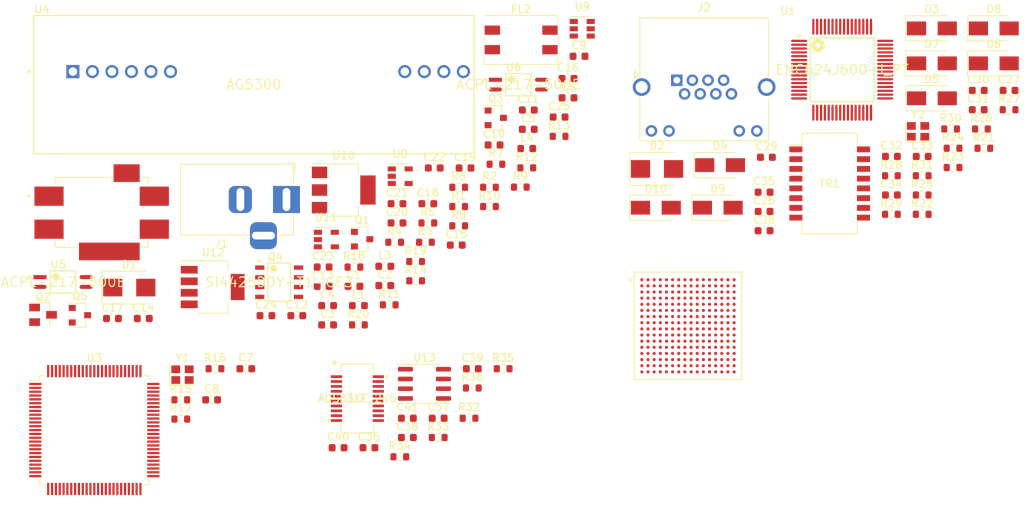
<source format=kicad_pcb>
(kicad_pcb (version 20171130) (host pcbnew 5.1.10-88a1d61d58~88~ubuntu20.04.1)

  (general
    (thickness 1.6)
    (drawings 0)
    (tracks 0)
    (zones 0)
    (modules 115)
    (nets 444)
  )

  (page A4)
  (layers
    (0 F.Cu signal)
    (31 B.Cu signal)
    (32 B.Adhes user)
    (33 F.Adhes user)
    (34 B.Paste user)
    (35 F.Paste user)
    (36 B.SilkS user)
    (37 F.SilkS user)
    (38 B.Mask user)
    (39 F.Mask user)
    (40 Dwgs.User user)
    (41 Cmts.User user)
    (42 Eco1.User user)
    (43 Eco2.User user)
    (44 Edge.Cuts user)
    (45 Margin user)
    (46 B.CrtYd user)
    (47 F.CrtYd user)
    (48 B.Fab user)
    (49 F.Fab user)
  )

  (setup
    (last_trace_width 0.25)
    (trace_clearance 0.2)
    (zone_clearance 0.508)
    (zone_45_only no)
    (trace_min 0.2)
    (via_size 0.8)
    (via_drill 0.4)
    (via_min_size 0.4)
    (via_min_drill 0.3)
    (uvia_size 0.3)
    (uvia_drill 0.1)
    (uvias_allowed no)
    (uvia_min_size 0.2)
    (uvia_min_drill 0.1)
    (edge_width 0.05)
    (segment_width 0.2)
    (pcb_text_width 0.3)
    (pcb_text_size 1.5 1.5)
    (mod_edge_width 0.12)
    (mod_text_size 1 1)
    (mod_text_width 0.15)
    (pad_size 1.524 1.524)
    (pad_drill 0.762)
    (pad_to_mask_clearance 0)
    (aux_axis_origin 0 0)
    (visible_elements FFFFFF7F)
    (pcbplotparams
      (layerselection 0x010fc_ffffffff)
      (usegerberextensions false)
      (usegerberattributes true)
      (usegerberadvancedattributes true)
      (creategerberjobfile true)
      (excludeedgelayer true)
      (linewidth 0.100000)
      (plotframeref false)
      (viasonmask false)
      (mode 1)
      (useauxorigin false)
      (hpglpennumber 1)
      (hpglpenspeed 20)
      (hpglpendiameter 15.000000)
      (psnegative false)
      (psa4output false)
      (plotreference true)
      (plotvalue true)
      (plotinvisibletext false)
      (padsonsilk false)
      (subtractmaskfromsilk false)
      (outputformat 1)
      (mirror false)
      (drillshape 1)
      (scaleselection 1)
      (outputdirectory ""))
  )

  (net 0 "")
  (net 1 "Net-(C1-Pad2)")
  (net 2 "Net-(C1-Pad1)")
  (net 3 "Net-(C2-Pad2)")
  (net 4 GND)
  (net 5 "Net-(C3-Pad1)")
  (net 6 "Net-(C4-Pad1)")
  (net 7 +12V)
  (net 8 "Net-(C7-Pad1)")
  (net 9 "Net-(C8-Pad1)")
  (net 10 +6V)
  (net 11 +3V3)
  (net 12 +3.3VA)
  (net 13 +2V5)
  (net 14 "Net-(C17-Pad2)")
  (net 15 "Net-(C17-Pad1)")
  (net 16 +1V2)
  (net 17 +5VA)
  (net 18 "Net-(C26-Pad1)")
  (net 19 "Net-(C27-Pad1)")
  (net 20 "Net-(C28-Pad2)")
  (net 21 "Net-(C28-Pad1)")
  (net 22 "Net-(C29-Pad2)")
  (net 23 "Net-(C29-Pad1)")
  (net 24 "Net-(C30-Pad1)")
  (net 25 "Net-(C31-Pad1)")
  (net 26 "Net-(C32-Pad1)")
  (net 27 "Net-(C33-Pad2)")
  (net 28 /High_Speed_ADC/ADC_IN)
  (net 29 "Net-(C36-Pad1)")
  (net 30 "Net-(C37-Pad1)")
  (net 31 "Net-(C38-Pad1)")
  (net 32 "Net-(C39-Pad2)")
  (net 33 /Ethernet/POE_VC-)
  (net 34 /Ethernet/POE_VC+)
  (net 35 "Net-(D3-Pad2)")
  (net 36 "Net-(D5-Pad2)")
  (net 37 "Net-(D7-Pad2)")
  (net 38 "Net-(D8-Pad1)")
  (net 39 "Net-(D10-Pad1)")
  (net 40 "Net-(FL1-Pad3)")
  (net 41 "Net-(FL1-Pad1)")
  (net 42 "Net-(J2-Pad12)")
  (net 43 "Net-(J2-Pad10)")
  (net 44 "Net-(J2-Pad6)")
  (net 45 "Net-(J2-Pad2)")
  (net 46 "Net-(J2-Pad3)")
  (net 47 "Net-(J2-Pad1)")
  (net 48 POE_VC+)
  (net 49 "Net-(Q1-Pad3)")
  (net 50 /Power/CPU_RESET)
  (net 51 POE_VC-)
  (net 52 "Net-(Q2-Pad1)")
  (net 53 "Net-(Q3-Pad3)")
  (net 54 "Net-(Q3-Pad1)")
  (net 55 "Net-(Q4-Pad4)")
  (net 56 "Net-(Q5-Pad1)")
  (net 57 "Net-(R1-Pad2)")
  (net 58 "Net-(R2-Pad1)")
  (net 59 AT_EVENT)
  (net 60 "Net-(R9-Pad2)")
  (net 61 POE_SRC_Status)
  (net 62 "Net-(R15-Pad1)")
  (net 63 CPU_RESET)
  (net 64 "Net-(R17-Pad1)")
  (net 65 "Net-(R18-Pad1)")
  (net 66 "Net-(R19-Pad1)")
  (net 67 "Net-(R21-Pad1)")
  (net 68 "Net-(R22-Pad2)")
  (net 69 "Net-(R28-Pad1)")
  (net 70 /Ethernet/ENC_INT)
  (net 71 /Ethernet/RJ45_LED_G)
  (net 72 /Ethernet/RJ45_LED_Y)
  (net 73 "Net-(R32-Pad1)")
  (net 74 "Net-(R33-Pad1)")
  (net 75 "Net-(R35-Pad1)")
  (net 76 "Net-(R36-Pad2)")
  (net 77 "Net-(U1-Pad61)")
  (net 78 "Net-(U1-Pad60)")
  (net 79 "Net-(U1-Pad59)")
  (net 80 "Net-(U1-Pad58)")
  (net 81 "Net-(U1-Pad57)")
  (net 82 "Net-(U1-Pad56)")
  (net 83 "Net-(U1-Pad55)")
  (net 84 "Net-(U1-Pad54)")
  (net 85 "Net-(U1-Pad53)")
  (net 86 /Ethernet/ENC_SPI_SCK)
  (net 87 /Ethernet/ENC_SPI_MOSI)
  (net 88 /Ethernet/ENC_SPI_MISO)
  (net 89 /Ethernet/ENC_SPI_CS)
  (net 90 "Net-(U1-Pad48)")
  (net 91 "Net-(U1-Pad45)")
  (net 92 "Net-(U1-Pad44)")
  (net 93 "Net-(U1-Pad43)")
  (net 94 "Net-(U1-Pad42)")
  (net 95 "Net-(U1-Pad41)")
  (net 96 "Net-(U1-Pad40)")
  (net 97 "Net-(U1-Pad39)")
  (net 98 "Net-(U1-Pad38)")
  (net 99 "Net-(U1-Pad37)")
  (net 100 "Net-(U1-Pad36)")
  (net 101 "Net-(U1-Pad35)")
  (net 102 "Net-(U1-Pad33)")
  (net 103 "Net-(U1-Pad20)")
  (net 104 "Net-(U1-Pad19)")
  (net 105 "Net-(U1-Pad13)")
  (net 106 "Net-(U1-Pad12)")
  (net 107 "Net-(U1-Pad11)")
  (net 108 "Net-(U1-Pad10)")
  (net 109 "Net-(U1-Pad9)")
  (net 110 "Net-(U1-Pad8)")
  (net 111 "Net-(U1-Pad7)")
  (net 112 "Net-(U1-Pad6)")
  (net 113 "Net-(U1-Pad5)")
  (net 114 "Net-(U2-PadT16)")
  (net 115 "Net-(U2-PadT15)")
  (net 116 "Net-(U2-PadT14)")
  (net 117 "Net-(U2-PadT13)")
  (net 118 "Net-(U2-PadT11)")
  (net 119 "Net-(U2-PadT10)")
  (net 120 "Net-(U2-PadT9)")
  (net 121 "Net-(U2-PadT8)")
  (net 122 "Net-(U2-PadT7)")
  (net 123 "Net-(U2-PadT6)")
  (net 124 "Net-(U2-PadT5)")
  (net 125 "Net-(U2-PadT3)")
  (net 126 "Net-(U2-PadT2)")
  (net 127 "Net-(U2-PadT1)")
  (net 128 "Net-(U2-PadR16)")
  (net 129 "Net-(U2-PadR15)")
  (net 130 "Net-(U2-PadR14)")
  (net 131 "Net-(U2-PadR13)")
  (net 132 "Net-(U2-PadR12)")
  (net 133 "Net-(U2-PadR11)")
  (net 134 "Net-(U2-PadR10)")
  (net 135 "Net-(U2-PadR9)")
  (net 136 "Net-(U2-PadR8)")
  (net 137 "Net-(U2-PadR6)")
  (net 138 "Net-(U2-PadR5)")
  (net 139 "Net-(U2-PadR4)")
  (net 140 "Net-(U2-PadR3)")
  (net 141 "Net-(U2-PadR2)")
  (net 142 "Net-(U2-PadR1)")
  (net 143 "Net-(U2-PadP16)")
  (net 144 "Net-(U2-PadP15)")
  (net 145 "Net-(U2-PadP14)")
  (net 146 "Net-(U2-PadP13)")
  (net 147 "Net-(U2-PadP12)")
  (net 148 "Net-(U2-PadP11)")
  (net 149 "Net-(U2-PadP10)")
  (net 150 "Net-(U2-PadP9)")
  (net 151 "Net-(U2-PadP8)")
  (net 152 "Net-(U2-PadP7)")
  (net 153 "Net-(U2-PadP6)")
  (net 154 "Net-(U2-PadP5)")
  (net 155 "Net-(U2-PadP4)")
  (net 156 "Net-(U2-PadP3)")
  (net 157 "Net-(U2-PadP2)")
  (net 158 "Net-(U2-PadP1)")
  (net 159 "Net-(U2-PadN16)")
  (net 160 "Net-(U2-PadH15)")
  (net 161 "Net-(U2-PadN13)")
  (net 162 "Net-(U2-PadN12)")
  (net 163 "Net-(U2-PadN11)")
  (net 164 "Net-(U2-PadN10)")
  (net 165 "Net-(U2-PadN9)")
  (net 166 "Net-(U2-PadN8)")
  (net 167 "Net-(U2-PadN7)")
  (net 168 "Net-(U2-PadN6)")
  (net 169 "Net-(U2-PadN5)")
  (net 170 "Net-(U2-PadN4)")
  (net 171 "Net-(U2-PadN3)")
  (net 172 "Net-(U2-PadN2)")
  (net 173 "Net-(U2-PadN1)")
  (net 174 "Net-(U2-PadM16)")
  (net 175 "Net-(U2-PadM15)")
  (net 176 "Net-(U2-PadM14)")
  (net 177 "Net-(U2-PadM13)")
  (net 178 "Net-(U2-PadM12)")
  (net 179 "Net-(U2-PadM11)")
  (net 180 "Net-(U2-PadM10)")
  (net 181 "Net-(U2-PadM9)")
  (net 182 "Net-(U2-PadM8)")
  (net 183 "Net-(U2-PadM7)")
  (net 184 "Net-(U2-PadM6)")
  (net 185 "Net-(U2-PadM5)")
  (net 186 "Net-(U2-PadM4)")
  (net 187 "Net-(U2-PadM3)")
  (net 188 "Net-(U2-PadM2)")
  (net 189 "Net-(U2-PadM1)")
  (net 190 "Net-(U2-PadL16)")
  (net 191 "Net-(U2-PadL14)")
  (net 192 "Net-(U2-PadL13)")
  (net 193 "Net-(U2-PadL12)")
  (net 194 "Net-(U2-PadL11)")
  (net 195 "Net-(U2-PadL10)")
  (net 196 "Net-(U2-PadL9)")
  (net 197 "Net-(U2-PadL8)")
  (net 198 "Net-(U2-PadL7)")
  (net 199 "Net-(U2-PadL6)")
  (net 200 "Net-(U2-PadL5)")
  (net 201 "Net-(U2-PadL4)")
  (net 202 "Net-(U2-PadL3)")
  (net 203 "Net-(U2-PadL1)")
  (net 204 "Net-(U2-PadK16)")
  (net 205 "Net-(U2-PadK15)")
  (net 206 "Net-(U2-PadK14)")
  (net 207 "Net-(U2-PadK13)")
  (net 208 "Net-(U2-PadK12)")
  (net 209 "Net-(U2-PadK11)")
  (net 210 "Net-(U2-PadK9)")
  (net 211 "Net-(U2-PadK8)")
  (net 212 "Net-(U2-PadK5)")
  (net 213 "Net-(U2-PadK4)")
  (net 214 "Net-(U2-PadK3)")
  (net 215 "Net-(U2-PadK1)")
  (net 216 "Net-(U2-PadJ16)")
  (net 217 "Net-(U2-PadJ15)")
  (net 218 "Net-(U2-PadJ14)")
  (net 219 "Net-(U2-PadJ13)")
  (net 220 "Net-(U2-PadJ12)")
  (net 221 "Net-(U2-PadJ11)")
  (net 222 "Net-(U2-PadJ10)")
  (net 223 "Net-(U2-PadJ6)")
  (net 224 "Net-(U2-PadJ5)")
  (net 225 "Net-(U2-PadJ4)")
  (net 226 "Net-(U2-PadJ3)")
  (net 227 "Net-(U2-PadJ2)")
  (net 228 "Net-(U2-PadJ1)")
  (net 229 "Net-(U2-PadH16)")
  (net 230 "Net-(U2-PadH14)")
  (net 231 "Net-(U2-PadH13)")
  (net 232 "Net-(U2-PadH12)")
  (net 233 "Net-(U2-PadH11)")
  (net 234 "Net-(U2-PadH10)")
  (net 235 "Net-(U2-PadH6)")
  (net 236 "Net-(U2-PadH5)")
  (net 237 "Net-(U2-PadH4)")
  (net 238 "Net-(U2-PadH3)")
  (net 239 "Net-(U2-PadH2)")
  (net 240 "Net-(U2-PadH1)")
  (net 241 "Net-(U2-PadG16)")
  (net 242 "Net-(U2-PadG15)")
  (net 243 "Net-(U2-PadG14)")
  (net 244 "Net-(U2-PadG13)")
  (net 245 "Net-(U2-PadG12)")
  (net 246 "Net-(U2-PadG11)")
  (net 247 "Net-(U2-PadG10)")
  (net 248 "Net-(U2-PadG6)")
  (net 249 "Net-(U2-PadG5)")
  (net 250 "Net-(U2-PadG4)")
  (net 251 "Net-(U2-PadG3)")
  (net 252 "Net-(U2-PadG2)")
  (net 253 "Net-(U2-PadG1)")
  (net 254 "Net-(U2-PadF16)")
  (net 255 "Net-(U2-PadF15)")
  (net 256 "Net-(U2-PadF14)")
  (net 257 "Net-(U2-PadF13)")
  (net 258 "Net-(U2-PadF12)")
  (net 259 "Net-(U2-PadF11)")
  (net 260 "Net-(U2-PadF9)")
  (net 261 "Net-(U2-PadF8)")
  (net 262 "Net-(U2-PadF7)")
  (net 263 "Net-(U2-PadF5)")
  (net 264 "Net-(U2-PadF4)")
  (net 265 "Net-(U2-PadF3)")
  (net 266 "Net-(U2-PadF2)")
  (net 267 "Net-(U2-PadF1)")
  (net 268 "Net-(U2-PadE16)")
  (net 269 "Net-(U2-PadE14)")
  (net 270 "Net-(U2-PadE13)")
  (net 271 "Net-(U2-PadE12)")
  (net 272 "Net-(U2-PadE11)")
  (net 273 "Net-(U2-PadE10)")
  (net 274 "Net-(U2-PadE9)")
  (net 275 "Net-(U2-PadE8)")
  (net 276 "Net-(U2-PadE7)")
  (net 277 "Net-(U2-PadE6)")
  (net 278 "Net-(U2-PadE5)")
  (net 279 "Net-(U2-PadE4)")
  (net 280 "Net-(U2-PadE3)")
  (net 281 "Net-(U2-PadE2)")
  (net 282 "Net-(U2-PadE1)")
  (net 283 "Net-(U2-PadD16)")
  (net 284 "Net-(U2-PadD15)")
  (net 285 "Net-(U2-PadD14)")
  (net 286 "Net-(U2-PadD13)")
  (net 287 "Net-(U2-PadD12)")
  (net 288 "Net-(U2-PadD11)")
  (net 289 "Net-(U2-PadD10)")
  (net 290 "Net-(U2-PadD9)")
  (net 291 "Net-(U2-PadD8)")
  (net 292 "Net-(U2-PadD7)")
  (net 293 "Net-(U2-PadD6)")
  (net 294 "Net-(U2-PadD5)")
  (net 295 "Net-(U2-PadD4)")
  (net 296 "Net-(U2-PadD3)")
  (net 297 "Net-(U2-PadD2)")
  (net 298 "Net-(U2-PadD1)")
  (net 299 "Net-(U2-PadC16)")
  (net 300 "Net-(U2-PadC15)")
  (net 301 "Net-(U2-PadC14)")
  (net 302 "Net-(U2-PadC13)")
  (net 303 "Net-(U2-PadC12)")
  (net 304 "Net-(U2-PadC11)")
  (net 305 "Net-(U2-PadC10)")
  (net 306 "Net-(U2-PadC9)")
  (net 307 "Net-(U2-PadC8)")
  (net 308 "Net-(U2-PadC7)")
  (net 309 "Net-(U2-PadC6)")
  (net 310 "Net-(U2-PadC5)")
  (net 311 "Net-(U2-PadC4)")
  (net 312 "Net-(U2-PadC3)")
  (net 313 "Net-(U2-PadC2)")
  (net 314 "Net-(U2-PadC1)")
  (net 315 "Net-(U2-PadB16)")
  (net 316 "Net-(U2-PadB15)")
  (net 317 "Net-(U2-PadB14)")
  (net 318 "Net-(U2-PadB13)")
  (net 319 "Net-(U2-PadB12)")
  (net 320 "Net-(U2-PadB11)")
  (net 321 "Net-(U2-PadB10)")
  (net 322 "Net-(U2-PadB9)")
  (net 323 "Net-(U2-PadB8)")
  (net 324 "Net-(U2-PadB7)")
  (net 325 "Net-(U2-PadB6)")
  (net 326 "Net-(U2-PadB5)")
  (net 327 "Net-(U2-PadB4)")
  (net 328 "Net-(U2-PadB3)")
  (net 329 "Net-(U2-PadB2)")
  (net 330 "Net-(U2-PadB1)")
  (net 331 "Net-(U2-PadA16)")
  (net 332 "Net-(U2-PadA15)")
  (net 333 "Net-(U2-PadA13)")
  (net 334 "Net-(U2-PadA11)")
  (net 335 "Net-(U2-PadA10)")
  (net 336 "Net-(U2-PadA9)")
  (net 337 "Net-(U2-PadA8)")
  (net 338 "Net-(U2-PadA7)")
  (net 339 "Net-(U2-PadA6)")
  (net 340 "Net-(U2-PadA5)")
  (net 341 "Net-(U2-PadA3)")
  (net 342 "Net-(U2-PadA2)")
  (net 343 "Net-(U2-PadA1)")
  (net 344 "Net-(U3-Pad98)")
  (net 345 "Net-(U3-Pad97)")
  (net 346 /MCU/CPU_IIC1_SDA)
  (net 347 /MCU/CPU_IIC1_SCL)
  (net 348 "Net-(U3-Pad93)")
  (net 349 "Net-(U3-Pad92)")
  (net 350 /MCU/CPU_SPI1_MOSI)
  (net 351 /MCU/CPU_SPI1_MISO)
  (net 352 /MCU/CPU_SPI1_SCK)
  (net 353 "Net-(U3-Pad88)")
  (net 354 "Net-(U3-Pad87)")
  (net 355 "Net-(U3-Pad86)")
  (net 356 "Net-(U3-Pad85)")
  (net 357 "Net-(U3-Pad84)")
  (net 358 "Net-(U3-Pad83)")
  (net 359 "Net-(U3-Pad82)")
  (net 360 "Net-(U3-Pad81)")
  (net 361 "Net-(U3-Pad80)")
  (net 362 /MCU/CPU_UART4_RX)
  (net 363 /MCU/CPU_UART4_TX)
  (net 364 /MCU/CPU_SPI1_CS)
  (net 365 /MCU/CPU_SWCLK)
  (net 366 "Net-(U3-Pad73)")
  (net 367 /MCU/CPU_SWDIO)
  (net 368 "Net-(U3-Pad71)")
  (net 369 "Net-(U3-Pad70)")
  (net 370 /MCU/CPU_UART1_RX)
  (net 371 /MCU/CPU_UART1_TX)
  (net 372 "Net-(U3-Pad67)")
  (net 373 "Net-(U3-Pad66)")
  (net 374 "Net-(U3-Pad65)")
  (net 375 "Net-(U3-Pad64)")
  (net 376 "Net-(U3-Pad63)")
  (net 377 "Net-(U3-Pad62)")
  (net 378 "Net-(U3-Pad61)")
  (net 379 "Net-(U3-Pad60)")
  (net 380 "Net-(U3-Pad59)")
  (net 381 "Net-(U3-Pad58)")
  (net 382 "Net-(U3-Pad57)")
  (net 383 "Net-(U3-Pad56)")
  (net 384 "Net-(U3-Pad55)")
  (net 385 /MCU/CPU_SPI2_MOSI)
  (net 386 /MCU/CPU_SPI2_MISO)
  (net 387 /MCU/CPU_SPI2_SCK)
  (net 388 /MCU/CPU_SPI2_CS)
  (net 389 /MCU/CPU_IIC2_SDA)
  (net 390 /MCU/CPU_IIC2_SCL)
  (net 391 "Net-(U3-Pad46)")
  (net 392 "Net-(U3-Pad45)")
  (net 393 "Net-(U3-Pad44)")
  (net 394 "Net-(U3-Pad43)")
  (net 395 "Net-(U3-Pad42)")
  (net 396 "Net-(U3-Pad41)")
  (net 397 "Net-(U3-Pad40)")
  (net 398 "Net-(U3-Pad39)")
  (net 399 "Net-(U3-Pad38)")
  (net 400 "Net-(U3-Pad37)")
  (net 401 "Net-(U3-Pad36)")
  (net 402 "Net-(U3-Pad35)")
  (net 403 /MCU/CPU_ADC7)
  (net 404 /MCU/CPU_ADC6)
  (net 405 /MCU/CPU_ADC5)
  (net 406 /MCU/CPU_ADC4)
  (net 407 /MCU/CPU_DAC1)
  (net 408 /MCU/CPU_DAC0)
  (net 409 /MCU/CPU_ADC3)
  (net 410 /MCU/CPU_ADC2)
  (net 411 /MCU/CPU_ADC1)
  (net 412 /MCU/CPU_ADC0)
  (net 413 "Net-(U3-Pad18)")
  (net 414 "Net-(U3-Pad17)")
  (net 415 "Net-(U3-Pad16)")
  (net 416 "Net-(U3-Pad15)")
  (net 417 "Net-(U3-Pad9)")
  (net 418 "Net-(U3-Pad8)")
  (net 419 "Net-(U3-Pad7)")
  (net 420 "Net-(U3-Pad5)")
  (net 421 "Net-(U3-Pad4)")
  (net 422 "Net-(U3-Pad3)")
  (net 423 "Net-(U3-Pad2)")
  (net 424 "Net-(U3-Pad1)")
  (net 425 "Net-(U4-Pad6)")
  (net 426 "Net-(U4-Pad9)")
  (net 427 "Net-(U4-Pad5)")
  (net 428 "Net-(U4-Pad4)")
  (net 429 "Net-(U4-Pad3)")
  (net 430 /High_Speed_ADC/ADC_CLK)
  (net 431 /High_Speed_ADC/ADC_DATA8)
  (net 432 /High_Speed_ADC/ADC_DATA7)
  (net 433 /High_Speed_ADC/ADC_DATA6)
  (net 434 /High_Speed_ADC/ADC_DATA5)
  (net 435 /High_Speed_ADC/ADC_DATA4)
  (net 436 /High_Speed_ADC/ADC_DATA3)
  (net 437 /High_Speed_ADC/ADC_DATA2)
  (net 438 /High_Speed_ADC/ADC_DATA1)
  (net 439 "Net-(U8-Pad4)")
  (net 440 "Net-(U11-Pad4)")
  (net 441 "Net-(U12-Pad2)")
  (net 442 "Net-(U13-Pad5)")
  (net 443 "Net-(U13-Pad1)")

  (net_class Default "This is the default net class."
    (clearance 0.2)
    (trace_width 0.25)
    (via_dia 0.8)
    (via_drill 0.4)
    (uvia_dia 0.3)
    (uvia_drill 0.1)
    (add_net +12V)
    (add_net +1V2)
    (add_net +2V5)
    (add_net +3.3VA)
    (add_net +3V3)
    (add_net +5VA)
    (add_net +6V)
    (add_net /Ethernet/ENC_INT)
    (add_net /Ethernet/ENC_SPI_CS)
    (add_net /Ethernet/ENC_SPI_MISO)
    (add_net /Ethernet/ENC_SPI_MOSI)
    (add_net /Ethernet/ENC_SPI_SCK)
    (add_net /Ethernet/POE_VC+)
    (add_net /Ethernet/POE_VC-)
    (add_net /Ethernet/RJ45_LED_G)
    (add_net /Ethernet/RJ45_LED_Y)
    (add_net /High_Speed_ADC/ADC_CLK)
    (add_net /High_Speed_ADC/ADC_DATA1)
    (add_net /High_Speed_ADC/ADC_DATA2)
    (add_net /High_Speed_ADC/ADC_DATA3)
    (add_net /High_Speed_ADC/ADC_DATA4)
    (add_net /High_Speed_ADC/ADC_DATA5)
    (add_net /High_Speed_ADC/ADC_DATA6)
    (add_net /High_Speed_ADC/ADC_DATA7)
    (add_net /High_Speed_ADC/ADC_DATA8)
    (add_net /High_Speed_ADC/ADC_IN)
    (add_net /MCU/CPU_ADC0)
    (add_net /MCU/CPU_ADC1)
    (add_net /MCU/CPU_ADC2)
    (add_net /MCU/CPU_ADC3)
    (add_net /MCU/CPU_ADC4)
    (add_net /MCU/CPU_ADC5)
    (add_net /MCU/CPU_ADC6)
    (add_net /MCU/CPU_ADC7)
    (add_net /MCU/CPU_DAC0)
    (add_net /MCU/CPU_DAC1)
    (add_net /MCU/CPU_IIC1_SCL)
    (add_net /MCU/CPU_IIC1_SDA)
    (add_net /MCU/CPU_IIC2_SCL)
    (add_net /MCU/CPU_IIC2_SDA)
    (add_net /MCU/CPU_SPI1_CS)
    (add_net /MCU/CPU_SPI1_MISO)
    (add_net /MCU/CPU_SPI1_MOSI)
    (add_net /MCU/CPU_SPI1_SCK)
    (add_net /MCU/CPU_SPI2_CS)
    (add_net /MCU/CPU_SPI2_MISO)
    (add_net /MCU/CPU_SPI2_MOSI)
    (add_net /MCU/CPU_SPI2_SCK)
    (add_net /MCU/CPU_SWCLK)
    (add_net /MCU/CPU_SWDIO)
    (add_net /MCU/CPU_UART1_RX)
    (add_net /MCU/CPU_UART1_TX)
    (add_net /MCU/CPU_UART4_RX)
    (add_net /MCU/CPU_UART4_TX)
    (add_net /Power/CPU_RESET)
    (add_net AT_EVENT)
    (add_net CPU_RESET)
    (add_net GND)
    (add_net "Net-(C1-Pad1)")
    (add_net "Net-(C1-Pad2)")
    (add_net "Net-(C17-Pad1)")
    (add_net "Net-(C17-Pad2)")
    (add_net "Net-(C2-Pad2)")
    (add_net "Net-(C26-Pad1)")
    (add_net "Net-(C27-Pad1)")
    (add_net "Net-(C28-Pad1)")
    (add_net "Net-(C28-Pad2)")
    (add_net "Net-(C29-Pad1)")
    (add_net "Net-(C29-Pad2)")
    (add_net "Net-(C3-Pad1)")
    (add_net "Net-(C30-Pad1)")
    (add_net "Net-(C31-Pad1)")
    (add_net "Net-(C32-Pad1)")
    (add_net "Net-(C33-Pad2)")
    (add_net "Net-(C36-Pad1)")
    (add_net "Net-(C37-Pad1)")
    (add_net "Net-(C38-Pad1)")
    (add_net "Net-(C39-Pad2)")
    (add_net "Net-(C4-Pad1)")
    (add_net "Net-(C7-Pad1)")
    (add_net "Net-(C8-Pad1)")
    (add_net "Net-(D10-Pad1)")
    (add_net "Net-(D3-Pad2)")
    (add_net "Net-(D5-Pad2)")
    (add_net "Net-(D7-Pad2)")
    (add_net "Net-(D8-Pad1)")
    (add_net "Net-(FL1-Pad1)")
    (add_net "Net-(FL1-Pad3)")
    (add_net "Net-(J2-Pad1)")
    (add_net "Net-(J2-Pad10)")
    (add_net "Net-(J2-Pad12)")
    (add_net "Net-(J2-Pad2)")
    (add_net "Net-(J2-Pad3)")
    (add_net "Net-(J2-Pad6)")
    (add_net "Net-(Q1-Pad3)")
    (add_net "Net-(Q2-Pad1)")
    (add_net "Net-(Q3-Pad1)")
    (add_net "Net-(Q3-Pad3)")
    (add_net "Net-(Q4-Pad4)")
    (add_net "Net-(Q5-Pad1)")
    (add_net "Net-(R1-Pad2)")
    (add_net "Net-(R15-Pad1)")
    (add_net "Net-(R17-Pad1)")
    (add_net "Net-(R18-Pad1)")
    (add_net "Net-(R19-Pad1)")
    (add_net "Net-(R2-Pad1)")
    (add_net "Net-(R21-Pad1)")
    (add_net "Net-(R22-Pad2)")
    (add_net "Net-(R28-Pad1)")
    (add_net "Net-(R32-Pad1)")
    (add_net "Net-(R33-Pad1)")
    (add_net "Net-(R35-Pad1)")
    (add_net "Net-(R36-Pad2)")
    (add_net "Net-(R9-Pad2)")
    (add_net "Net-(U1-Pad10)")
    (add_net "Net-(U1-Pad11)")
    (add_net "Net-(U1-Pad12)")
    (add_net "Net-(U1-Pad13)")
    (add_net "Net-(U1-Pad19)")
    (add_net "Net-(U1-Pad20)")
    (add_net "Net-(U1-Pad33)")
    (add_net "Net-(U1-Pad35)")
    (add_net "Net-(U1-Pad36)")
    (add_net "Net-(U1-Pad37)")
    (add_net "Net-(U1-Pad38)")
    (add_net "Net-(U1-Pad39)")
    (add_net "Net-(U1-Pad40)")
    (add_net "Net-(U1-Pad41)")
    (add_net "Net-(U1-Pad42)")
    (add_net "Net-(U1-Pad43)")
    (add_net "Net-(U1-Pad44)")
    (add_net "Net-(U1-Pad45)")
    (add_net "Net-(U1-Pad48)")
    (add_net "Net-(U1-Pad5)")
    (add_net "Net-(U1-Pad53)")
    (add_net "Net-(U1-Pad54)")
    (add_net "Net-(U1-Pad55)")
    (add_net "Net-(U1-Pad56)")
    (add_net "Net-(U1-Pad57)")
    (add_net "Net-(U1-Pad58)")
    (add_net "Net-(U1-Pad59)")
    (add_net "Net-(U1-Pad6)")
    (add_net "Net-(U1-Pad60)")
    (add_net "Net-(U1-Pad61)")
    (add_net "Net-(U1-Pad7)")
    (add_net "Net-(U1-Pad8)")
    (add_net "Net-(U1-Pad9)")
    (add_net "Net-(U11-Pad4)")
    (add_net "Net-(U12-Pad2)")
    (add_net "Net-(U13-Pad1)")
    (add_net "Net-(U13-Pad5)")
    (add_net "Net-(U2-PadA1)")
    (add_net "Net-(U2-PadA10)")
    (add_net "Net-(U2-PadA11)")
    (add_net "Net-(U2-PadA13)")
    (add_net "Net-(U2-PadA15)")
    (add_net "Net-(U2-PadA16)")
    (add_net "Net-(U2-PadA2)")
    (add_net "Net-(U2-PadA3)")
    (add_net "Net-(U2-PadA5)")
    (add_net "Net-(U2-PadA6)")
    (add_net "Net-(U2-PadA7)")
    (add_net "Net-(U2-PadA8)")
    (add_net "Net-(U2-PadA9)")
    (add_net "Net-(U2-PadB1)")
    (add_net "Net-(U2-PadB10)")
    (add_net "Net-(U2-PadB11)")
    (add_net "Net-(U2-PadB12)")
    (add_net "Net-(U2-PadB13)")
    (add_net "Net-(U2-PadB14)")
    (add_net "Net-(U2-PadB15)")
    (add_net "Net-(U2-PadB16)")
    (add_net "Net-(U2-PadB2)")
    (add_net "Net-(U2-PadB3)")
    (add_net "Net-(U2-PadB4)")
    (add_net "Net-(U2-PadB5)")
    (add_net "Net-(U2-PadB6)")
    (add_net "Net-(U2-PadB7)")
    (add_net "Net-(U2-PadB8)")
    (add_net "Net-(U2-PadB9)")
    (add_net "Net-(U2-PadC1)")
    (add_net "Net-(U2-PadC10)")
    (add_net "Net-(U2-PadC11)")
    (add_net "Net-(U2-PadC12)")
    (add_net "Net-(U2-PadC13)")
    (add_net "Net-(U2-PadC14)")
    (add_net "Net-(U2-PadC15)")
    (add_net "Net-(U2-PadC16)")
    (add_net "Net-(U2-PadC2)")
    (add_net "Net-(U2-PadC3)")
    (add_net "Net-(U2-PadC4)")
    (add_net "Net-(U2-PadC5)")
    (add_net "Net-(U2-PadC6)")
    (add_net "Net-(U2-PadC7)")
    (add_net "Net-(U2-PadC8)")
    (add_net "Net-(U2-PadC9)")
    (add_net "Net-(U2-PadD1)")
    (add_net "Net-(U2-PadD10)")
    (add_net "Net-(U2-PadD11)")
    (add_net "Net-(U2-PadD12)")
    (add_net "Net-(U2-PadD13)")
    (add_net "Net-(U2-PadD14)")
    (add_net "Net-(U2-PadD15)")
    (add_net "Net-(U2-PadD16)")
    (add_net "Net-(U2-PadD2)")
    (add_net "Net-(U2-PadD3)")
    (add_net "Net-(U2-PadD4)")
    (add_net "Net-(U2-PadD5)")
    (add_net "Net-(U2-PadD6)")
    (add_net "Net-(U2-PadD7)")
    (add_net "Net-(U2-PadD8)")
    (add_net "Net-(U2-PadD9)")
    (add_net "Net-(U2-PadE1)")
    (add_net "Net-(U2-PadE10)")
    (add_net "Net-(U2-PadE11)")
    (add_net "Net-(U2-PadE12)")
    (add_net "Net-(U2-PadE13)")
    (add_net "Net-(U2-PadE14)")
    (add_net "Net-(U2-PadE16)")
    (add_net "Net-(U2-PadE2)")
    (add_net "Net-(U2-PadE3)")
    (add_net "Net-(U2-PadE4)")
    (add_net "Net-(U2-PadE5)")
    (add_net "Net-(U2-PadE6)")
    (add_net "Net-(U2-PadE7)")
    (add_net "Net-(U2-PadE8)")
    (add_net "Net-(U2-PadE9)")
    (add_net "Net-(U2-PadF1)")
    (add_net "Net-(U2-PadF11)")
    (add_net "Net-(U2-PadF12)")
    (add_net "Net-(U2-PadF13)")
    (add_net "Net-(U2-PadF14)")
    (add_net "Net-(U2-PadF15)")
    (add_net "Net-(U2-PadF16)")
    (add_net "Net-(U2-PadF2)")
    (add_net "Net-(U2-PadF3)")
    (add_net "Net-(U2-PadF4)")
    (add_net "Net-(U2-PadF5)")
    (add_net "Net-(U2-PadF7)")
    (add_net "Net-(U2-PadF8)")
    (add_net "Net-(U2-PadF9)")
    (add_net "Net-(U2-PadG1)")
    (add_net "Net-(U2-PadG10)")
    (add_net "Net-(U2-PadG11)")
    (add_net "Net-(U2-PadG12)")
    (add_net "Net-(U2-PadG13)")
    (add_net "Net-(U2-PadG14)")
    (add_net "Net-(U2-PadG15)")
    (add_net "Net-(U2-PadG16)")
    (add_net "Net-(U2-PadG2)")
    (add_net "Net-(U2-PadG3)")
    (add_net "Net-(U2-PadG4)")
    (add_net "Net-(U2-PadG5)")
    (add_net "Net-(U2-PadG6)")
    (add_net "Net-(U2-PadH1)")
    (add_net "Net-(U2-PadH10)")
    (add_net "Net-(U2-PadH11)")
    (add_net "Net-(U2-PadH12)")
    (add_net "Net-(U2-PadH13)")
    (add_net "Net-(U2-PadH14)")
    (add_net "Net-(U2-PadH15)")
    (add_net "Net-(U2-PadH16)")
    (add_net "Net-(U2-PadH2)")
    (add_net "Net-(U2-PadH3)")
    (add_net "Net-(U2-PadH4)")
    (add_net "Net-(U2-PadH5)")
    (add_net "Net-(U2-PadH6)")
    (add_net "Net-(U2-PadJ1)")
    (add_net "Net-(U2-PadJ10)")
    (add_net "Net-(U2-PadJ11)")
    (add_net "Net-(U2-PadJ12)")
    (add_net "Net-(U2-PadJ13)")
    (add_net "Net-(U2-PadJ14)")
    (add_net "Net-(U2-PadJ15)")
    (add_net "Net-(U2-PadJ16)")
    (add_net "Net-(U2-PadJ2)")
    (add_net "Net-(U2-PadJ3)")
    (add_net "Net-(U2-PadJ4)")
    (add_net "Net-(U2-PadJ5)")
    (add_net "Net-(U2-PadJ6)")
    (add_net "Net-(U2-PadK1)")
    (add_net "Net-(U2-PadK11)")
    (add_net "Net-(U2-PadK12)")
    (add_net "Net-(U2-PadK13)")
    (add_net "Net-(U2-PadK14)")
    (add_net "Net-(U2-PadK15)")
    (add_net "Net-(U2-PadK16)")
    (add_net "Net-(U2-PadK3)")
    (add_net "Net-(U2-PadK4)")
    (add_net "Net-(U2-PadK5)")
    (add_net "Net-(U2-PadK8)")
    (add_net "Net-(U2-PadK9)")
    (add_net "Net-(U2-PadL1)")
    (add_net "Net-(U2-PadL10)")
    (add_net "Net-(U2-PadL11)")
    (add_net "Net-(U2-PadL12)")
    (add_net "Net-(U2-PadL13)")
    (add_net "Net-(U2-PadL14)")
    (add_net "Net-(U2-PadL16)")
    (add_net "Net-(U2-PadL3)")
    (add_net "Net-(U2-PadL4)")
    (add_net "Net-(U2-PadL5)")
    (add_net "Net-(U2-PadL6)")
    (add_net "Net-(U2-PadL7)")
    (add_net "Net-(U2-PadL8)")
    (add_net "Net-(U2-PadL9)")
    (add_net "Net-(U2-PadM1)")
    (add_net "Net-(U2-PadM10)")
    (add_net "Net-(U2-PadM11)")
    (add_net "Net-(U2-PadM12)")
    (add_net "Net-(U2-PadM13)")
    (add_net "Net-(U2-PadM14)")
    (add_net "Net-(U2-PadM15)")
    (add_net "Net-(U2-PadM16)")
    (add_net "Net-(U2-PadM2)")
    (add_net "Net-(U2-PadM3)")
    (add_net "Net-(U2-PadM4)")
    (add_net "Net-(U2-PadM5)")
    (add_net "Net-(U2-PadM6)")
    (add_net "Net-(U2-PadM7)")
    (add_net "Net-(U2-PadM8)")
    (add_net "Net-(U2-PadM9)")
    (add_net "Net-(U2-PadN1)")
    (add_net "Net-(U2-PadN10)")
    (add_net "Net-(U2-PadN11)")
    (add_net "Net-(U2-PadN12)")
    (add_net "Net-(U2-PadN13)")
    (add_net "Net-(U2-PadN16)")
    (add_net "Net-(U2-PadN2)")
    (add_net "Net-(U2-PadN3)")
    (add_net "Net-(U2-PadN4)")
    (add_net "Net-(U2-PadN5)")
    (add_net "Net-(U2-PadN6)")
    (add_net "Net-(U2-PadN7)")
    (add_net "Net-(U2-PadN8)")
    (add_net "Net-(U2-PadN9)")
    (add_net "Net-(U2-PadP1)")
    (add_net "Net-(U2-PadP10)")
    (add_net "Net-(U2-PadP11)")
    (add_net "Net-(U2-PadP12)")
    (add_net "Net-(U2-PadP13)")
    (add_net "Net-(U2-PadP14)")
    (add_net "Net-(U2-PadP15)")
    (add_net "Net-(U2-PadP16)")
    (add_net "Net-(U2-PadP2)")
    (add_net "Net-(U2-PadP3)")
    (add_net "Net-(U2-PadP4)")
    (add_net "Net-(U2-PadP5)")
    (add_net "Net-(U2-PadP6)")
    (add_net "Net-(U2-PadP7)")
    (add_net "Net-(U2-PadP8)")
    (add_net "Net-(U2-PadP9)")
    (add_net "Net-(U2-PadR1)")
    (add_net "Net-(U2-PadR10)")
    (add_net "Net-(U2-PadR11)")
    (add_net "Net-(U2-PadR12)")
    (add_net "Net-(U2-PadR13)")
    (add_net "Net-(U2-PadR14)")
    (add_net "Net-(U2-PadR15)")
    (add_net "Net-(U2-PadR16)")
    (add_net "Net-(U2-PadR2)")
    (add_net "Net-(U2-PadR3)")
    (add_net "Net-(U2-PadR4)")
    (add_net "Net-(U2-PadR5)")
    (add_net "Net-(U2-PadR6)")
    (add_net "Net-(U2-PadR8)")
    (add_net "Net-(U2-PadR9)")
    (add_net "Net-(U2-PadT1)")
    (add_net "Net-(U2-PadT10)")
    (add_net "Net-(U2-PadT11)")
    (add_net "Net-(U2-PadT13)")
    (add_net "Net-(U2-PadT14)")
    (add_net "Net-(U2-PadT15)")
    (add_net "Net-(U2-PadT16)")
    (add_net "Net-(U2-PadT2)")
    (add_net "Net-(U2-PadT3)")
    (add_net "Net-(U2-PadT5)")
    (add_net "Net-(U2-PadT6)")
    (add_net "Net-(U2-PadT7)")
    (add_net "Net-(U2-PadT8)")
    (add_net "Net-(U2-PadT9)")
    (add_net "Net-(U3-Pad1)")
    (add_net "Net-(U3-Pad15)")
    (add_net "Net-(U3-Pad16)")
    (add_net "Net-(U3-Pad17)")
    (add_net "Net-(U3-Pad18)")
    (add_net "Net-(U3-Pad2)")
    (add_net "Net-(U3-Pad3)")
    (add_net "Net-(U3-Pad35)")
    (add_net "Net-(U3-Pad36)")
    (add_net "Net-(U3-Pad37)")
    (add_net "Net-(U3-Pad38)")
    (add_net "Net-(U3-Pad39)")
    (add_net "Net-(U3-Pad4)")
    (add_net "Net-(U3-Pad40)")
    (add_net "Net-(U3-Pad41)")
    (add_net "Net-(U3-Pad42)")
    (add_net "Net-(U3-Pad43)")
    (add_net "Net-(U3-Pad44)")
    (add_net "Net-(U3-Pad45)")
    (add_net "Net-(U3-Pad46)")
    (add_net "Net-(U3-Pad5)")
    (add_net "Net-(U3-Pad55)")
    (add_net "Net-(U3-Pad56)")
    (add_net "Net-(U3-Pad57)")
    (add_net "Net-(U3-Pad58)")
    (add_net "Net-(U3-Pad59)")
    (add_net "Net-(U3-Pad60)")
    (add_net "Net-(U3-Pad61)")
    (add_net "Net-(U3-Pad62)")
    (add_net "Net-(U3-Pad63)")
    (add_net "Net-(U3-Pad64)")
    (add_net "Net-(U3-Pad65)")
    (add_net "Net-(U3-Pad66)")
    (add_net "Net-(U3-Pad67)")
    (add_net "Net-(U3-Pad7)")
    (add_net "Net-(U3-Pad70)")
    (add_net "Net-(U3-Pad71)")
    (add_net "Net-(U3-Pad73)")
    (add_net "Net-(U3-Pad8)")
    (add_net "Net-(U3-Pad80)")
    (add_net "Net-(U3-Pad81)")
    (add_net "Net-(U3-Pad82)")
    (add_net "Net-(U3-Pad83)")
    (add_net "Net-(U3-Pad84)")
    (add_net "Net-(U3-Pad85)")
    (add_net "Net-(U3-Pad86)")
    (add_net "Net-(U3-Pad87)")
    (add_net "Net-(U3-Pad88)")
    (add_net "Net-(U3-Pad9)")
    (add_net "Net-(U3-Pad92)")
    (add_net "Net-(U3-Pad93)")
    (add_net "Net-(U3-Pad97)")
    (add_net "Net-(U3-Pad98)")
    (add_net "Net-(U4-Pad3)")
    (add_net "Net-(U4-Pad4)")
    (add_net "Net-(U4-Pad5)")
    (add_net "Net-(U4-Pad6)")
    (add_net "Net-(U4-Pad9)")
    (add_net "Net-(U8-Pad4)")
    (add_net POE_SRC_Status)
    (add_net POE_VC+)
    (add_net POE_VC-)
  )

  (module Crystal:Crystal_SMD_2520-4Pin_2.5x2.0mm (layer F.Cu) (tedit 5A0FD1B2) (tstamp 60CABB9F)
    (at 208.391 68.202)
    (descr "SMD Crystal SERIES SMD2520/4 http://www.newxtal.com/UploadFiles/Images/2012-11-12-09-29-09-776.pdf, 2.5x2.0mm^2 package")
    (tags "SMD SMT crystal")
    (path /60E4702B/60E490A9)
    (attr smd)
    (fp_text reference Y2 (at 0 -2.2) (layer F.SilkS)
      (effects (font (size 1 1) (thickness 0.15)))
    )
    (fp_text value 25MHz (at 0 2.2) (layer F.Fab)
      (effects (font (size 1 1) (thickness 0.15)))
    )
    (fp_line (start 1.7 -1.5) (end -1.7 -1.5) (layer F.CrtYd) (width 0.05))
    (fp_line (start 1.7 1.5) (end 1.7 -1.5) (layer F.CrtYd) (width 0.05))
    (fp_line (start -1.7 1.5) (end 1.7 1.5) (layer F.CrtYd) (width 0.05))
    (fp_line (start -1.7 -1.5) (end -1.7 1.5) (layer F.CrtYd) (width 0.05))
    (fp_line (start -1.65 1.4) (end 1.65 1.4) (layer F.SilkS) (width 0.12))
    (fp_line (start -1.65 -1.4) (end -1.65 1.4) (layer F.SilkS) (width 0.12))
    (fp_line (start -1.25 0) (end -0.25 1) (layer F.Fab) (width 0.1))
    (fp_line (start -1.25 -0.9) (end -1.15 -1) (layer F.Fab) (width 0.1))
    (fp_line (start -1.25 0.9) (end -1.25 -0.9) (layer F.Fab) (width 0.1))
    (fp_line (start -1.15 1) (end -1.25 0.9) (layer F.Fab) (width 0.1))
    (fp_line (start 1.15 1) (end -1.15 1) (layer F.Fab) (width 0.1))
    (fp_line (start 1.25 0.9) (end 1.15 1) (layer F.Fab) (width 0.1))
    (fp_line (start 1.25 -0.9) (end 1.25 0.9) (layer F.Fab) (width 0.1))
    (fp_line (start 1.15 -1) (end 1.25 -0.9) (layer F.Fab) (width 0.1))
    (fp_line (start -1.15 -1) (end 1.15 -1) (layer F.Fab) (width 0.1))
    (fp_text user %R (at 0 0) (layer F.Fab)
      (effects (font (size 0.6 0.6) (thickness 0.09)))
    )
    (pad 4 smd rect (at -0.875 -0.7) (size 1.15 1) (layers F.Cu F.Paste F.Mask)
      (net 4 GND))
    (pad 3 smd rect (at 0.875 -0.7) (size 1.15 1) (layers F.Cu F.Paste F.Mask)
      (net 18 "Net-(C26-Pad1)"))
    (pad 2 smd rect (at 0.875 0.7) (size 1.15 1) (layers F.Cu F.Paste F.Mask)
      (net 4 GND))
    (pad 1 smd rect (at -0.875 0.7) (size 1.15 1) (layers F.Cu F.Paste F.Mask)
      (net 19 "Net-(C27-Pad1)"))
    (model ${KISYS3DMOD}/Crystal.3dshapes/Crystal_SMD_2520-4Pin_2.5x2.0mm.wrl
      (at (xyz 0 0 0))
      (scale (xyz 1 1 1))
      (rotate (xyz 0 0 0))
    )
  )

  (module Crystal:Crystal_SMD_2520-4Pin_2.5x2.0mm (layer F.Cu) (tedit 5A0FD1B2) (tstamp 60CABB87)
    (at 112.691 99.892)
    (descr "SMD Crystal SERIES SMD2520/4 http://www.newxtal.com/UploadFiles/Images/2012-11-12-09-29-09-776.pdf, 2.5x2.0mm^2 package")
    (tags "SMD SMT crystal")
    (path /60C2FDBB/618C74FB)
    (attr smd)
    (fp_text reference Y1 (at 0 -2.2) (layer F.SilkS)
      (effects (font (size 1 1) (thickness 0.15)))
    )
    (fp_text value 8MHz (at 0 2.2) (layer F.Fab)
      (effects (font (size 1 1) (thickness 0.15)))
    )
    (fp_line (start 1.7 -1.5) (end -1.7 -1.5) (layer F.CrtYd) (width 0.05))
    (fp_line (start 1.7 1.5) (end 1.7 -1.5) (layer F.CrtYd) (width 0.05))
    (fp_line (start -1.7 1.5) (end 1.7 1.5) (layer F.CrtYd) (width 0.05))
    (fp_line (start -1.7 -1.5) (end -1.7 1.5) (layer F.CrtYd) (width 0.05))
    (fp_line (start -1.65 1.4) (end 1.65 1.4) (layer F.SilkS) (width 0.12))
    (fp_line (start -1.65 -1.4) (end -1.65 1.4) (layer F.SilkS) (width 0.12))
    (fp_line (start -1.25 0) (end -0.25 1) (layer F.Fab) (width 0.1))
    (fp_line (start -1.25 -0.9) (end -1.15 -1) (layer F.Fab) (width 0.1))
    (fp_line (start -1.25 0.9) (end -1.25 -0.9) (layer F.Fab) (width 0.1))
    (fp_line (start -1.15 1) (end -1.25 0.9) (layer F.Fab) (width 0.1))
    (fp_line (start 1.15 1) (end -1.15 1) (layer F.Fab) (width 0.1))
    (fp_line (start 1.25 0.9) (end 1.15 1) (layer F.Fab) (width 0.1))
    (fp_line (start 1.25 -0.9) (end 1.25 0.9) (layer F.Fab) (width 0.1))
    (fp_line (start 1.15 -1) (end 1.25 -0.9) (layer F.Fab) (width 0.1))
    (fp_line (start -1.15 -1) (end 1.15 -1) (layer F.Fab) (width 0.1))
    (fp_text user %R (at 0 0) (layer F.Fab)
      (effects (font (size 0.6 0.6) (thickness 0.09)))
    )
    (pad 4 smd rect (at -0.875 -0.7) (size 1.15 1) (layers F.Cu F.Paste F.Mask)
      (net 4 GND))
    (pad 3 smd rect (at 0.875 -0.7) (size 1.15 1) (layers F.Cu F.Paste F.Mask)
      (net 9 "Net-(C8-Pad1)"))
    (pad 2 smd rect (at 0.875 0.7) (size 1.15 1) (layers F.Cu F.Paste F.Mask)
      (net 4 GND))
    (pad 1 smd rect (at -0.875 0.7) (size 1.15 1) (layers F.Cu F.Paste F.Mask)
      (net 8 "Net-(C7-Pad1)"))
    (model ${KISYS3DMOD}/Crystal.3dshapes/Crystal_SMD_2520-4Pin_2.5x2.0mm.wrl
      (at (xyz 0 0 0))
      (scale (xyz 1 1 1))
      (rotate (xyz 0 0 0))
    )
  )

  (module Package_SO:SOIC-8_3.9x4.9mm_P1.27mm (layer F.Cu) (tedit 5D9F72B1) (tstamp 60CABB6F)
    (at 144.171 101.092)
    (descr "SOIC, 8 Pin (JEDEC MS-012AA, https://www.analog.com/media/en/package-pcb-resources/package/pkg_pdf/soic_narrow-r/r_8.pdf), generated with kicad-footprint-generator ipc_gullwing_generator.py")
    (tags "SOIC SO")
    (path /60FB17F2/614B1E6E)
    (attr smd)
    (fp_text reference U13 (at 0 -3.4) (layer F.SilkS)
      (effects (font (size 1 1) (thickness 0.15)))
    )
    (fp_text value OPA681 (at 0 3.4) (layer F.Fab)
      (effects (font (size 1 1) (thickness 0.15)))
    )
    (fp_line (start 3.7 -2.7) (end -3.7 -2.7) (layer F.CrtYd) (width 0.05))
    (fp_line (start 3.7 2.7) (end 3.7 -2.7) (layer F.CrtYd) (width 0.05))
    (fp_line (start -3.7 2.7) (end 3.7 2.7) (layer F.CrtYd) (width 0.05))
    (fp_line (start -3.7 -2.7) (end -3.7 2.7) (layer F.CrtYd) (width 0.05))
    (fp_line (start -1.95 -1.475) (end -0.975 -2.45) (layer F.Fab) (width 0.1))
    (fp_line (start -1.95 2.45) (end -1.95 -1.475) (layer F.Fab) (width 0.1))
    (fp_line (start 1.95 2.45) (end -1.95 2.45) (layer F.Fab) (width 0.1))
    (fp_line (start 1.95 -2.45) (end 1.95 2.45) (layer F.Fab) (width 0.1))
    (fp_line (start -0.975 -2.45) (end 1.95 -2.45) (layer F.Fab) (width 0.1))
    (fp_line (start 0 -2.56) (end -3.45 -2.56) (layer F.SilkS) (width 0.12))
    (fp_line (start 0 -2.56) (end 1.95 -2.56) (layer F.SilkS) (width 0.12))
    (fp_line (start 0 2.56) (end -1.95 2.56) (layer F.SilkS) (width 0.12))
    (fp_line (start 0 2.56) (end 1.95 2.56) (layer F.SilkS) (width 0.12))
    (fp_text user %R (at 0 0) (layer F.Fab)
      (effects (font (size 0.98 0.98) (thickness 0.15)))
    )
    (pad 8 smd roundrect (at 2.475 -1.905) (size 1.95 0.6) (layers F.Cu F.Paste F.Mask) (roundrect_rratio 0.25)
      (net 17 +5VA))
    (pad 7 smd roundrect (at 2.475 -0.635) (size 1.95 0.6) (layers F.Cu F.Paste F.Mask) (roundrect_rratio 0.25)
      (net 17 +5VA))
    (pad 6 smd roundrect (at 2.475 0.635) (size 1.95 0.6) (layers F.Cu F.Paste F.Mask) (roundrect_rratio 0.25)
      (net 74 "Net-(R33-Pad1)"))
    (pad 5 smd roundrect (at 2.475 1.905) (size 1.95 0.6) (layers F.Cu F.Paste F.Mask) (roundrect_rratio 0.25)
      (net 442 "Net-(U13-Pad5)"))
    (pad 4 smd roundrect (at -2.475 1.905) (size 1.95 0.6) (layers F.Cu F.Paste F.Mask) (roundrect_rratio 0.25)
      (net 4 GND))
    (pad 3 smd roundrect (at -2.475 0.635) (size 1.95 0.6) (layers F.Cu F.Paste F.Mask) (roundrect_rratio 0.25)
      (net 29 "Net-(C36-Pad1)"))
    (pad 2 smd roundrect (at -2.475 -0.635) (size 1.95 0.6) (layers F.Cu F.Paste F.Mask) (roundrect_rratio 0.25)
      (net 73 "Net-(R32-Pad1)"))
    (pad 1 smd roundrect (at -2.475 -1.905) (size 1.95 0.6) (layers F.Cu F.Paste F.Mask) (roundrect_rratio 0.25)
      (net 443 "Net-(U13-Pad1)"))
    (model ${KISYS3DMOD}/Package_SO.3dshapes/SOIC-8_3.9x4.9mm_P1.27mm.wrl
      (at (xyz 0 0 0))
      (scale (xyz 1 1 1))
      (rotate (xyz 0 0 0))
    )
  )

  (module Package_TO_SOT_SMD:SOT-223-5 (layer F.Cu) (tedit 5A02FF57) (tstamp 60CABB55)
    (at 116.621 88.482)
    (descr "module CMS SOT223 5 pins, http://ww1.microchip.com/downloads/en/DeviceDoc/51751a.pdf")
    (tags "CMS SOT")
    (path /60C2FE2A/611B55BA)
    (attr smd)
    (fp_text reference U12 (at 0.0625 -4.5) (layer F.SilkS)
      (effects (font (size 1 1) (thickness 0.15)))
    )
    (fp_text value LP38692MPX-5.0_NOPB (at 0.0625 4.5) (layer F.Fab)
      (effects (font (size 1 1) (thickness 0.15)))
    )
    (fp_line (start 4.4 3.6) (end -4.4 3.6) (layer F.CrtYd) (width 0.05))
    (fp_line (start 4.4 3.6) (end 4.4 -3.6) (layer F.CrtYd) (width 0.05))
    (fp_line (start -4.4 -3.6) (end -4.4 3.6) (layer F.CrtYd) (width 0.05))
    (fp_line (start -4.4 -3.6) (end 4.4 -3.6) (layer F.CrtYd) (width 0.05))
    (fp_line (start 1.9125 -3.35) (end 1.9125 3.35) (layer F.Fab) (width 0.1))
    (fp_line (start -1.7875 3.35) (end 1.9125 3.35) (layer F.Fab) (width 0.1))
    (fp_line (start -4.0375 -3.41) (end 1.9725 -3.41) (layer F.SilkS) (width 0.12))
    (fp_line (start -0.7375 -3.35) (end 1.9125 -3.35) (layer F.Fab) (width 0.1))
    (fp_line (start -1.7875 3.41) (end 1.9725 3.41) (layer F.SilkS) (width 0.12))
    (fp_line (start -1.7875 -2.3) (end -1.7875 3.35) (layer F.Fab) (width 0.1))
    (fp_line (start 1.9725 -3.41) (end 1.9725 -2.15) (layer F.SilkS) (width 0.12))
    (fp_line (start 1.9725 3.41) (end 1.9725 2.15) (layer F.SilkS) (width 0.12))
    (fp_line (start -1.7875 -2.3) (end -0.7375 -3.35) (layer F.Fab) (width 0.1))
    (fp_text user %R (at 0 0 90) (layer F.Fab)
      (effects (font (size 0.8 0.8) (thickness 0.12)))
    )
    (pad 1 smd rect (at -3.05 -2.25) (size 2.2 1) (layers F.Cu F.Paste F.Mask)
      (net 10 +6V))
    (pad 3 smd rect (at -3.05 0.75) (size 2.2 1) (layers F.Cu F.Paste F.Mask)
      (net 17 +5VA))
    (pad 5 smd rect (at 3.25 0) (size 1.8 3.4) (layers F.Cu F.Paste F.Mask)
      (net 4 GND))
    (pad 2 smd rect (at -3.05 -0.75) (size 2.2 1) (layers F.Cu F.Paste F.Mask)
      (net 441 "Net-(U12-Pad2)"))
    (pad 4 smd rect (at -3.05 2.25) (size 2.2 1) (layers F.Cu F.Paste F.Mask)
      (net 10 +6V))
    (model ${KISYS3DMOD}/Package_TO_SOT_SMD.3dshapes/SOT-223-5.wrl
      (at (xyz 0 0 0))
      (scale (xyz 1 1 1))
      (rotate (xyz 0 0 0))
    )
  )

  (module Package_TO_SOT_SMD:SOT-23-5 (layer F.Cu) (tedit 5A02FF57) (tstamp 60CABB3E)
    (at 131.411 82.302)
    (descr "5-pin SOT23 package")
    (tags SOT-23-5)
    (path /60C2FE2A/60D06FBA)
    (attr smd)
    (fp_text reference U11 (at 0 -2.9) (layer F.SilkS)
      (effects (font (size 1 1) (thickness 0.15)))
    )
    (fp_text value TLV75712PDBV_1.2V (at 0 2.9) (layer F.Fab)
      (effects (font (size 1 1) (thickness 0.15)))
    )
    (fp_line (start 0.9 -1.55) (end 0.9 1.55) (layer F.Fab) (width 0.1))
    (fp_line (start 0.9 1.55) (end -0.9 1.55) (layer F.Fab) (width 0.1))
    (fp_line (start -0.9 -0.9) (end -0.9 1.55) (layer F.Fab) (width 0.1))
    (fp_line (start 0.9 -1.55) (end -0.25 -1.55) (layer F.Fab) (width 0.1))
    (fp_line (start -0.9 -0.9) (end -0.25 -1.55) (layer F.Fab) (width 0.1))
    (fp_line (start -1.9 1.8) (end -1.9 -1.8) (layer F.CrtYd) (width 0.05))
    (fp_line (start 1.9 1.8) (end -1.9 1.8) (layer F.CrtYd) (width 0.05))
    (fp_line (start 1.9 -1.8) (end 1.9 1.8) (layer F.CrtYd) (width 0.05))
    (fp_line (start -1.9 -1.8) (end 1.9 -1.8) (layer F.CrtYd) (width 0.05))
    (fp_line (start 0.9 -1.61) (end -1.55 -1.61) (layer F.SilkS) (width 0.12))
    (fp_line (start -0.9 1.61) (end 0.9 1.61) (layer F.SilkS) (width 0.12))
    (fp_text user %R (at 0 0 90) (layer F.Fab)
      (effects (font (size 0.5 0.5) (thickness 0.075)))
    )
    (pad 5 smd rect (at 1.1 -0.95) (size 1.06 0.65) (layers F.Cu F.Paste F.Mask)
      (net 16 +1V2))
    (pad 4 smd rect (at 1.1 0.95) (size 1.06 0.65) (layers F.Cu F.Paste F.Mask)
      (net 440 "Net-(U11-Pad4)"))
    (pad 3 smd rect (at -1.1 0.95) (size 1.06 0.65) (layers F.Cu F.Paste F.Mask)
      (net 10 +6V))
    (pad 2 smd rect (at -1.1 0) (size 1.06 0.65) (layers F.Cu F.Paste F.Mask)
      (net 4 GND))
    (pad 1 smd rect (at -1.1 -0.95) (size 1.06 0.65) (layers F.Cu F.Paste F.Mask)
      (net 10 +6V))
    (model ${KISYS3DMOD}/Package_TO_SOT_SMD.3dshapes/SOT-23-5.wrl
      (at (xyz 0 0 0))
      (scale (xyz 1 1 1))
      (rotate (xyz 0 0 0))
    )
  )

  (module Package_TO_SOT_SMD:SOT-223-3_TabPin2 (layer F.Cu) (tedit 5A02FF57) (tstamp 60CABB29)
    (at 133.671 75.852)
    (descr "module CMS SOT223 4 pins")
    (tags "CMS SOT")
    (path /60C2FE2A/60D80B31)
    (attr smd)
    (fp_text reference U10 (at 0 -4.5) (layer F.SilkS)
      (effects (font (size 1 1) (thickness 0.15)))
    )
    (fp_text value TLV1117-25 (at 0 4.5) (layer F.Fab)
      (effects (font (size 1 1) (thickness 0.15)))
    )
    (fp_line (start 1.85 -3.35) (end 1.85 3.35) (layer F.Fab) (width 0.1))
    (fp_line (start -1.85 3.35) (end 1.85 3.35) (layer F.Fab) (width 0.1))
    (fp_line (start -4.1 -3.41) (end 1.91 -3.41) (layer F.SilkS) (width 0.12))
    (fp_line (start -0.85 -3.35) (end 1.85 -3.35) (layer F.Fab) (width 0.1))
    (fp_line (start -1.85 3.41) (end 1.91 3.41) (layer F.SilkS) (width 0.12))
    (fp_line (start -1.85 -2.35) (end -1.85 3.35) (layer F.Fab) (width 0.1))
    (fp_line (start -1.85 -2.35) (end -0.85 -3.35) (layer F.Fab) (width 0.1))
    (fp_line (start -4.4 -3.6) (end -4.4 3.6) (layer F.CrtYd) (width 0.05))
    (fp_line (start -4.4 3.6) (end 4.4 3.6) (layer F.CrtYd) (width 0.05))
    (fp_line (start 4.4 3.6) (end 4.4 -3.6) (layer F.CrtYd) (width 0.05))
    (fp_line (start 4.4 -3.6) (end -4.4 -3.6) (layer F.CrtYd) (width 0.05))
    (fp_line (start 1.91 -3.41) (end 1.91 -2.15) (layer F.SilkS) (width 0.12))
    (fp_line (start 1.91 3.41) (end 1.91 2.15) (layer F.SilkS) (width 0.12))
    (fp_text user %R (at 0 0 90) (layer F.Fab)
      (effects (font (size 0.8 0.8) (thickness 0.12)))
    )
    (pad 1 smd rect (at -3.15 -2.3) (size 2 1.5) (layers F.Cu F.Paste F.Mask)
      (net 4 GND))
    (pad 3 smd rect (at -3.15 2.3) (size 2 1.5) (layers F.Cu F.Paste F.Mask)
      (net 10 +6V))
    (pad 2 smd rect (at -3.15 0) (size 2 1.5) (layers F.Cu F.Paste F.Mask)
      (net 13 +2V5))
    (pad 2 smd rect (at 3.15 0) (size 2 3.8) (layers F.Cu F.Paste F.Mask)
      (net 13 +2V5))
    (model ${KISYS3DMOD}/Package_TO_SOT_SMD.3dshapes/SOT-223.wrl
      (at (xyz 0 0 0))
      (scale (xyz 1 1 1))
      (rotate (xyz 0 0 0))
    )
  )

  (module Package_TO_SOT_SMD:SOT-23-6 (layer F.Cu) (tedit 5A02FF57) (tstamp 60CABB13)
    (at 164.701 54.852)
    (descr "6-pin SOT-23 package")
    (tags SOT-23-6)
    (path /60C2FE2A/60E2CF85)
    (attr smd)
    (fp_text reference U9 (at 0 -2.9) (layer F.SilkS)
      (effects (font (size 1 1) (thickness 0.15)))
    )
    (fp_text value TPS563200 (at 0 2.9) (layer F.Fab)
      (effects (font (size 1 1) (thickness 0.15)))
    )
    (fp_line (start 0.9 -1.55) (end 0.9 1.55) (layer F.Fab) (width 0.1))
    (fp_line (start 0.9 1.55) (end -0.9 1.55) (layer F.Fab) (width 0.1))
    (fp_line (start -0.9 -0.9) (end -0.9 1.55) (layer F.Fab) (width 0.1))
    (fp_line (start 0.9 -1.55) (end -0.25 -1.55) (layer F.Fab) (width 0.1))
    (fp_line (start -0.9 -0.9) (end -0.25 -1.55) (layer F.Fab) (width 0.1))
    (fp_line (start -1.9 -1.8) (end -1.9 1.8) (layer F.CrtYd) (width 0.05))
    (fp_line (start -1.9 1.8) (end 1.9 1.8) (layer F.CrtYd) (width 0.05))
    (fp_line (start 1.9 1.8) (end 1.9 -1.8) (layer F.CrtYd) (width 0.05))
    (fp_line (start 1.9 -1.8) (end -1.9 -1.8) (layer F.CrtYd) (width 0.05))
    (fp_line (start 0.9 -1.61) (end -1.55 -1.61) (layer F.SilkS) (width 0.12))
    (fp_line (start -0.9 1.61) (end 0.9 1.61) (layer F.SilkS) (width 0.12))
    (fp_text user %R (at 0 0 90) (layer F.Fab)
      (effects (font (size 0.5 0.5) (thickness 0.075)))
    )
    (pad 5 smd rect (at 1.1 0) (size 1.06 0.65) (layers F.Cu F.Paste F.Mask)
      (net 65 "Net-(R18-Pad1)"))
    (pad 6 smd rect (at 1.1 -0.95) (size 1.06 0.65) (layers F.Cu F.Paste F.Mask)
      (net 14 "Net-(C17-Pad2)"))
    (pad 4 smd rect (at 1.1 0.95) (size 1.06 0.65) (layers F.Cu F.Paste F.Mask)
      (net 66 "Net-(R19-Pad1)"))
    (pad 3 smd rect (at -1.1 0.95) (size 1.06 0.65) (layers F.Cu F.Paste F.Mask)
      (net 7 +12V))
    (pad 2 smd rect (at -1.1 0) (size 1.06 0.65) (layers F.Cu F.Paste F.Mask)
      (net 15 "Net-(C17-Pad1)"))
    (pad 1 smd rect (at -1.1 -0.95) (size 1.06 0.65) (layers F.Cu F.Paste F.Mask)
      (net 4 GND))
    (model ${KISYS3DMOD}/Package_TO_SOT_SMD.3dshapes/SOT-23-6.wrl
      (at (xyz 0 0 0))
      (scale (xyz 1 1 1))
      (rotate (xyz 0 0 0))
    )
  )

  (module Package_TO_SOT_SMD:SOT-23-5 (layer F.Cu) (tedit 5A02FF57) (tstamp 60CABAFD)
    (at 141.021 74.052)
    (descr "5-pin SOT23 package")
    (tags SOT-23-5)
    (path /60C2FE2A/60D16596)
    (attr smd)
    (fp_text reference U8 (at 0 -2.9) (layer F.SilkS)
      (effects (font (size 1 1) (thickness 0.15)))
    )
    (fp_text value TLV75733PDBV_3.3V (at 0 2.9) (layer F.Fab)
      (effects (font (size 1 1) (thickness 0.15)))
    )
    (fp_line (start 0.9 -1.55) (end 0.9 1.55) (layer F.Fab) (width 0.1))
    (fp_line (start 0.9 1.55) (end -0.9 1.55) (layer F.Fab) (width 0.1))
    (fp_line (start -0.9 -0.9) (end -0.9 1.55) (layer F.Fab) (width 0.1))
    (fp_line (start 0.9 -1.55) (end -0.25 -1.55) (layer F.Fab) (width 0.1))
    (fp_line (start -0.9 -0.9) (end -0.25 -1.55) (layer F.Fab) (width 0.1))
    (fp_line (start -1.9 1.8) (end -1.9 -1.8) (layer F.CrtYd) (width 0.05))
    (fp_line (start 1.9 1.8) (end -1.9 1.8) (layer F.CrtYd) (width 0.05))
    (fp_line (start 1.9 -1.8) (end 1.9 1.8) (layer F.CrtYd) (width 0.05))
    (fp_line (start -1.9 -1.8) (end 1.9 -1.8) (layer F.CrtYd) (width 0.05))
    (fp_line (start 0.9 -1.61) (end -1.55 -1.61) (layer F.SilkS) (width 0.12))
    (fp_line (start -0.9 1.61) (end 0.9 1.61) (layer F.SilkS) (width 0.12))
    (fp_text user %R (at 0 0 90) (layer F.Fab)
      (effects (font (size 0.5 0.5) (thickness 0.075)))
    )
    (pad 5 smd rect (at 1.1 -0.95) (size 1.06 0.65) (layers F.Cu F.Paste F.Mask)
      (net 11 +3V3))
    (pad 4 smd rect (at 1.1 0.95) (size 1.06 0.65) (layers F.Cu F.Paste F.Mask)
      (net 439 "Net-(U8-Pad4)"))
    (pad 3 smd rect (at -1.1 0.95) (size 1.06 0.65) (layers F.Cu F.Paste F.Mask)
      (net 10 +6V))
    (pad 2 smd rect (at -1.1 0) (size 1.06 0.65) (layers F.Cu F.Paste F.Mask)
      (net 4 GND))
    (pad 1 smd rect (at -1.1 -0.95) (size 1.06 0.65) (layers F.Cu F.Paste F.Mask)
      (net 10 +6V))
    (model ${KISYS3DMOD}/Package_TO_SOT_SMD.3dshapes/SOT-23-5.wrl
      (at (xyz 0 0 0))
      (scale (xyz 1 1 1))
      (rotate (xyz 0 0 0))
    )
  )

  (module ADS831:ADS831E&slash_2K5 (layer F.Cu) (tedit 0) (tstamp 60CABAE8)
    (at 135.442799 103.0148)
    (path /60FB17F2/60FB23DE)
    (fp_text reference U7 (at 0 0) (layer F.SilkS)
      (effects (font (size 1 1) (thickness 0.15)))
    )
    (fp_text value ADS831E_2K5 (at 0 0) (layer F.SilkS)
      (effects (font (size 1 1) (thickness 0.15)))
    )
    (fp_line (start -2.2479 3.2889) (end -3.702799 3.2889) (layer F.CrtYd) (width 0.05))
    (fp_line (start -2.2479 4.6228) (end -2.2479 3.2889) (layer F.CrtYd) (width 0.05))
    (fp_line (start 2.2479 4.6228) (end -2.2479 4.6228) (layer F.CrtYd) (width 0.05))
    (fp_line (start 2.2479 3.2889) (end 2.2479 4.6228) (layer F.CrtYd) (width 0.05))
    (fp_line (start 3.702799 3.2889) (end 2.2479 3.2889) (layer F.CrtYd) (width 0.05))
    (fp_line (start 3.702799 -3.2889) (end 3.702799 3.2889) (layer F.CrtYd) (width 0.05))
    (fp_line (start 2.2479 -3.2889) (end 3.702799 -3.2889) (layer F.CrtYd) (width 0.05))
    (fp_line (start 2.2479 -4.6228) (end 2.2479 -3.2889) (layer F.CrtYd) (width 0.05))
    (fp_line (start -2.2479 -4.6228) (end 2.2479 -4.6228) (layer F.CrtYd) (width 0.05))
    (fp_line (start -2.2479 -3.2889) (end -2.2479 -4.6228) (layer F.CrtYd) (width 0.05))
    (fp_line (start -3.702799 -3.2889) (end -2.2479 -3.2889) (layer F.CrtYd) (width 0.05))
    (fp_line (start -3.702799 3.2889) (end -3.702799 -3.2889) (layer F.CrtYd) (width 0.05))
    (fp_poly (pts (xy 3.956799 -3.048) (xy 3.956799 -2.667) (xy 3.702799 -2.667) (xy 3.702799 -3.048)) (layer F.SilkS) (width 0.1))
    (fp_poly (pts (xy -3.956799 2.667) (xy -3.956799 3.048) (xy -3.702799 3.048) (xy -3.702799 2.667)) (layer F.SilkS) (width 0.1))
    (fp_line (start 2.1209 -3.36764) (end 2.1209 -4.4958) (layer F.SilkS) (width 0.12))
    (fp_line (start -2.1209 3.36764) (end -2.1209 4.4958) (layer F.SilkS) (width 0.12))
    (fp_line (start -1.9939 -4.3688) (end -1.9939 4.3688) (layer F.Fab) (width 0.1))
    (fp_line (start 1.9939 -4.3688) (end -1.9939 -4.3688) (layer F.Fab) (width 0.1))
    (fp_line (start 1.9939 4.3688) (end 1.9939 -4.3688) (layer F.Fab) (width 0.1))
    (fp_line (start -1.9939 4.3688) (end 1.9939 4.3688) (layer F.Fab) (width 0.1))
    (fp_line (start -2.1209 -4.4958) (end -2.1209 -3.36764) (layer F.SilkS) (width 0.12))
    (fp_line (start 2.1209 -4.4958) (end -2.1209 -4.4958) (layer F.SilkS) (width 0.12))
    (fp_line (start 2.1209 4.4958) (end 2.1209 3.36764) (layer F.SilkS) (width 0.12))
    (fp_line (start -2.1209 4.4958) (end 2.1209 4.4958) (layer F.SilkS) (width 0.12))
    (fp_line (start 3.0988 -3.0099) (end 1.9939 -3.0099) (layer F.Fab) (width 0.1))
    (fp_line (start 3.0988 -2.7051) (end 3.0988 -3.0099) (layer F.Fab) (width 0.1))
    (fp_line (start 1.9939 -2.7051) (end 3.0988 -2.7051) (layer F.Fab) (width 0.1))
    (fp_line (start 1.9939 -3.0099) (end 1.9939 -2.7051) (layer F.Fab) (width 0.1))
    (fp_line (start 3.0988 -2.3749) (end 1.9939 -2.3749) (layer F.Fab) (width 0.1))
    (fp_line (start 3.0988 -2.0701) (end 3.0988 -2.3749) (layer F.Fab) (width 0.1))
    (fp_line (start 1.9939 -2.0701) (end 3.0988 -2.0701) (layer F.Fab) (width 0.1))
    (fp_line (start 1.9939 -2.3749) (end 1.9939 -2.0701) (layer F.Fab) (width 0.1))
    (fp_line (start 3.0988 -1.7399) (end 1.9939 -1.7399) (layer F.Fab) (width 0.1))
    (fp_line (start 3.0988 -1.4351) (end 3.0988 -1.7399) (layer F.Fab) (width 0.1))
    (fp_line (start 1.9939 -1.4351) (end 3.0988 -1.4351) (layer F.Fab) (width 0.1))
    (fp_line (start 1.9939 -1.7399) (end 1.9939 -1.4351) (layer F.Fab) (width 0.1))
    (fp_line (start 3.0988 -1.1049) (end 1.9939 -1.1049) (layer F.Fab) (width 0.1))
    (fp_line (start 3.0988 -0.8001) (end 3.0988 -1.1049) (layer F.Fab) (width 0.1))
    (fp_line (start 1.9939 -0.8001) (end 3.0988 -0.8001) (layer F.Fab) (width 0.1))
    (fp_line (start 1.9939 -1.1049) (end 1.9939 -0.8001) (layer F.Fab) (width 0.1))
    (fp_line (start 3.0988 -0.4699) (end 1.9939 -0.4699) (layer F.Fab) (width 0.1))
    (fp_line (start 3.0988 -0.1651) (end 3.0988 -0.4699) (layer F.Fab) (width 0.1))
    (fp_line (start 1.9939 -0.1651) (end 3.0988 -0.1651) (layer F.Fab) (width 0.1))
    (fp_line (start 1.9939 -0.4699) (end 1.9939 -0.1651) (layer F.Fab) (width 0.1))
    (fp_line (start 3.0988 0.1651) (end 1.9939 0.1651) (layer F.Fab) (width 0.1))
    (fp_line (start 3.0988 0.4699) (end 3.0988 0.1651) (layer F.Fab) (width 0.1))
    (fp_line (start 1.9939 0.4699) (end 3.0988 0.4699) (layer F.Fab) (width 0.1))
    (fp_line (start 1.9939 0.1651) (end 1.9939 0.4699) (layer F.Fab) (width 0.1))
    (fp_line (start 3.0988 0.8001) (end 1.9939 0.8001) (layer F.Fab) (width 0.1))
    (fp_line (start 3.0988 1.1049) (end 3.0988 0.8001) (layer F.Fab) (width 0.1))
    (fp_line (start 1.9939 1.1049) (end 3.0988 1.1049) (layer F.Fab) (width 0.1))
    (fp_line (start 1.9939 0.8001) (end 1.9939 1.1049) (layer F.Fab) (width 0.1))
    (fp_line (start 3.0988 1.4351) (end 1.9939 1.4351) (layer F.Fab) (width 0.1))
    (fp_line (start 3.0988 1.7399) (end 3.0988 1.4351) (layer F.Fab) (width 0.1))
    (fp_line (start 1.9939 1.7399) (end 3.0988 1.7399) (layer F.Fab) (width 0.1))
    (fp_line (start 1.9939 1.4351) (end 1.9939 1.7399) (layer F.Fab) (width 0.1))
    (fp_line (start 3.0988 2.0701) (end 1.9939 2.0701) (layer F.Fab) (width 0.1))
    (fp_line (start 3.0988 2.3749) (end 3.0988 2.0701) (layer F.Fab) (width 0.1))
    (fp_line (start 1.9939 2.3749) (end 3.0988 2.3749) (layer F.Fab) (width 0.1))
    (fp_line (start 1.9939 2.0701) (end 1.9939 2.3749) (layer F.Fab) (width 0.1))
    (fp_line (start 3.0988 2.7051) (end 1.9939 2.7051) (layer F.Fab) (width 0.1))
    (fp_line (start 3.0988 3.0099) (end 3.0988 2.7051) (layer F.Fab) (width 0.1))
    (fp_line (start 1.9939 3.0099) (end 3.0988 3.0099) (layer F.Fab) (width 0.1))
    (fp_line (start 1.9939 2.7051) (end 1.9939 3.0099) (layer F.Fab) (width 0.1))
    (fp_line (start -3.0988 3.0099) (end -1.9939 3.0099) (layer F.Fab) (width 0.1))
    (fp_line (start -3.0988 2.7051) (end -3.0988 3.0099) (layer F.Fab) (width 0.1))
    (fp_line (start -1.9939 2.7051) (end -3.0988 2.7051) (layer F.Fab) (width 0.1))
    (fp_line (start -1.9939 3.0099) (end -1.9939 2.7051) (layer F.Fab) (width 0.1))
    (fp_line (start -3.0988 2.3749) (end -1.9939 2.3749) (layer F.Fab) (width 0.1))
    (fp_line (start -3.0988 2.0701) (end -3.0988 2.3749) (layer F.Fab) (width 0.1))
    (fp_line (start -1.9939 2.0701) (end -3.0988 2.0701) (layer F.Fab) (width 0.1))
    (fp_line (start -1.9939 2.3749) (end -1.9939 2.0701) (layer F.Fab) (width 0.1))
    (fp_line (start -3.0988 1.7399) (end -1.9939 1.7399) (layer F.Fab) (width 0.1))
    (fp_line (start -3.0988 1.4351) (end -3.0988 1.7399) (layer F.Fab) (width 0.1))
    (fp_line (start -1.9939 1.4351) (end -3.0988 1.4351) (layer F.Fab) (width 0.1))
    (fp_line (start -1.9939 1.7399) (end -1.9939 1.4351) (layer F.Fab) (width 0.1))
    (fp_line (start -3.0988 1.1049) (end -1.9939 1.1049) (layer F.Fab) (width 0.1))
    (fp_line (start -3.0988 0.8001) (end -3.0988 1.1049) (layer F.Fab) (width 0.1))
    (fp_line (start -1.9939 0.8001) (end -3.0988 0.8001) (layer F.Fab) (width 0.1))
    (fp_line (start -1.9939 1.1049) (end -1.9939 0.8001) (layer F.Fab) (width 0.1))
    (fp_line (start -3.0988 0.4699) (end -1.9939 0.4699) (layer F.Fab) (width 0.1))
    (fp_line (start -3.0988 0.1651) (end -3.0988 0.4699) (layer F.Fab) (width 0.1))
    (fp_line (start -1.9939 0.1651) (end -3.0988 0.1651) (layer F.Fab) (width 0.1))
    (fp_line (start -1.9939 0.4699) (end -1.9939 0.1651) (layer F.Fab) (width 0.1))
    (fp_line (start -3.0988 -0.1651) (end -1.9939 -0.1651) (layer F.Fab) (width 0.1))
    (fp_line (start -3.0988 -0.4699) (end -3.0988 -0.1651) (layer F.Fab) (width 0.1))
    (fp_line (start -1.9939 -0.4699) (end -3.0988 -0.4699) (layer F.Fab) (width 0.1))
    (fp_line (start -1.9939 -0.1651) (end -1.9939 -0.4699) (layer F.Fab) (width 0.1))
    (fp_line (start -3.0988 -0.8001) (end -1.9939 -0.8001) (layer F.Fab) (width 0.1))
    (fp_line (start -3.0988 -1.1049) (end -3.0988 -0.8001) (layer F.Fab) (width 0.1))
    (fp_line (start -1.9939 -1.1049) (end -3.0988 -1.1049) (layer F.Fab) (width 0.1))
    (fp_line (start -1.9939 -0.8001) (end -1.9939 -1.1049) (layer F.Fab) (width 0.1))
    (fp_line (start -3.0988 -1.4351) (end -1.9939 -1.4351) (layer F.Fab) (width 0.1))
    (fp_line (start -3.0988 -1.7399) (end -3.0988 -1.4351) (layer F.Fab) (width 0.1))
    (fp_line (start -1.9939 -1.7399) (end -3.0988 -1.7399) (layer F.Fab) (width 0.1))
    (fp_line (start -1.9939 -1.4351) (end -1.9939 -1.7399) (layer F.Fab) (width 0.1))
    (fp_line (start -3.0988 -2.0701) (end -1.9939 -2.0701) (layer F.Fab) (width 0.1))
    (fp_line (start -3.0988 -2.3749) (end -3.0988 -2.0701) (layer F.Fab) (width 0.1))
    (fp_line (start -1.9939 -2.3749) (end -3.0988 -2.3749) (layer F.Fab) (width 0.1))
    (fp_line (start -1.9939 -2.0701) (end -1.9939 -2.3749) (layer F.Fab) (width 0.1))
    (fp_line (start -3.0988 -2.7051) (end -1.9939 -2.7051) (layer F.Fab) (width 0.1))
    (fp_line (start -3.0988 -3.0099) (end -3.0988 -2.7051) (layer F.Fab) (width 0.1))
    (fp_line (start -1.9939 -3.0099) (end -3.0988 -3.0099) (layer F.Fab) (width 0.1))
    (fp_line (start -1.9939 -2.7051) (end -1.9939 -3.0099) (layer F.Fab) (width 0.1))
    (fp_arc (start 0 -4.3688) (end 0.3048 -4.3688) (angle 180) (layer F.Fab) (width 0.1))
    (fp_text user * (at -1.6129 -4.2926) (layer F.Fab)
      (effects (font (size 1 1) (thickness 0.15)))
    )
    (fp_text user * (at -2.97535 -4.3553) (layer F.SilkS)
      (effects (font (size 1 1) (thickness 0.15)))
    )
    (fp_text user 0.057in/1.455mm (at -2.72135 6.7818) (layer Dwgs.User)
      (effects (font (size 1 1) (thickness 0.15)))
    )
    (fp_text user 0.214in/5.443mm (at 0 -6.7818) (layer Dwgs.User)
      (effects (font (size 1 1) (thickness 0.15)))
    )
    (fp_text user 0.014in/0.355mm (at 5.76935 -2.8575) (layer Dwgs.User)
      (effects (font (size 1 1) (thickness 0.15)))
    )
    (fp_text user 0.025in/0.635mm (at -5.76935 -2.54) (layer Dwgs.User)
      (effects (font (size 1 1) (thickness 0.15)))
    )
    (fp_text user * (at -1.6129 -4.2926) (layer F.Fab)
      (effects (font (size 1 1) (thickness 0.15)))
    )
    (fp_text user * (at -2.97535 -4.3553) (layer F.SilkS)
      (effects (font (size 1 1) (thickness 0.15)))
    )
    (fp_text user "Copyright 2021 Accelerated Designs. All rights reserved." (at 0 0) (layer Cmts.User)
      (effects (font (size 0.127 0.127) (thickness 0.002)))
    )
    (pad 20 smd rect (at 2.721348 -2.8575) (size 1.454899 0.3548) (layers F.Cu F.Paste F.Mask)
      (net 12 +3.3VA))
    (pad 19 smd rect (at 2.721348 -2.2225) (size 1.454899 0.3548) (layers F.Cu F.Paste F.Mask)
      (net 17 +5VA))
    (pad 18 smd rect (at 2.721348 -1.5875) (size 1.454899 0.3548) (layers F.Cu F.Paste F.Mask)
      (net 4 GND))
    (pad 17 smd rect (at 2.721348 -0.9525) (size 1.454899 0.3548) (layers F.Cu F.Paste F.Mask)
      (net 31 "Net-(C38-Pad1)"))
    (pad 16 smd rect (at 2.721348 -0.3175) (size 1.454899 0.3548) (layers F.Cu F.Paste F.Mask)
      (net 32 "Net-(C39-Pad2)"))
    (pad 15 smd rect (at 2.721348 0.3175) (size 1.454899 0.3548) (layers F.Cu F.Paste F.Mask)
      (net 32 "Net-(C39-Pad2)"))
    (pad 14 smd rect (at 2.721348 0.9525) (size 1.454899 0.3548) (layers F.Cu F.Paste F.Mask)
      (net 75 "Net-(R35-Pad1)"))
    (pad 13 smd rect (at 2.721348 1.5875) (size 1.454899 0.3548) (layers F.Cu F.Paste F.Mask)
      (net 76 "Net-(R36-Pad2)"))
    (pad 12 smd rect (at 2.721348 2.2225) (size 1.454899 0.3548) (layers F.Cu F.Paste F.Mask)
      (net 4 GND))
    (pad 11 smd rect (at 2.721348 2.8575) (size 1.454899 0.3548) (layers F.Cu F.Paste F.Mask)
      (net 17 +5VA))
    (pad 10 smd rect (at -2.721348 2.8575) (size 1.454899 0.3548) (layers F.Cu F.Paste F.Mask)
      (net 430 /High_Speed_ADC/ADC_CLK))
    (pad 9 smd rect (at -2.721348 2.2225) (size 1.454899 0.3548) (layers F.Cu F.Paste F.Mask)
      (net 431 /High_Speed_ADC/ADC_DATA8))
    (pad 8 smd rect (at -2.721348 1.5875) (size 1.454899 0.3548) (layers F.Cu F.Paste F.Mask)
      (net 432 /High_Speed_ADC/ADC_DATA7))
    (pad 7 smd rect (at -2.721348 0.9525) (size 1.454899 0.3548) (layers F.Cu F.Paste F.Mask)
      (net 433 /High_Speed_ADC/ADC_DATA6))
    (pad 6 smd rect (at -2.721348 0.3175) (size 1.454899 0.3548) (layers F.Cu F.Paste F.Mask)
      (net 434 /High_Speed_ADC/ADC_DATA5))
    (pad 5 smd rect (at -2.721348 -0.3175) (size 1.454899 0.3548) (layers F.Cu F.Paste F.Mask)
      (net 435 /High_Speed_ADC/ADC_DATA4))
    (pad 4 smd rect (at -2.721348 -0.9525) (size 1.454899 0.3548) (layers F.Cu F.Paste F.Mask)
      (net 436 /High_Speed_ADC/ADC_DATA3))
    (pad 3 smd rect (at -2.721348 -1.5875) (size 1.454899 0.3548) (layers F.Cu F.Paste F.Mask)
      (net 437 /High_Speed_ADC/ADC_DATA2))
    (pad 2 smd rect (at -2.721348 -2.2225) (size 1.454899 0.3548) (layers F.Cu F.Paste F.Mask)
      (net 438 /High_Speed_ADC/ADC_DATA1))
    (pad 1 smd rect (at -2.721348 -2.8575) (size 1.454899 0.3548) (layers F.Cu F.Paste F.Mask)
      (net 4 GND))
  )

  (module ACPL-217-500E:Broadcom-SO-4-0-0-0 (layer F.Cu) (tedit 5EFBE797) (tstamp 60CABA5E)
    (at 156.402558 62.127)
    (path /60C2FE2A/60FE0CF7)
    (fp_text reference U6 (at -1.726559 -2.275) (layer F.SilkS)
      (effects (font (size 1 1) (thickness 0.15)) (justify left))
    )
    (fp_text value ACPL-217-500E (at 0 0) (layer F.SilkS)
      (effects (font (size 1.27 1.27) (thickness 0.15)))
    )
    (fp_line (start 3.876559 1.475) (end 3.876559 -1.475) (layer F.CrtYd) (width 0.15))
    (fp_line (start -3.876557 1.475) (end 3.876559 1.475) (layer F.CrtYd) (width 0.15))
    (fp_line (start -3.876557 -1.475) (end -3.876557 1.475) (layer F.CrtYd) (width 0.15))
    (fp_line (start 3.876559 -1.475) (end -3.876557 -1.475) (layer F.CrtYd) (width 0.15))
    (fp_line (start 3.876559 -1.475) (end 3.876559 -1.475) (layer F.CrtYd) (width 0.15))
    (fp_circle (center -4.426558 -0.635) (end -4.301558 -0.635) (layer F.SilkS) (width 0.25))
    (fp_circle (center -0.898725 -0.7) (end -0.648725 -0.7) (layer F.SilkS) (width 0.5))
    (fp_line (start 1.648726 1.45) (end -1.648724 1.45) (layer F.SilkS) (width 0.15))
    (fp_line (start 1.648726 -1.45) (end 1.648726 1.45) (layer F.SilkS) (width 0.15))
    (fp_line (start -1.648724 -1.45) (end 1.648726 -1.45) (layer F.SilkS) (width 0.15))
    (fp_line (start -1.648724 1.45) (end -1.648724 -1.45) (layer F.SilkS) (width 0.15))
    (fp_line (start 2.3 1.45) (end -2.3 1.45) (layer F.Fab) (width 0.15))
    (fp_line (start 2.3 -1.45) (end 2.3 1.45) (layer F.Fab) (width 0.15))
    (fp_line (start -2.3 -1.45) (end 2.3 -1.45) (layer F.Fab) (width 0.15))
    (fp_line (start -2.3 1.45) (end -2.3 -1.45) (layer F.Fab) (width 0.15))
    (pad 4 smd roundrect (at 3.000143 -0.635) (size 1.702833 0.532132) (layers F.Cu F.Paste F.Mask) (roundrect_rratio 0.5)
      (net 59 AT_EVENT))
    (pad 3 smd roundrect (at 3.000143 0.635) (size 1.702833 0.532132) (layers F.Cu F.Paste F.Mask) (roundrect_rratio 0.5)
      (net 4 GND))
    (pad 2 smd roundrect (at -3.000142 0.635) (size 1.702833 0.532132) (layers F.Cu F.Paste F.Mask) (roundrect_rratio 0.5)
      (net 429 "Net-(U4-Pad3)"))
    (pad 1 smd rect (at -3.000142 -0.635) (size 1.702833 0.532132) (layers F.Cu F.Paste F.Mask)
      (net 3 "Net-(C2-Pad2)"))
    (model eec.models/Broadcom_-_ACPL-217-500E.step
      (at (xyz 0 0 0))
      (scale (xyz 1 1 1))
      (rotate (xyz 0 0 0))
    )
  )

  (module ACPL-217-500E:Broadcom-SO-4-0-0-0 (layer F.Cu) (tedit 5EFBE797) (tstamp 60CABA47)
    (at 97.152558 87.827)
    (path /60C2FE2A/60FED3B1)
    (fp_text reference U5 (at -1.726559 -2.275) (layer F.SilkS)
      (effects (font (size 1 1) (thickness 0.15)) (justify left))
    )
    (fp_text value ACPL-217-500E (at 0 0) (layer F.SilkS)
      (effects (font (size 1.27 1.27) (thickness 0.15)))
    )
    (fp_line (start 3.876559 1.475) (end 3.876559 -1.475) (layer F.CrtYd) (width 0.15))
    (fp_line (start -3.876557 1.475) (end 3.876559 1.475) (layer F.CrtYd) (width 0.15))
    (fp_line (start -3.876557 -1.475) (end -3.876557 1.475) (layer F.CrtYd) (width 0.15))
    (fp_line (start 3.876559 -1.475) (end -3.876557 -1.475) (layer F.CrtYd) (width 0.15))
    (fp_line (start 3.876559 -1.475) (end 3.876559 -1.475) (layer F.CrtYd) (width 0.15))
    (fp_circle (center -4.426558 -0.635) (end -4.301558 -0.635) (layer F.SilkS) (width 0.25))
    (fp_circle (center -0.898725 -0.7) (end -0.648725 -0.7) (layer F.SilkS) (width 0.5))
    (fp_line (start 1.648726 1.45) (end -1.648724 1.45) (layer F.SilkS) (width 0.15))
    (fp_line (start 1.648726 -1.45) (end 1.648726 1.45) (layer F.SilkS) (width 0.15))
    (fp_line (start -1.648724 -1.45) (end 1.648726 -1.45) (layer F.SilkS) (width 0.15))
    (fp_line (start -1.648724 1.45) (end -1.648724 -1.45) (layer F.SilkS) (width 0.15))
    (fp_line (start 2.3 1.45) (end -2.3 1.45) (layer F.Fab) (width 0.15))
    (fp_line (start 2.3 -1.45) (end 2.3 1.45) (layer F.Fab) (width 0.15))
    (fp_line (start -2.3 -1.45) (end 2.3 -1.45) (layer F.Fab) (width 0.15))
    (fp_line (start -2.3 1.45) (end -2.3 -1.45) (layer F.Fab) (width 0.15))
    (pad 4 smd roundrect (at 3.000143 -0.635) (size 1.702833 0.532132) (layers F.Cu F.Paste F.Mask) (roundrect_rratio 0.5)
      (net 58 "Net-(R2-Pad1)"))
    (pad 3 smd roundrect (at 3.000143 0.635) (size 1.702833 0.532132) (layers F.Cu F.Paste F.Mask) (roundrect_rratio 0.5)
      (net 52 "Net-(Q2-Pad1)"))
    (pad 2 smd roundrect (at -3.000142 0.635) (size 1.702833 0.532132) (layers F.Cu F.Paste F.Mask) (roundrect_rratio 0.5)
      (net 49 "Net-(Q1-Pad3)"))
    (pad 1 smd rect (at -3.000142 -0.635) (size 1.702833 0.532132) (layers F.Cu F.Paste F.Mask)
      (net 57 "Net-(R1-Pad2)"))
    (model eec.models/Broadcom_-_ACPL-217-500E.step
      (at (xyz 0 0 0))
      (scale (xyz 1 1 1))
      (rotate (xyz 0 0 0))
    )
  )

  (module AG5300:Silvertel-AG5300-0-0-MFG (layer F.Cu) (tedit 5EF1530A) (tstamp 60CABA30)
    (at 121.976 62.127)
    (path /60C2FE2A/60C5A6E7)
    (fp_text reference U4 (at -28.65 -9.8) (layer F.SilkS)
      (effects (font (size 1 1) (thickness 0.15)) (justify left))
    )
    (fp_text value AG5300 (at 0 0) (layer F.SilkS)
      (effects (font (size 1.27 1.27) (thickness 0.15)))
    )
    (fp_line (start 28.675 9.025) (end 28.675 -9.025) (layer F.CrtYd) (width 0.15))
    (fp_line (start -28.675 9.025) (end 28.675 9.025) (layer F.CrtYd) (width 0.15))
    (fp_line (start -28.675 -9.025) (end -28.675 9.025) (layer F.CrtYd) (width 0.15))
    (fp_line (start 28.675 -9.025) (end -28.675 -9.025) (layer F.CrtYd) (width 0.15))
    (fp_line (start 28.675 -9.025) (end 28.675 -9.025) (layer F.CrtYd) (width 0.15))
    (fp_circle (center -29.25 -1.7) (end -29.125 -1.7) (layer F.SilkS) (width 0.25))
    (fp_line (start -28.65 9) (end -28.65 -9) (layer F.SilkS) (width 0.15))
    (fp_line (start -28.65 9) (end 28.65 9) (layer F.SilkS) (width 0.15))
    (fp_line (start 28.65 9) (end 28.65 -9) (layer F.SilkS) (width 0.15))
    (fp_line (start -28.65 -9) (end 28.65 -9) (layer F.SilkS) (width 0.15))
    (fp_line (start 28.65 9) (end -28.65 9) (layer F.Fab) (width 0.15))
    (fp_line (start 28.65 -9) (end 28.65 9) (layer F.Fab) (width 0.15))
    (fp_line (start -28.65 -9) (end 28.65 -9) (layer F.Fab) (width 0.15))
    (fp_line (start -28.65 9) (end -28.65 -9) (layer F.Fab) (width 0.15))
    (pad 6 thru_hole circle (at -10.84 -1.7) (size 1.7 1.7) (drill 1.1) (layers *.Cu)
      (net 425 "Net-(U4-Pad6)"))
    (pad 10 thru_hole circle (at 27.26 -1.7) (size 1.7 1.7) (drill 1.1) (layers *.Cu)
      (net 4 GND))
    (pad 9 thru_hole circle (at 24.72 -1.7) (size 1.7 1.7) (drill 1.1) (layers *.Cu)
      (net 426 "Net-(U4-Pad9)"))
    (pad 8 thru_hole circle (at 22.18 -1.7) (size 1.7 1.7) (drill 1.1) (layers *.Cu)
      (net 6 "Net-(C4-Pad1)"))
    (pad 7 thru_hole circle (at 19.64 -1.7) (size 1.7 1.7) (drill 1.1) (layers *.Cu)
      (net 4 GND))
    (pad 5 thru_hole circle (at -13.38 -1.7) (size 1.7 1.7) (drill 1.1) (layers *.Cu)
      (net 427 "Net-(U4-Pad5)"))
    (pad 4 thru_hole circle (at -15.92 -1.7) (size 1.7 1.7) (drill 1.1) (layers *.Cu)
      (net 428 "Net-(U4-Pad4)"))
    (pad 3 thru_hole circle (at -18.46 -1.7) (size 1.7 1.7) (drill 1.1) (layers *.Cu)
      (net 429 "Net-(U4-Pad3)"))
    (pad 2 thru_hole circle (at -21 -1.7) (size 1.7 1.7) (drill 1.1) (layers *.Cu)
      (net 5 "Net-(C3-Pad1)"))
    (pad 1 thru_hole rect (at -23.54 -1.7) (size 1.7 1.7) (drill 1.1) (layers *.Cu)
      (net 60 "Net-(R9-Pad2)"))
    (model eec.models/Silvertel_-_AG5300.step
      (at (xyz 0 0 0))
      (scale (xyz 1 1 1))
      (rotate (xyz 0 0 0))
    )
  )

  (module Package_QFP:LQFP-100_14x14mm_P0.5mm (layer F.Cu) (tedit 5D9F72B0) (tstamp 60CABA14)
    (at 101.221 107.112)
    (descr "LQFP, 100 Pin (https://www.nxp.com/docs/en/package-information/SOT407-1.pdf), generated with kicad-footprint-generator ipc_gullwing_generator.py")
    (tags "LQFP QFP")
    (path /60C2FDBB/60C30090)
    (attr smd)
    (fp_text reference U3 (at 0 -9.42) (layer F.SilkS)
      (effects (font (size 1 1) (thickness 0.15)))
    )
    (fp_text value STM32F103VCTx (at 0 9.42) (layer F.Fab)
      (effects (font (size 1 1) (thickness 0.15)))
    )
    (fp_line (start 8.72 6.4) (end 8.72 0) (layer F.CrtYd) (width 0.05))
    (fp_line (start 7.25 6.4) (end 8.72 6.4) (layer F.CrtYd) (width 0.05))
    (fp_line (start 7.25 7.25) (end 7.25 6.4) (layer F.CrtYd) (width 0.05))
    (fp_line (start 6.4 7.25) (end 7.25 7.25) (layer F.CrtYd) (width 0.05))
    (fp_line (start 6.4 8.72) (end 6.4 7.25) (layer F.CrtYd) (width 0.05))
    (fp_line (start 0 8.72) (end 6.4 8.72) (layer F.CrtYd) (width 0.05))
    (fp_line (start -8.72 6.4) (end -8.72 0) (layer F.CrtYd) (width 0.05))
    (fp_line (start -7.25 6.4) (end -8.72 6.4) (layer F.CrtYd) (width 0.05))
    (fp_line (start -7.25 7.25) (end -7.25 6.4) (layer F.CrtYd) (width 0.05))
    (fp_line (start -6.4 7.25) (end -7.25 7.25) (layer F.CrtYd) (width 0.05))
    (fp_line (start -6.4 8.72) (end -6.4 7.25) (layer F.CrtYd) (width 0.05))
    (fp_line (start 0 8.72) (end -6.4 8.72) (layer F.CrtYd) (width 0.05))
    (fp_line (start 8.72 -6.4) (end 8.72 0) (layer F.CrtYd) (width 0.05))
    (fp_line (start 7.25 -6.4) (end 8.72 -6.4) (layer F.CrtYd) (width 0.05))
    (fp_line (start 7.25 -7.25) (end 7.25 -6.4) (layer F.CrtYd) (width 0.05))
    (fp_line (start 6.4 -7.25) (end 7.25 -7.25) (layer F.CrtYd) (width 0.05))
    (fp_line (start 6.4 -8.72) (end 6.4 -7.25) (layer F.CrtYd) (width 0.05))
    (fp_line (start 0 -8.72) (end 6.4 -8.72) (layer F.CrtYd) (width 0.05))
    (fp_line (start -8.72 -6.4) (end -8.72 0) (layer F.CrtYd) (width 0.05))
    (fp_line (start -7.25 -6.4) (end -8.72 -6.4) (layer F.CrtYd) (width 0.05))
    (fp_line (start -7.25 -7.25) (end -7.25 -6.4) (layer F.CrtYd) (width 0.05))
    (fp_line (start -6.4 -7.25) (end -7.25 -7.25) (layer F.CrtYd) (width 0.05))
    (fp_line (start -6.4 -8.72) (end -6.4 -7.25) (layer F.CrtYd) (width 0.05))
    (fp_line (start 0 -8.72) (end -6.4 -8.72) (layer F.CrtYd) (width 0.05))
    (fp_line (start -7 -6) (end -6 -7) (layer F.Fab) (width 0.1))
    (fp_line (start -7 7) (end -7 -6) (layer F.Fab) (width 0.1))
    (fp_line (start 7 7) (end -7 7) (layer F.Fab) (width 0.1))
    (fp_line (start 7 -7) (end 7 7) (layer F.Fab) (width 0.1))
    (fp_line (start -6 -7) (end 7 -7) (layer F.Fab) (width 0.1))
    (fp_line (start -7.11 -6.41) (end -8.475 -6.41) (layer F.SilkS) (width 0.12))
    (fp_line (start -7.11 -7.11) (end -7.11 -6.41) (layer F.SilkS) (width 0.12))
    (fp_line (start -6.41 -7.11) (end -7.11 -7.11) (layer F.SilkS) (width 0.12))
    (fp_line (start 7.11 -7.11) (end 7.11 -6.41) (layer F.SilkS) (width 0.12))
    (fp_line (start 6.41 -7.11) (end 7.11 -7.11) (layer F.SilkS) (width 0.12))
    (fp_line (start -7.11 7.11) (end -7.11 6.41) (layer F.SilkS) (width 0.12))
    (fp_line (start -6.41 7.11) (end -7.11 7.11) (layer F.SilkS) (width 0.12))
    (fp_line (start 7.11 7.11) (end 7.11 6.41) (layer F.SilkS) (width 0.12))
    (fp_line (start 6.41 7.11) (end 7.11 7.11) (layer F.SilkS) (width 0.12))
    (fp_text user %R (at 0 0) (layer F.Fab)
      (effects (font (size 1 1) (thickness 0.15)))
    )
    (pad 100 smd roundrect (at -6 -7.675) (size 0.3 1.6) (layers F.Cu F.Paste F.Mask) (roundrect_rratio 0.25)
      (net 11 +3V3))
    (pad 99 smd roundrect (at -5.5 -7.675) (size 0.3 1.6) (layers F.Cu F.Paste F.Mask) (roundrect_rratio 0.25)
      (net 4 GND))
    (pad 98 smd roundrect (at -5 -7.675) (size 0.3 1.6) (layers F.Cu F.Paste F.Mask) (roundrect_rratio 0.25)
      (net 344 "Net-(U3-Pad98)"))
    (pad 97 smd roundrect (at -4.5 -7.675) (size 0.3 1.6) (layers F.Cu F.Paste F.Mask) (roundrect_rratio 0.25)
      (net 345 "Net-(U3-Pad97)"))
    (pad 96 smd roundrect (at -4 -7.675) (size 0.3 1.6) (layers F.Cu F.Paste F.Mask) (roundrect_rratio 0.25)
      (net 346 /MCU/CPU_IIC1_SDA))
    (pad 95 smd roundrect (at -3.5 -7.675) (size 0.3 1.6) (layers F.Cu F.Paste F.Mask) (roundrect_rratio 0.25)
      (net 347 /MCU/CPU_IIC1_SCL))
    (pad 94 smd roundrect (at -3 -7.675) (size 0.3 1.6) (layers F.Cu F.Paste F.Mask) (roundrect_rratio 0.25)
      (net 64 "Net-(R17-Pad1)"))
    (pad 93 smd roundrect (at -2.5 -7.675) (size 0.3 1.6) (layers F.Cu F.Paste F.Mask) (roundrect_rratio 0.25)
      (net 348 "Net-(U3-Pad93)"))
    (pad 92 smd roundrect (at -2 -7.675) (size 0.3 1.6) (layers F.Cu F.Paste F.Mask) (roundrect_rratio 0.25)
      (net 349 "Net-(U3-Pad92)"))
    (pad 91 smd roundrect (at -1.5 -7.675) (size 0.3 1.6) (layers F.Cu F.Paste F.Mask) (roundrect_rratio 0.25)
      (net 350 /MCU/CPU_SPI1_MOSI))
    (pad 90 smd roundrect (at -1 -7.675) (size 0.3 1.6) (layers F.Cu F.Paste F.Mask) (roundrect_rratio 0.25)
      (net 351 /MCU/CPU_SPI1_MISO))
    (pad 89 smd roundrect (at -0.5 -7.675) (size 0.3 1.6) (layers F.Cu F.Paste F.Mask) (roundrect_rratio 0.25)
      (net 352 /MCU/CPU_SPI1_SCK))
    (pad 88 smd roundrect (at 0 -7.675) (size 0.3 1.6) (layers F.Cu F.Paste F.Mask) (roundrect_rratio 0.25)
      (net 353 "Net-(U3-Pad88)"))
    (pad 87 smd roundrect (at 0.5 -7.675) (size 0.3 1.6) (layers F.Cu F.Paste F.Mask) (roundrect_rratio 0.25)
      (net 354 "Net-(U3-Pad87)"))
    (pad 86 smd roundrect (at 1 -7.675) (size 0.3 1.6) (layers F.Cu F.Paste F.Mask) (roundrect_rratio 0.25)
      (net 355 "Net-(U3-Pad86)"))
    (pad 85 smd roundrect (at 1.5 -7.675) (size 0.3 1.6) (layers F.Cu F.Paste F.Mask) (roundrect_rratio 0.25)
      (net 356 "Net-(U3-Pad85)"))
    (pad 84 smd roundrect (at 2 -7.675) (size 0.3 1.6) (layers F.Cu F.Paste F.Mask) (roundrect_rratio 0.25)
      (net 357 "Net-(U3-Pad84)"))
    (pad 83 smd roundrect (at 2.5 -7.675) (size 0.3 1.6) (layers F.Cu F.Paste F.Mask) (roundrect_rratio 0.25)
      (net 358 "Net-(U3-Pad83)"))
    (pad 82 smd roundrect (at 3 -7.675) (size 0.3 1.6) (layers F.Cu F.Paste F.Mask) (roundrect_rratio 0.25)
      (net 359 "Net-(U3-Pad82)"))
    (pad 81 smd roundrect (at 3.5 -7.675) (size 0.3 1.6) (layers F.Cu F.Paste F.Mask) (roundrect_rratio 0.25)
      (net 360 "Net-(U3-Pad81)"))
    (pad 80 smd roundrect (at 4 -7.675) (size 0.3 1.6) (layers F.Cu F.Paste F.Mask) (roundrect_rratio 0.25)
      (net 361 "Net-(U3-Pad80)"))
    (pad 79 smd roundrect (at 4.5 -7.675) (size 0.3 1.6) (layers F.Cu F.Paste F.Mask) (roundrect_rratio 0.25)
      (net 362 /MCU/CPU_UART4_RX))
    (pad 78 smd roundrect (at 5 -7.675) (size 0.3 1.6) (layers F.Cu F.Paste F.Mask) (roundrect_rratio 0.25)
      (net 363 /MCU/CPU_UART4_TX))
    (pad 77 smd roundrect (at 5.5 -7.675) (size 0.3 1.6) (layers F.Cu F.Paste F.Mask) (roundrect_rratio 0.25)
      (net 364 /MCU/CPU_SPI1_CS))
    (pad 76 smd roundrect (at 6 -7.675) (size 0.3 1.6) (layers F.Cu F.Paste F.Mask) (roundrect_rratio 0.25)
      (net 365 /MCU/CPU_SWCLK))
    (pad 75 smd roundrect (at 7.675 -6) (size 1.6 0.3) (layers F.Cu F.Paste F.Mask) (roundrect_rratio 0.25)
      (net 11 +3V3))
    (pad 74 smd roundrect (at 7.675 -5.5) (size 1.6 0.3) (layers F.Cu F.Paste F.Mask) (roundrect_rratio 0.25)
      (net 4 GND))
    (pad 73 smd roundrect (at 7.675 -5) (size 1.6 0.3) (layers F.Cu F.Paste F.Mask) (roundrect_rratio 0.25)
      (net 366 "Net-(U3-Pad73)"))
    (pad 72 smd roundrect (at 7.675 -4.5) (size 1.6 0.3) (layers F.Cu F.Paste F.Mask) (roundrect_rratio 0.25)
      (net 367 /MCU/CPU_SWDIO))
    (pad 71 smd roundrect (at 7.675 -4) (size 1.6 0.3) (layers F.Cu F.Paste F.Mask) (roundrect_rratio 0.25)
      (net 368 "Net-(U3-Pad71)"))
    (pad 70 smd roundrect (at 7.675 -3.5) (size 1.6 0.3) (layers F.Cu F.Paste F.Mask) (roundrect_rratio 0.25)
      (net 369 "Net-(U3-Pad70)"))
    (pad 69 smd roundrect (at 7.675 -3) (size 1.6 0.3) (layers F.Cu F.Paste F.Mask) (roundrect_rratio 0.25)
      (net 370 /MCU/CPU_UART1_RX))
    (pad 68 smd roundrect (at 7.675 -2.5) (size 1.6 0.3) (layers F.Cu F.Paste F.Mask) (roundrect_rratio 0.25)
      (net 371 /MCU/CPU_UART1_TX))
    (pad 67 smd roundrect (at 7.675 -2) (size 1.6 0.3) (layers F.Cu F.Paste F.Mask) (roundrect_rratio 0.25)
      (net 372 "Net-(U3-Pad67)"))
    (pad 66 smd roundrect (at 7.675 -1.5) (size 1.6 0.3) (layers F.Cu F.Paste F.Mask) (roundrect_rratio 0.25)
      (net 373 "Net-(U3-Pad66)"))
    (pad 65 smd roundrect (at 7.675 -1) (size 1.6 0.3) (layers F.Cu F.Paste F.Mask) (roundrect_rratio 0.25)
      (net 374 "Net-(U3-Pad65)"))
    (pad 64 smd roundrect (at 7.675 -0.5) (size 1.6 0.3) (layers F.Cu F.Paste F.Mask) (roundrect_rratio 0.25)
      (net 375 "Net-(U3-Pad64)"))
    (pad 63 smd roundrect (at 7.675 0) (size 1.6 0.3) (layers F.Cu F.Paste F.Mask) (roundrect_rratio 0.25)
      (net 376 "Net-(U3-Pad63)"))
    (pad 62 smd roundrect (at 7.675 0.5) (size 1.6 0.3) (layers F.Cu F.Paste F.Mask) (roundrect_rratio 0.25)
      (net 377 "Net-(U3-Pad62)"))
    (pad 61 smd roundrect (at 7.675 1) (size 1.6 0.3) (layers F.Cu F.Paste F.Mask) (roundrect_rratio 0.25)
      (net 378 "Net-(U3-Pad61)"))
    (pad 60 smd roundrect (at 7.675 1.5) (size 1.6 0.3) (layers F.Cu F.Paste F.Mask) (roundrect_rratio 0.25)
      (net 379 "Net-(U3-Pad60)"))
    (pad 59 smd roundrect (at 7.675 2) (size 1.6 0.3) (layers F.Cu F.Paste F.Mask) (roundrect_rratio 0.25)
      (net 380 "Net-(U3-Pad59)"))
    (pad 58 smd roundrect (at 7.675 2.5) (size 1.6 0.3) (layers F.Cu F.Paste F.Mask) (roundrect_rratio 0.25)
      (net 381 "Net-(U3-Pad58)"))
    (pad 57 smd roundrect (at 7.675 3) (size 1.6 0.3) (layers F.Cu F.Paste F.Mask) (roundrect_rratio 0.25)
      (net 382 "Net-(U3-Pad57)"))
    (pad 56 smd roundrect (at 7.675 3.5) (size 1.6 0.3) (layers F.Cu F.Paste F.Mask) (roundrect_rratio 0.25)
      (net 383 "Net-(U3-Pad56)"))
    (pad 55 smd roundrect (at 7.675 4) (size 1.6 0.3) (layers F.Cu F.Paste F.Mask) (roundrect_rratio 0.25)
      (net 384 "Net-(U3-Pad55)"))
    (pad 54 smd roundrect (at 7.675 4.5) (size 1.6 0.3) (layers F.Cu F.Paste F.Mask) (roundrect_rratio 0.25)
      (net 385 /MCU/CPU_SPI2_MOSI))
    (pad 53 smd roundrect (at 7.675 5) (size 1.6 0.3) (layers F.Cu F.Paste F.Mask) (roundrect_rratio 0.25)
      (net 386 /MCU/CPU_SPI2_MISO))
    (pad 52 smd roundrect (at 7.675 5.5) (size 1.6 0.3) (layers F.Cu F.Paste F.Mask) (roundrect_rratio 0.25)
      (net 387 /MCU/CPU_SPI2_SCK))
    (pad 51 smd roundrect (at 7.675 6) (size 1.6 0.3) (layers F.Cu F.Paste F.Mask) (roundrect_rratio 0.25)
      (net 388 /MCU/CPU_SPI2_CS))
    (pad 50 smd roundrect (at 6 7.675) (size 0.3 1.6) (layers F.Cu F.Paste F.Mask) (roundrect_rratio 0.25)
      (net 11 +3V3))
    (pad 49 smd roundrect (at 5.5 7.675) (size 0.3 1.6) (layers F.Cu F.Paste F.Mask) (roundrect_rratio 0.25)
      (net 4 GND))
    (pad 48 smd roundrect (at 5 7.675) (size 0.3 1.6) (layers F.Cu F.Paste F.Mask) (roundrect_rratio 0.25)
      (net 389 /MCU/CPU_IIC2_SDA))
    (pad 47 smd roundrect (at 4.5 7.675) (size 0.3 1.6) (layers F.Cu F.Paste F.Mask) (roundrect_rratio 0.25)
      (net 390 /MCU/CPU_IIC2_SCL))
    (pad 46 smd roundrect (at 4 7.675) (size 0.3 1.6) (layers F.Cu F.Paste F.Mask) (roundrect_rratio 0.25)
      (net 391 "Net-(U3-Pad46)"))
    (pad 45 smd roundrect (at 3.5 7.675) (size 0.3 1.6) (layers F.Cu F.Paste F.Mask) (roundrect_rratio 0.25)
      (net 392 "Net-(U3-Pad45)"))
    (pad 44 smd roundrect (at 3 7.675) (size 0.3 1.6) (layers F.Cu F.Paste F.Mask) (roundrect_rratio 0.25)
      (net 393 "Net-(U3-Pad44)"))
    (pad 43 smd roundrect (at 2.5 7.675) (size 0.3 1.6) (layers F.Cu F.Paste F.Mask) (roundrect_rratio 0.25)
      (net 394 "Net-(U3-Pad43)"))
    (pad 42 smd roundrect (at 2 7.675) (size 0.3 1.6) (layers F.Cu F.Paste F.Mask) (roundrect_rratio 0.25)
      (net 395 "Net-(U3-Pad42)"))
    (pad 41 smd roundrect (at 1.5 7.675) (size 0.3 1.6) (layers F.Cu F.Paste F.Mask) (roundrect_rratio 0.25)
      (net 396 "Net-(U3-Pad41)"))
    (pad 40 smd roundrect (at 1 7.675) (size 0.3 1.6) (layers F.Cu F.Paste F.Mask) (roundrect_rratio 0.25)
      (net 397 "Net-(U3-Pad40)"))
    (pad 39 smd roundrect (at 0.5 7.675) (size 0.3 1.6) (layers F.Cu F.Paste F.Mask) (roundrect_rratio 0.25)
      (net 398 "Net-(U3-Pad39)"))
    (pad 38 smd roundrect (at 0 7.675) (size 0.3 1.6) (layers F.Cu F.Paste F.Mask) (roundrect_rratio 0.25)
      (net 399 "Net-(U3-Pad38)"))
    (pad 37 smd roundrect (at -0.5 7.675) (size 0.3 1.6) (layers F.Cu F.Paste F.Mask) (roundrect_rratio 0.25)
      (net 400 "Net-(U3-Pad37)"))
    (pad 36 smd roundrect (at -1 7.675) (size 0.3 1.6) (layers F.Cu F.Paste F.Mask) (roundrect_rratio 0.25)
      (net 401 "Net-(U3-Pad36)"))
    (pad 35 smd roundrect (at -1.5 7.675) (size 0.3 1.6) (layers F.Cu F.Paste F.Mask) (roundrect_rratio 0.25)
      (net 402 "Net-(U3-Pad35)"))
    (pad 34 smd roundrect (at -2 7.675) (size 0.3 1.6) (layers F.Cu F.Paste F.Mask) (roundrect_rratio 0.25)
      (net 403 /MCU/CPU_ADC7))
    (pad 33 smd roundrect (at -2.5 7.675) (size 0.3 1.6) (layers F.Cu F.Paste F.Mask) (roundrect_rratio 0.25)
      (net 404 /MCU/CPU_ADC6))
    (pad 32 smd roundrect (at -3 7.675) (size 0.3 1.6) (layers F.Cu F.Paste F.Mask) (roundrect_rratio 0.25)
      (net 405 /MCU/CPU_ADC5))
    (pad 31 smd roundrect (at -3.5 7.675) (size 0.3 1.6) (layers F.Cu F.Paste F.Mask) (roundrect_rratio 0.25)
      (net 406 /MCU/CPU_ADC4))
    (pad 30 smd roundrect (at -4 7.675) (size 0.3 1.6) (layers F.Cu F.Paste F.Mask) (roundrect_rratio 0.25)
      (net 407 /MCU/CPU_DAC1))
    (pad 29 smd roundrect (at -4.5 7.675) (size 0.3 1.6) (layers F.Cu F.Paste F.Mask) (roundrect_rratio 0.25)
      (net 408 /MCU/CPU_DAC0))
    (pad 28 smd roundrect (at -5 7.675) (size 0.3 1.6) (layers F.Cu F.Paste F.Mask) (roundrect_rratio 0.25)
      (net 11 +3V3))
    (pad 27 smd roundrect (at -5.5 7.675) (size 0.3 1.6) (layers F.Cu F.Paste F.Mask) (roundrect_rratio 0.25)
      (net 4 GND))
    (pad 26 smd roundrect (at -6 7.675) (size 0.3 1.6) (layers F.Cu F.Paste F.Mask) (roundrect_rratio 0.25)
      (net 409 /MCU/CPU_ADC3))
    (pad 25 smd roundrect (at -7.675 6) (size 1.6 0.3) (layers F.Cu F.Paste F.Mask) (roundrect_rratio 0.25)
      (net 410 /MCU/CPU_ADC2))
    (pad 24 smd roundrect (at -7.675 5.5) (size 1.6 0.3) (layers F.Cu F.Paste F.Mask) (roundrect_rratio 0.25)
      (net 411 /MCU/CPU_ADC1))
    (pad 23 smd roundrect (at -7.675 5) (size 1.6 0.3) (layers F.Cu F.Paste F.Mask) (roundrect_rratio 0.25)
      (net 412 /MCU/CPU_ADC0))
    (pad 22 smd roundrect (at -7.675 4.5) (size 1.6 0.3) (layers F.Cu F.Paste F.Mask) (roundrect_rratio 0.25)
      (net 12 +3.3VA))
    (pad 21 smd roundrect (at -7.675 4) (size 1.6 0.3) (layers F.Cu F.Paste F.Mask) (roundrect_rratio 0.25)
      (net 12 +3.3VA))
    (pad 20 smd roundrect (at -7.675 3.5) (size 1.6 0.3) (layers F.Cu F.Paste F.Mask) (roundrect_rratio 0.25)
      (net 4 GND))
    (pad 19 smd roundrect (at -7.675 3) (size 1.6 0.3) (layers F.Cu F.Paste F.Mask) (roundrect_rratio 0.25)
      (net 4 GND))
    (pad 18 smd roundrect (at -7.675 2.5) (size 1.6 0.3) (layers F.Cu F.Paste F.Mask) (roundrect_rratio 0.25)
      (net 413 "Net-(U3-Pad18)"))
    (pad 17 smd roundrect (at -7.675 2) (size 1.6 0.3) (layers F.Cu F.Paste F.Mask) (roundrect_rratio 0.25)
      (net 414 "Net-(U3-Pad17)"))
    (pad 16 smd roundrect (at -7.675 1.5) (size 1.6 0.3) (layers F.Cu F.Paste F.Mask) (roundrect_rratio 0.25)
      (net 415 "Net-(U3-Pad16)"))
    (pad 15 smd roundrect (at -7.675 1) (size 1.6 0.3) (layers F.Cu F.Paste F.Mask) (roundrect_rratio 0.25)
      (net 416 "Net-(U3-Pad15)"))
    (pad 14 smd roundrect (at -7.675 0.5) (size 1.6 0.3) (layers F.Cu F.Paste F.Mask) (roundrect_rratio 0.25)
      (net 62 "Net-(R15-Pad1)"))
    (pad 13 smd roundrect (at -7.675 0) (size 1.6 0.3) (layers F.Cu F.Paste F.Mask) (roundrect_rratio 0.25)
      (net 9 "Net-(C8-Pad1)"))
    (pad 12 smd roundrect (at -7.675 -0.5) (size 1.6 0.3) (layers F.Cu F.Paste F.Mask) (roundrect_rratio 0.25)
      (net 8 "Net-(C7-Pad1)"))
    (pad 11 smd roundrect (at -7.675 -1) (size 1.6 0.3) (layers F.Cu F.Paste F.Mask) (roundrect_rratio 0.25)
      (net 11 +3V3))
    (pad 10 smd roundrect (at -7.675 -1.5) (size 1.6 0.3) (layers F.Cu F.Paste F.Mask) (roundrect_rratio 0.25)
      (net 4 GND))
    (pad 9 smd roundrect (at -7.675 -2) (size 1.6 0.3) (layers F.Cu F.Paste F.Mask) (roundrect_rratio 0.25)
      (net 417 "Net-(U3-Pad9)"))
    (pad 8 smd roundrect (at -7.675 -2.5) (size 1.6 0.3) (layers F.Cu F.Paste F.Mask) (roundrect_rratio 0.25)
      (net 418 "Net-(U3-Pad8)"))
    (pad 7 smd roundrect (at -7.675 -3) (size 1.6 0.3) (layers F.Cu F.Paste F.Mask) (roundrect_rratio 0.25)
      (net 419 "Net-(U3-Pad7)"))
    (pad 6 smd roundrect (at -7.675 -3.5) (size 1.6 0.3) (layers F.Cu F.Paste F.Mask) (roundrect_rratio 0.25)
      (net 11 +3V3))
    (pad 5 smd roundrect (at -7.675 -4) (size 1.6 0.3) (layers F.Cu F.Paste F.Mask) (roundrect_rratio 0.25)
      (net 420 "Net-(U3-Pad5)"))
    (pad 4 smd roundrect (at -7.675 -4.5) (size 1.6 0.3) (layers F.Cu F.Paste F.Mask) (roundrect_rratio 0.25)
      (net 421 "Net-(U3-Pad4)"))
    (pad 3 smd roundrect (at -7.675 -5) (size 1.6 0.3) (layers F.Cu F.Paste F.Mask) (roundrect_rratio 0.25)
      (net 422 "Net-(U3-Pad3)"))
    (pad 2 smd roundrect (at -7.675 -5.5) (size 1.6 0.3) (layers F.Cu F.Paste F.Mask) (roundrect_rratio 0.25)
      (net 423 "Net-(U3-Pad2)"))
    (pad 1 smd roundrect (at -7.675 -6) (size 1.6 0.3) (layers F.Cu F.Paste F.Mask) (roundrect_rratio 0.25)
      (net 424 "Net-(U3-Pad1)"))
    (model ${KISYS3DMOD}/Package_QFP.3dshapes/LQFP-100_14x14mm_P0.5mm.wrl
      (at (xyz 0 0 0))
      (scale (xyz 1 1 1))
      (rotate (xyz 0 0 0))
    )
  )

  (module iCE40HX8K:BGA256C80P16X16_1400X1400X170 (layer F.Cu) (tedit 60C1B004) (tstamp 60CAB985)
    (at 178.456 93.532)
    (path /60C0E996/60C3208F)
    (fp_text reference U2 (at -3.559775 -8.646615) (layer F.SilkS)
      (effects (font (size 1.001346 1.001346) (thickness 0.015)))
    )
    (fp_text value ICE40HX8K-CT256 (at 11.703105 8.648415) (layer F.Fab)
      (effects (font (size 1.001551 1.001551) (thickness 0.015)))
    )
    (fp_circle (center -7.5 -6) (end -7.4 -6) (layer F.SilkS) (width 0.2))
    (fp_circle (center -6 -6) (end -5.9 -6) (layer F.Fab) (width 0.2))
    (fp_line (start 7 7) (end -7 7) (layer F.Fab) (width 0.127))
    (fp_line (start 7 -7) (end -7 -7) (layer F.Fab) (width 0.127))
    (fp_line (start 7 7) (end -7 7) (layer F.SilkS) (width 0.127))
    (fp_line (start 7 -7) (end -7 -7) (layer F.SilkS) (width 0.127))
    (fp_line (start 7 7) (end 7 -7) (layer F.Fab) (width 0.127))
    (fp_line (start -7 7) (end -7 -7) (layer F.Fab) (width 0.127))
    (fp_line (start 7 7) (end 7 -7) (layer F.SilkS) (width 0.127))
    (fp_line (start -7 7) (end -7 -7) (layer F.SilkS) (width 0.127))
    (fp_line (start -7.25 7.25) (end 7.25 7.25) (layer F.CrtYd) (width 0.05))
    (fp_line (start -7.25 -7.25) (end 7.25 -7.25) (layer F.CrtYd) (width 0.05))
    (fp_line (start -7.25 7.25) (end -7.25 -7.25) (layer F.CrtYd) (width 0.05))
    (fp_line (start 7.25 7.25) (end 7.25 -7.25) (layer F.CrtYd) (width 0.05))
    (pad T16 smd circle (at 6 6) (size 0.41 0.41) (layers F.Cu F.Paste F.Mask)
      (net 114 "Net-(U2-PadT16)"))
    (pad T15 smd circle (at 5.2 6) (size 0.41 0.41) (layers F.Cu F.Paste F.Mask)
      (net 115 "Net-(U2-PadT15)"))
    (pad T14 smd circle (at 4.4 6) (size 0.41 0.41) (layers F.Cu F.Paste F.Mask)
      (net 116 "Net-(U2-PadT14)"))
    (pad T13 smd circle (at 3.6 6) (size 0.41 0.41) (layers F.Cu F.Paste F.Mask)
      (net 117 "Net-(U2-PadT13)"))
    (pad T12 smd circle (at 2.8 6) (size 0.41 0.41) (layers F.Cu F.Paste F.Mask)
      (net 4 GND))
    (pad T11 smd circle (at 2 6) (size 0.41 0.41) (layers F.Cu F.Paste F.Mask)
      (net 118 "Net-(U2-PadT11)"))
    (pad T10 smd circle (at 1.2 6) (size 0.41 0.41) (layers F.Cu F.Paste F.Mask)
      (net 119 "Net-(U2-PadT10)"))
    (pad T9 smd circle (at 0.4 6) (size 0.41 0.41) (layers F.Cu F.Paste F.Mask)
      (net 120 "Net-(U2-PadT9)"))
    (pad T8 smd circle (at -0.4 6) (size 0.41 0.41) (layers F.Cu F.Paste F.Mask)
      (net 121 "Net-(U2-PadT8)"))
    (pad T7 smd circle (at -1.2 6) (size 0.41 0.41) (layers F.Cu F.Paste F.Mask)
      (net 122 "Net-(U2-PadT7)"))
    (pad T6 smd circle (at -2 6) (size 0.41 0.41) (layers F.Cu F.Paste F.Mask)
      (net 123 "Net-(U2-PadT6)"))
    (pad T5 smd circle (at -2.8 6) (size 0.41 0.41) (layers F.Cu F.Paste F.Mask)
      (net 124 "Net-(U2-PadT5)"))
    (pad T4 smd circle (at -3.6 6) (size 0.41 0.41) (layers F.Cu F.Paste F.Mask)
      (net 4 GND))
    (pad T3 smd circle (at -4.4 6) (size 0.41 0.41) (layers F.Cu F.Paste F.Mask)
      (net 125 "Net-(U2-PadT3)"))
    (pad T2 smd circle (at -5.2 6) (size 0.41 0.41) (layers F.Cu F.Paste F.Mask)
      (net 126 "Net-(U2-PadT2)"))
    (pad T1 smd circle (at -6 6) (size 0.41 0.41) (layers F.Cu F.Paste F.Mask)
      (net 127 "Net-(U2-PadT1)"))
    (pad R16 smd circle (at 6 5.2) (size 0.41 0.41) (layers F.Cu F.Paste F.Mask)
      (net 128 "Net-(U2-PadR16)"))
    (pad R15 smd circle (at 5.2 5.2) (size 0.41 0.41) (layers F.Cu F.Paste F.Mask)
      (net 129 "Net-(U2-PadR15)"))
    (pad R14 smd circle (at 4.4 5.2) (size 0.41 0.41) (layers F.Cu F.Paste F.Mask)
      (net 130 "Net-(U2-PadR14)"))
    (pad R13 smd circle (at 3.6 5.2) (size 0.41 0.41) (layers F.Cu F.Paste F.Mask)
      (net 131 "Net-(U2-PadR13)"))
    (pad R12 smd circle (at 2.8 5.2) (size 0.41 0.41) (layers F.Cu F.Paste F.Mask)
      (net 132 "Net-(U2-PadR12)"))
    (pad R11 smd circle (at 2 5.2) (size 0.41 0.41) (layers F.Cu F.Paste F.Mask)
      (net 133 "Net-(U2-PadR11)"))
    (pad R10 smd circle (at 1.2 5.2) (size 0.41 0.41) (layers F.Cu F.Paste F.Mask)
      (net 134 "Net-(U2-PadR10)"))
    (pad R9 smd circle (at 0.4 5.2) (size 0.41 0.41) (layers F.Cu F.Paste F.Mask)
      (net 135 "Net-(U2-PadR9)"))
    (pad R8 smd circle (at -0.4 5.2) (size 0.41 0.41) (layers F.Cu F.Paste F.Mask)
      (net 136 "Net-(U2-PadR8)"))
    (pad R7 smd circle (at -1.2 5.2) (size 0.41 0.41) (layers F.Cu F.Paste F.Mask)
      (net 4 GND))
    (pad R6 smd circle (at -2 5.2) (size 0.41 0.41) (layers F.Cu F.Paste F.Mask)
      (net 137 "Net-(U2-PadR6)"))
    (pad R5 smd circle (at -2.8 5.2) (size 0.41 0.41) (layers F.Cu F.Paste F.Mask)
      (net 138 "Net-(U2-PadR5)"))
    (pad R4 smd circle (at -3.6 5.2) (size 0.41 0.41) (layers F.Cu F.Paste F.Mask)
      (net 139 "Net-(U2-PadR4)"))
    (pad R3 smd circle (at -4.4 5.2) (size 0.41 0.41) (layers F.Cu F.Paste F.Mask)
      (net 140 "Net-(U2-PadR3)"))
    (pad R2 smd circle (at -5.2 5.2) (size 0.41 0.41) (layers F.Cu F.Paste F.Mask)
      (net 141 "Net-(U2-PadR2)"))
    (pad R1 smd circle (at -6 5.2) (size 0.41 0.41) (layers F.Cu F.Paste F.Mask)
      (net 142 "Net-(U2-PadR1)"))
    (pad P16 smd circle (at 6 4.4) (size 0.41 0.41) (layers F.Cu F.Paste F.Mask)
      (net 143 "Net-(U2-PadP16)"))
    (pad P15 smd circle (at 5.2 4.4) (size 0.41 0.41) (layers F.Cu F.Paste F.Mask)
      (net 144 "Net-(U2-PadP15)"))
    (pad P14 smd circle (at 4.4 4.4) (size 0.41 0.41) (layers F.Cu F.Paste F.Mask)
      (net 145 "Net-(U2-PadP14)"))
    (pad P13 smd circle (at 3.6 4.4) (size 0.41 0.41) (layers F.Cu F.Paste F.Mask)
      (net 146 "Net-(U2-PadP13)"))
    (pad P12 smd circle (at 2.8 4.4) (size 0.41 0.41) (layers F.Cu F.Paste F.Mask)
      (net 147 "Net-(U2-PadP12)"))
    (pad P11 smd circle (at 2 4.4) (size 0.41 0.41) (layers F.Cu F.Paste F.Mask)
      (net 148 "Net-(U2-PadP11)"))
    (pad P10 smd circle (at 1.2 4.4) (size 0.41 0.41) (layers F.Cu F.Paste F.Mask)
      (net 149 "Net-(U2-PadP10)"))
    (pad P9 smd circle (at 0.4 4.4) (size 0.41 0.41) (layers F.Cu F.Paste F.Mask)
      (net 150 "Net-(U2-PadP9)"))
    (pad P8 smd circle (at -0.4 4.4) (size 0.41 0.41) (layers F.Cu F.Paste F.Mask)
      (net 151 "Net-(U2-PadP8)"))
    (pad P7 smd circle (at -1.2 4.4) (size 0.41 0.41) (layers F.Cu F.Paste F.Mask)
      (net 152 "Net-(U2-PadP7)"))
    (pad P6 smd circle (at -2 4.4) (size 0.41 0.41) (layers F.Cu F.Paste F.Mask)
      (net 153 "Net-(U2-PadP6)"))
    (pad P5 smd circle (at -2.8 4.4) (size 0.41 0.41) (layers F.Cu F.Paste F.Mask)
      (net 154 "Net-(U2-PadP5)"))
    (pad P4 smd circle (at -3.6 4.4) (size 0.41 0.41) (layers F.Cu F.Paste F.Mask)
      (net 155 "Net-(U2-PadP4)"))
    (pad P3 smd circle (at -4.4 4.4) (size 0.41 0.41) (layers F.Cu F.Paste F.Mask)
      (net 156 "Net-(U2-PadP3)"))
    (pad P2 smd circle (at -5.2 4.4) (size 0.41 0.41) (layers F.Cu F.Paste F.Mask)
      (net 157 "Net-(U2-PadP2)"))
    (pad P1 smd circle (at -6 4.4) (size 0.41 0.41) (layers F.Cu F.Paste F.Mask)
      (net 158 "Net-(U2-PadP1)"))
    (pad N16 smd circle (at 6 3.6) (size 0.41 0.41) (layers F.Cu F.Paste F.Mask)
      (net 159 "Net-(U2-PadN16)"))
    (pad N15 smd circle (at 5.2 3.6) (size 0.41 0.41) (layers F.Cu F.Paste F.Mask)
      (net 160 "Net-(U2-PadH15)"))
    (pad N14 smd circle (at 4.4 3.6) (size 0.41 0.41) (layers F.Cu F.Paste F.Mask))
    (pad N13 smd circle (at 3.6 3.6) (size 0.41 0.41) (layers F.Cu F.Paste F.Mask)
      (net 161 "Net-(U2-PadN13)"))
    (pad N12 smd circle (at 2.8 3.6) (size 0.41 0.41) (layers F.Cu F.Paste F.Mask)
      (net 162 "Net-(U2-PadN12)"))
    (pad N11 smd circle (at 2 3.6) (size 0.41 0.41) (layers F.Cu F.Paste F.Mask)
      (net 163 "Net-(U2-PadN11)"))
    (pad N10 smd circle (at 1.2 3.6) (size 0.41 0.41) (layers F.Cu F.Paste F.Mask)
      (net 164 "Net-(U2-PadN10)"))
    (pad N9 smd circle (at 0.4 3.6) (size 0.41 0.41) (layers F.Cu F.Paste F.Mask)
      (net 165 "Net-(U2-PadN9)"))
    (pad N8 smd circle (at -0.4 3.6) (size 0.41 0.41) (layers F.Cu F.Paste F.Mask)
      (net 166 "Net-(U2-PadN8)"))
    (pad N7 smd circle (at -1.2 3.6) (size 0.41 0.41) (layers F.Cu F.Paste F.Mask)
      (net 167 "Net-(U2-PadN7)"))
    (pad N6 smd circle (at -2 3.6) (size 0.41 0.41) (layers F.Cu F.Paste F.Mask)
      (net 168 "Net-(U2-PadN6)"))
    (pad N5 smd circle (at -2.8 3.6) (size 0.41 0.41) (layers F.Cu F.Paste F.Mask)
      (net 169 "Net-(U2-PadN5)"))
    (pad N4 smd circle (at -3.6 3.6) (size 0.41 0.41) (layers F.Cu F.Paste F.Mask)
      (net 170 "Net-(U2-PadN4)"))
    (pad N3 smd circle (at -4.4 3.6) (size 0.41 0.41) (layers F.Cu F.Paste F.Mask)
      (net 171 "Net-(U2-PadN3)"))
    (pad N2 smd circle (at -5.2 3.6) (size 0.41 0.41) (layers F.Cu F.Paste F.Mask)
      (net 172 "Net-(U2-PadN2)"))
    (pad N1 smd circle (at -6 3.6) (size 0.41 0.41) (layers F.Cu F.Paste F.Mask)
      (net 173 "Net-(U2-PadN1)"))
    (pad M16 smd circle (at 6 2.8) (size 0.41 0.41) (layers F.Cu F.Paste F.Mask)
      (net 174 "Net-(U2-PadM16)"))
    (pad M15 smd circle (at 5.2 2.8) (size 0.41 0.41) (layers F.Cu F.Paste F.Mask)
      (net 175 "Net-(U2-PadM15)"))
    (pad M14 smd circle (at 4.4 2.8) (size 0.41 0.41) (layers F.Cu F.Paste F.Mask)
      (net 176 "Net-(U2-PadM14)"))
    (pad M13 smd circle (at 3.6 2.8) (size 0.41 0.41) (layers F.Cu F.Paste F.Mask)
      (net 177 "Net-(U2-PadM13)"))
    (pad M12 smd circle (at 2.8 2.8) (size 0.41 0.41) (layers F.Cu F.Paste F.Mask)
      (net 178 "Net-(U2-PadM12)"))
    (pad M11 smd circle (at 2 2.8) (size 0.41 0.41) (layers F.Cu F.Paste F.Mask)
      (net 179 "Net-(U2-PadM11)"))
    (pad M10 smd circle (at 1.2 2.8) (size 0.41 0.41) (layers F.Cu F.Paste F.Mask)
      (net 180 "Net-(U2-PadM10)"))
    (pad M9 smd circle (at 0.4 2.8) (size 0.41 0.41) (layers F.Cu F.Paste F.Mask)
      (net 181 "Net-(U2-PadM9)"))
    (pad M8 smd circle (at -0.4 2.8) (size 0.41 0.41) (layers F.Cu F.Paste F.Mask)
      (net 182 "Net-(U2-PadM8)"))
    (pad M7 smd circle (at -1.2 2.8) (size 0.41 0.41) (layers F.Cu F.Paste F.Mask)
      (net 183 "Net-(U2-PadM7)"))
    (pad M6 smd circle (at -2 2.8) (size 0.41 0.41) (layers F.Cu F.Paste F.Mask)
      (net 184 "Net-(U2-PadM6)"))
    (pad M5 smd circle (at -2.8 2.8) (size 0.41 0.41) (layers F.Cu F.Paste F.Mask)
      (net 185 "Net-(U2-PadM5)"))
    (pad M4 smd circle (at -3.6 2.8) (size 0.41 0.41) (layers F.Cu F.Paste F.Mask)
      (net 186 "Net-(U2-PadM4)"))
    (pad M3 smd circle (at -4.4 2.8) (size 0.41 0.41) (layers F.Cu F.Paste F.Mask)
      (net 187 "Net-(U2-PadM3)"))
    (pad M2 smd circle (at -5.2 2.8) (size 0.41 0.41) (layers F.Cu F.Paste F.Mask)
      (net 188 "Net-(U2-PadM2)"))
    (pad M1 smd circle (at -6 2.8) (size 0.41 0.41) (layers F.Cu F.Paste F.Mask)
      (net 189 "Net-(U2-PadM1)"))
    (pad L16 smd circle (at 6 2) (size 0.41 0.41) (layers F.Cu F.Paste F.Mask)
      (net 190 "Net-(U2-PadL16)"))
    (pad L15 smd circle (at 5.2 2) (size 0.41 0.41) (layers F.Cu F.Paste F.Mask)
      (net 4 GND))
    (pad L14 smd circle (at 4.4 2) (size 0.41 0.41) (layers F.Cu F.Paste F.Mask)
      (net 191 "Net-(U2-PadL14)"))
    (pad L13 smd circle (at 3.6 2) (size 0.41 0.41) (layers F.Cu F.Paste F.Mask)
      (net 192 "Net-(U2-PadL13)"))
    (pad L12 smd circle (at 2.8 2) (size 0.41 0.41) (layers F.Cu F.Paste F.Mask)
      (net 193 "Net-(U2-PadL12)"))
    (pad L11 smd circle (at 2 2) (size 0.41 0.41) (layers F.Cu F.Paste F.Mask)
      (net 194 "Net-(U2-PadL11)"))
    (pad L10 smd circle (at 1.2 2) (size 0.41 0.41) (layers F.Cu F.Paste F.Mask)
      (net 195 "Net-(U2-PadL10)"))
    (pad L9 smd circle (at 0.4 2) (size 0.41 0.41) (layers F.Cu F.Paste F.Mask)
      (net 196 "Net-(U2-PadL9)"))
    (pad L8 smd circle (at -0.4 2) (size 0.41 0.41) (layers F.Cu F.Paste F.Mask)
      (net 197 "Net-(U2-PadL8)"))
    (pad L7 smd circle (at -1.2 2) (size 0.41 0.41) (layers F.Cu F.Paste F.Mask)
      (net 198 "Net-(U2-PadL7)"))
    (pad L6 smd circle (at -2 2) (size 0.41 0.41) (layers F.Cu F.Paste F.Mask)
      (net 199 "Net-(U2-PadL6)"))
    (pad L5 smd circle (at -2.8 2) (size 0.41 0.41) (layers F.Cu F.Paste F.Mask)
      (net 200 "Net-(U2-PadL5)"))
    (pad L4 smd circle (at -3.6 2) (size 0.41 0.41) (layers F.Cu F.Paste F.Mask)
      (net 201 "Net-(U2-PadL4)"))
    (pad L3 smd circle (at -4.4 2) (size 0.41 0.41) (layers F.Cu F.Paste F.Mask)
      (net 202 "Net-(U2-PadL3)"))
    (pad L2 smd circle (at -5.2 2) (size 0.41 0.41) (layers F.Cu F.Paste F.Mask)
      (net 16 +1V2))
    (pad L1 smd circle (at -6 2) (size 0.41 0.41) (layers F.Cu F.Paste F.Mask)
      (net 203 "Net-(U2-PadL1)"))
    (pad K16 smd circle (at 6 1.2) (size 0.41 0.41) (layers F.Cu F.Paste F.Mask)
      (net 204 "Net-(U2-PadK16)"))
    (pad K15 smd circle (at 5.2 1.2) (size 0.41 0.41) (layers F.Cu F.Paste F.Mask)
      (net 205 "Net-(U2-PadK15)"))
    (pad K14 smd circle (at 4.4 1.2) (size 0.41 0.41) (layers F.Cu F.Paste F.Mask)
      (net 206 "Net-(U2-PadK14)"))
    (pad K13 smd circle (at 3.6 1.2) (size 0.41 0.41) (layers F.Cu F.Paste F.Mask)
      (net 207 "Net-(U2-PadK13)"))
    (pad K12 smd circle (at 2.8 1.2) (size 0.41 0.41) (layers F.Cu F.Paste F.Mask)
      (net 208 "Net-(U2-PadK12)"))
    (pad K11 smd circle (at 2 1.2) (size 0.41 0.41) (layers F.Cu F.Paste F.Mask)
      (net 209 "Net-(U2-PadK11)"))
    (pad K10 smd circle (at 1.2 1.2) (size 0.41 0.41) (layers F.Cu F.Paste F.Mask)
      (net 16 +1V2))
    (pad K9 smd circle (at 0.4 1.2) (size 0.41 0.41) (layers F.Cu F.Paste F.Mask)
      (net 210 "Net-(U2-PadK9)"))
    (pad K8 smd circle (at -0.4 1.2) (size 0.41 0.41) (layers F.Cu F.Paste F.Mask)
      (net 211 "Net-(U2-PadK8)"))
    (pad K7 smd circle (at -1.2 1.2) (size 0.41 0.41) (layers F.Cu F.Paste F.Mask)
      (net 4 GND))
    (pad K6 smd circle (at -2 1.2) (size 0.41 0.41) (layers F.Cu F.Paste F.Mask)
      (net 16 +1V2))
    (pad K5 smd circle (at -2.8 1.2) (size 0.41 0.41) (layers F.Cu F.Paste F.Mask)
      (net 212 "Net-(U2-PadK5)"))
    (pad K4 smd circle (at -3.6 1.2) (size 0.41 0.41) (layers F.Cu F.Paste F.Mask)
      (net 213 "Net-(U2-PadK4)"))
    (pad K3 smd circle (at -4.4 1.2) (size 0.41 0.41) (layers F.Cu F.Paste F.Mask)
      (net 214 "Net-(U2-PadK3)"))
    (pad K2 smd circle (at -5.2 1.2) (size 0.41 0.41) (layers F.Cu F.Paste F.Mask)
      (net 4 GND))
    (pad K1 smd circle (at -6 1.2) (size 0.41 0.41) (layers F.Cu F.Paste F.Mask)
      (net 215 "Net-(U2-PadK1)"))
    (pad J16 smd circle (at 6 0.4) (size 0.41 0.41) (layers F.Cu F.Paste F.Mask)
      (net 216 "Net-(U2-PadJ16)"))
    (pad J15 smd circle (at 5.2 0.4) (size 0.41 0.41) (layers F.Cu F.Paste F.Mask)
      (net 217 "Net-(U2-PadJ15)"))
    (pad J14 smd circle (at 4.4 0.4) (size 0.41 0.41) (layers F.Cu F.Paste F.Mask)
      (net 218 "Net-(U2-PadJ14)"))
    (pad J13 smd circle (at 3.6 0.4) (size 0.41 0.41) (layers F.Cu F.Paste F.Mask)
      (net 219 "Net-(U2-PadJ13)"))
    (pad J12 smd circle (at 2.8 0.4) (size 0.41 0.41) (layers F.Cu F.Paste F.Mask)
      (net 220 "Net-(U2-PadJ12)"))
    (pad J11 smd circle (at 2 0.4) (size 0.41 0.41) (layers F.Cu F.Paste F.Mask)
      (net 221 "Net-(U2-PadJ11)"))
    (pad J10 smd circle (at 1.2 0.4) (size 0.41 0.41) (layers F.Cu F.Paste F.Mask)
      (net 222 "Net-(U2-PadJ10)"))
    (pad J9 smd circle (at 0.4 0.4) (size 0.41 0.41) (layers F.Cu F.Paste F.Mask)
      (net 4 GND))
    (pad J8 smd circle (at -0.4 0.4) (size 0.41 0.41) (layers F.Cu F.Paste F.Mask)
      (net 4 GND))
    (pad J7 smd circle (at -1.2 0.4) (size 0.41 0.41) (layers F.Cu F.Paste F.Mask)
      (net 4 GND))
    (pad J6 smd circle (at -2 0.4) (size 0.41 0.41) (layers F.Cu F.Paste F.Mask)
      (net 223 "Net-(U2-PadJ6)"))
    (pad J5 smd circle (at -2.8 0.4) (size 0.41 0.41) (layers F.Cu F.Paste F.Mask)
      (net 224 "Net-(U2-PadJ5)"))
    (pad J4 smd circle (at -3.6 0.4) (size 0.41 0.41) (layers F.Cu F.Paste F.Mask)
      (net 225 "Net-(U2-PadJ4)"))
    (pad J3 smd circle (at -4.4 0.4) (size 0.41 0.41) (layers F.Cu F.Paste F.Mask)
      (net 226 "Net-(U2-PadJ3)"))
    (pad J2 smd circle (at -5.2 0.4) (size 0.41 0.41) (layers F.Cu F.Paste F.Mask)
      (net 227 "Net-(U2-PadJ2)"))
    (pad J1 smd circle (at -6 0.4) (size 0.41 0.41) (layers F.Cu F.Paste F.Mask)
      (net 228 "Net-(U2-PadJ1)"))
    (pad H16 smd circle (at 6 -0.4) (size 0.41 0.41) (layers F.Cu F.Paste F.Mask)
      (net 229 "Net-(U2-PadH16)"))
    (pad H15 smd circle (at 5.2 -0.4) (size 0.41 0.41) (layers F.Cu F.Paste F.Mask)
      (net 160 "Net-(U2-PadH15)"))
    (pad H14 smd circle (at 4.4 -0.4) (size 0.41 0.41) (layers F.Cu F.Paste F.Mask)
      (net 230 "Net-(U2-PadH14)"))
    (pad H13 smd circle (at 3.6 -0.4) (size 0.41 0.41) (layers F.Cu F.Paste F.Mask)
      (net 231 "Net-(U2-PadH13)"))
    (pad H12 smd circle (at 2.8 -0.4) (size 0.41 0.41) (layers F.Cu F.Paste F.Mask)
      (net 232 "Net-(U2-PadH12)"))
    (pad H11 smd circle (at 2 -0.4) (size 0.41 0.41) (layers F.Cu F.Paste F.Mask)
      (net 233 "Net-(U2-PadH11)"))
    (pad H10 smd circle (at 1.2 -0.4) (size 0.41 0.41) (layers F.Cu F.Paste F.Mask)
      (net 234 "Net-(U2-PadH10)"))
    (pad H9 smd circle (at 0.4 -0.4) (size 0.41 0.41) (layers F.Cu F.Paste F.Mask)
      (net 4 GND))
    (pad H8 smd circle (at -0.4 -0.4) (size 0.41 0.41) (layers F.Cu F.Paste F.Mask)
      (net 4 GND))
    (pad H7 smd circle (at -1.2 -0.4) (size 0.41 0.41) (layers F.Cu F.Paste F.Mask)
      (net 4 GND))
    (pad H6 smd circle (at -2 -0.4) (size 0.41 0.41) (layers F.Cu F.Paste F.Mask)
      (net 235 "Net-(U2-PadH6)"))
    (pad H5 smd circle (at -2.8 -0.4) (size 0.41 0.41) (layers F.Cu F.Paste F.Mask)
      (net 236 "Net-(U2-PadH5)"))
    (pad H4 smd circle (at -3.6 -0.4) (size 0.41 0.41) (layers F.Cu F.Paste F.Mask)
      (net 237 "Net-(U2-PadH4)"))
    (pad H3 smd circle (at -4.4 -0.4) (size 0.41 0.41) (layers F.Cu F.Paste F.Mask)
      (net 238 "Net-(U2-PadH3)"))
    (pad H2 smd circle (at -5.2 -0.4) (size 0.41 0.41) (layers F.Cu F.Paste F.Mask)
      (net 239 "Net-(U2-PadH2)"))
    (pad H1 smd circle (at -6 -0.4) (size 0.41 0.41) (layers F.Cu F.Paste F.Mask)
      (net 240 "Net-(U2-PadH1)"))
    (pad G16 smd circle (at 6 -1.2) (size 0.41 0.41) (layers F.Cu F.Paste F.Mask)
      (net 241 "Net-(U2-PadG16)"))
    (pad G15 smd circle (at 5.2 -1.2) (size 0.41 0.41) (layers F.Cu F.Paste F.Mask)
      (net 242 "Net-(U2-PadG15)"))
    (pad G14 smd circle (at 4.4 -1.2) (size 0.41 0.41) (layers F.Cu F.Paste F.Mask)
      (net 243 "Net-(U2-PadG14)"))
    (pad G13 smd circle (at 3.6 -1.2) (size 0.41 0.41) (layers F.Cu F.Paste F.Mask)
      (net 244 "Net-(U2-PadG13)"))
    (pad G12 smd circle (at 2.8 -1.2) (size 0.41 0.41) (layers F.Cu F.Paste F.Mask)
      (net 245 "Net-(U2-PadG12)"))
    (pad G11 smd circle (at 2 -1.2) (size 0.41 0.41) (layers F.Cu F.Paste F.Mask)
      (net 246 "Net-(U2-PadG11)"))
    (pad G10 smd circle (at 1.2 -1.2) (size 0.41 0.41) (layers F.Cu F.Paste F.Mask)
      (net 247 "Net-(U2-PadG10)"))
    (pad G9 smd circle (at 0.4 -1.2) (size 0.41 0.41) (layers F.Cu F.Paste F.Mask)
      (net 4 GND))
    (pad G8 smd circle (at -0.4 -1.2) (size 0.41 0.41) (layers F.Cu F.Paste F.Mask)
      (net 4 GND))
    (pad G7 smd circle (at -1.2 -1.2) (size 0.41 0.41) (layers F.Cu F.Paste F.Mask)
      (net 4 GND))
    (pad G6 smd circle (at -2 -1.2) (size 0.41 0.41) (layers F.Cu F.Paste F.Mask)
      (net 248 "Net-(U2-PadG6)"))
    (pad G5 smd circle (at -2.8 -1.2) (size 0.41 0.41) (layers F.Cu F.Paste F.Mask)
      (net 249 "Net-(U2-PadG5)"))
    (pad G4 smd circle (at -3.6 -1.2) (size 0.41 0.41) (layers F.Cu F.Paste F.Mask)
      (net 250 "Net-(U2-PadG4)"))
    (pad G3 smd circle (at -4.4 -1.2) (size 0.41 0.41) (layers F.Cu F.Paste F.Mask)
      (net 251 "Net-(U2-PadG3)"))
    (pad G2 smd circle (at -5.2 -1.2) (size 0.41 0.41) (layers F.Cu F.Paste F.Mask)
      (net 252 "Net-(U2-PadG2)"))
    (pad G1 smd circle (at -6 -1.2) (size 0.41 0.41) (layers F.Cu F.Paste F.Mask)
      (net 253 "Net-(U2-PadG1)"))
    (pad F16 smd circle (at 6 -2) (size 0.41 0.41) (layers F.Cu F.Paste F.Mask)
      (net 254 "Net-(U2-PadF16)"))
    (pad F15 smd circle (at 5.2 -2) (size 0.41 0.41) (layers F.Cu F.Paste F.Mask)
      (net 255 "Net-(U2-PadF15)"))
    (pad F14 smd circle (at 4.4 -2) (size 0.41 0.41) (layers F.Cu F.Paste F.Mask)
      (net 256 "Net-(U2-PadF14)"))
    (pad F13 smd circle (at 3.6 -2) (size 0.41 0.41) (layers F.Cu F.Paste F.Mask)
      (net 257 "Net-(U2-PadF13)"))
    (pad F12 smd circle (at 2.8 -2) (size 0.41 0.41) (layers F.Cu F.Paste F.Mask)
      (net 258 "Net-(U2-PadF12)"))
    (pad F11 smd circle (at 2 -2) (size 0.41 0.41) (layers F.Cu F.Paste F.Mask)
      (net 259 "Net-(U2-PadF11)"))
    (pad F10 smd circle (at 1.2 -2) (size 0.41 0.41) (layers F.Cu F.Paste F.Mask)
      (net 16 +1V2))
    (pad F9 smd circle (at 0.4 -2) (size 0.41 0.41) (layers F.Cu F.Paste F.Mask)
      (net 260 "Net-(U2-PadF9)"))
    (pad F8 smd circle (at -0.4 -2) (size 0.41 0.41) (layers F.Cu F.Paste F.Mask)
      (net 261 "Net-(U2-PadF8)"))
    (pad F7 smd circle (at -1.2 -2) (size 0.41 0.41) (layers F.Cu F.Paste F.Mask)
      (net 262 "Net-(U2-PadF7)"))
    (pad F6 smd circle (at -2 -2) (size 0.41 0.41) (layers F.Cu F.Paste F.Mask)
      (net 16 +1V2))
    (pad F5 smd circle (at -2.8 -2) (size 0.41 0.41) (layers F.Cu F.Paste F.Mask)
      (net 263 "Net-(U2-PadF5)"))
    (pad F4 smd circle (at -3.6 -2) (size 0.41 0.41) (layers F.Cu F.Paste F.Mask)
      (net 264 "Net-(U2-PadF4)"))
    (pad F3 smd circle (at -4.4 -2) (size 0.41 0.41) (layers F.Cu F.Paste F.Mask)
      (net 265 "Net-(U2-PadF3)"))
    (pad F2 smd circle (at -5.2 -2) (size 0.41 0.41) (layers F.Cu F.Paste F.Mask)
      (net 266 "Net-(U2-PadF2)"))
    (pad F1 smd circle (at -6 -2) (size 0.41 0.41) (layers F.Cu F.Paste F.Mask)
      (net 267 "Net-(U2-PadF1)"))
    (pad E16 smd circle (at 6 -2.8) (size 0.41 0.41) (layers F.Cu F.Paste F.Mask)
      (net 268 "Net-(U2-PadE16)"))
    (pad E15 smd circle (at 5.2 -2.8) (size 0.41 0.41) (layers F.Cu F.Paste F.Mask)
      (net 4 GND))
    (pad E14 smd circle (at 4.4 -2.8) (size 0.41 0.41) (layers F.Cu F.Paste F.Mask)
      (net 269 "Net-(U2-PadE14)"))
    (pad E13 smd circle (at 3.6 -2.8) (size 0.41 0.41) (layers F.Cu F.Paste F.Mask)
      (net 270 "Net-(U2-PadE13)"))
    (pad E12 smd circle (at 2.8 -2.8) (size 0.41 0.41) (layers F.Cu F.Paste F.Mask)
      (net 271 "Net-(U2-PadE12)"))
    (pad E11 smd circle (at 2 -2.8) (size 0.41 0.41) (layers F.Cu F.Paste F.Mask)
      (net 272 "Net-(U2-PadE11)"))
    (pad E10 smd circle (at 1.2 -2.8) (size 0.41 0.41) (layers F.Cu F.Paste F.Mask)
      (net 273 "Net-(U2-PadE10)"))
    (pad E9 smd circle (at 0.4 -2.8) (size 0.41 0.41) (layers F.Cu F.Paste F.Mask)
      (net 274 "Net-(U2-PadE9)"))
    (pad E8 smd circle (at -0.4 -2.8) (size 0.41 0.41) (layers F.Cu F.Paste F.Mask)
      (net 275 "Net-(U2-PadE8)"))
    (pad E7 smd circle (at -1.2 -2.8) (size 0.41 0.41) (layers F.Cu F.Paste F.Mask)
      (net 276 "Net-(U2-PadE7)"))
    (pad E6 smd circle (at -2 -2.8) (size 0.41 0.41) (layers F.Cu F.Paste F.Mask)
      (net 277 "Net-(U2-PadE6)"))
    (pad E5 smd circle (at -2.8 -2.8) (size 0.41 0.41) (layers F.Cu F.Paste F.Mask)
      (net 278 "Net-(U2-PadE5)"))
    (pad E4 smd circle (at -3.6 -2.8) (size 0.41 0.41) (layers F.Cu F.Paste F.Mask)
      (net 279 "Net-(U2-PadE4)"))
    (pad E3 smd circle (at -4.4 -2.8) (size 0.41 0.41) (layers F.Cu F.Paste F.Mask)
      (net 280 "Net-(U2-PadE3)"))
    (pad E2 smd circle (at -5.2 -2.8) (size 0.41 0.41) (layers F.Cu F.Paste F.Mask)
      (net 281 "Net-(U2-PadE2)"))
    (pad E1 smd circle (at -6 -2.8) (size 0.41 0.41) (layers F.Cu F.Paste F.Mask)
      (net 282 "Net-(U2-PadE1)"))
    (pad D16 smd circle (at 6 -3.6) (size 0.41 0.41) (layers F.Cu F.Paste F.Mask)
      (net 283 "Net-(U2-PadD16)"))
    (pad D15 smd circle (at 5.2 -3.6) (size 0.41 0.41) (layers F.Cu F.Paste F.Mask)
      (net 284 "Net-(U2-PadD15)"))
    (pad D14 smd circle (at 4.4 -3.6) (size 0.41 0.41) (layers F.Cu F.Paste F.Mask)
      (net 285 "Net-(U2-PadD14)"))
    (pad D13 smd circle (at 3.6 -3.6) (size 0.41 0.41) (layers F.Cu F.Paste F.Mask)
      (net 286 "Net-(U2-PadD13)"))
    (pad D12 smd circle (at 2.8 -3.6) (size 0.41 0.41) (layers F.Cu F.Paste F.Mask)
      (net 287 "Net-(U2-PadD12)"))
    (pad D11 smd circle (at 2 -3.6) (size 0.41 0.41) (layers F.Cu F.Paste F.Mask)
      (net 288 "Net-(U2-PadD11)"))
    (pad D10 smd circle (at 1.2 -3.6) (size 0.41 0.41) (layers F.Cu F.Paste F.Mask)
      (net 289 "Net-(U2-PadD10)"))
    (pad D9 smd circle (at 0.4 -3.6) (size 0.41 0.41) (layers F.Cu F.Paste F.Mask)
      (net 290 "Net-(U2-PadD9)"))
    (pad D8 smd circle (at -0.4 -3.6) (size 0.41 0.41) (layers F.Cu F.Paste F.Mask)
      (net 291 "Net-(U2-PadD8)"))
    (pad D7 smd circle (at -1.2 -3.6) (size 0.41 0.41) (layers F.Cu F.Paste F.Mask)
      (net 292 "Net-(U2-PadD7)"))
    (pad D6 smd circle (at -2 -3.6) (size 0.41 0.41) (layers F.Cu F.Paste F.Mask)
      (net 293 "Net-(U2-PadD6)"))
    (pad D5 smd circle (at -2.8 -3.6) (size 0.41 0.41) (layers F.Cu F.Paste F.Mask)
      (net 294 "Net-(U2-PadD5)"))
    (pad D4 smd circle (at -3.6 -3.6) (size 0.41 0.41) (layers F.Cu F.Paste F.Mask)
      (net 295 "Net-(U2-PadD4)"))
    (pad D3 smd circle (at -4.4 -3.6) (size 0.41 0.41) (layers F.Cu F.Paste F.Mask)
      (net 296 "Net-(U2-PadD3)"))
    (pad D2 smd circle (at -5.2 -3.6) (size 0.41 0.41) (layers F.Cu F.Paste F.Mask)
      (net 297 "Net-(U2-PadD2)"))
    (pad D1 smd circle (at -6 -3.6) (size 0.41 0.41) (layers F.Cu F.Paste F.Mask)
      (net 298 "Net-(U2-PadD1)"))
    (pad C16 smd circle (at 6 -4.4) (size 0.41 0.41) (layers F.Cu F.Paste F.Mask)
      (net 299 "Net-(U2-PadC16)"))
    (pad C15 smd circle (at 5.2 -4.4) (size 0.41 0.41) (layers F.Cu F.Paste F.Mask)
      (net 300 "Net-(U2-PadC15)"))
    (pad C14 smd circle (at 4.4 -4.4) (size 0.41 0.41) (layers F.Cu F.Paste F.Mask)
      (net 301 "Net-(U2-PadC14)"))
    (pad C13 smd circle (at 3.6 -4.4) (size 0.41 0.41) (layers F.Cu F.Paste F.Mask)
      (net 302 "Net-(U2-PadC13)"))
    (pad C12 smd circle (at 2.8 -4.4) (size 0.41 0.41) (layers F.Cu F.Paste F.Mask)
      (net 303 "Net-(U2-PadC12)"))
    (pad C11 smd circle (at 2 -4.4) (size 0.41 0.41) (layers F.Cu F.Paste F.Mask)
      (net 304 "Net-(U2-PadC11)"))
    (pad C10 smd circle (at 1.2 -4.4) (size 0.41 0.41) (layers F.Cu F.Paste F.Mask)
      (net 305 "Net-(U2-PadC10)"))
    (pad C9 smd circle (at 0.4 -4.4) (size 0.41 0.41) (layers F.Cu F.Paste F.Mask)
      (net 306 "Net-(U2-PadC9)"))
    (pad C8 smd circle (at -0.4 -4.4) (size 0.41 0.41) (layers F.Cu F.Paste F.Mask)
      (net 307 "Net-(U2-PadC8)"))
    (pad C7 smd circle (at -1.2 -4.4) (size 0.41 0.41) (layers F.Cu F.Paste F.Mask)
      (net 308 "Net-(U2-PadC7)"))
    (pad C6 smd circle (at -2 -4.4) (size 0.41 0.41) (layers F.Cu F.Paste F.Mask)
      (net 309 "Net-(U2-PadC6)"))
    (pad C5 smd circle (at -2.8 -4.4) (size 0.41 0.41) (layers F.Cu F.Paste F.Mask)
      (net 310 "Net-(U2-PadC5)"))
    (pad C4 smd circle (at -3.6 -4.4) (size 0.41 0.41) (layers F.Cu F.Paste F.Mask)
      (net 311 "Net-(U2-PadC4)"))
    (pad C3 smd circle (at -4.4 -4.4) (size 0.41 0.41) (layers F.Cu F.Paste F.Mask)
      (net 312 "Net-(U2-PadC3)"))
    (pad C2 smd circle (at -5.2 -4.4) (size 0.41 0.41) (layers F.Cu F.Paste F.Mask)
      (net 313 "Net-(U2-PadC2)"))
    (pad C1 smd circle (at -6 -4.4) (size 0.41 0.41) (layers F.Cu F.Paste F.Mask)
      (net 314 "Net-(U2-PadC1)"))
    (pad B16 smd circle (at 6 -5.2) (size 0.41 0.41) (layers F.Cu F.Paste F.Mask)
      (net 315 "Net-(U2-PadB16)"))
    (pad B15 smd circle (at 5.2 -5.2) (size 0.41 0.41) (layers F.Cu F.Paste F.Mask)
      (net 316 "Net-(U2-PadB15)"))
    (pad B14 smd circle (at 4.4 -5.2) (size 0.41 0.41) (layers F.Cu F.Paste F.Mask)
      (net 317 "Net-(U2-PadB14)"))
    (pad B13 smd circle (at 3.6 -5.2) (size 0.41 0.41) (layers F.Cu F.Paste F.Mask)
      (net 318 "Net-(U2-PadB13)"))
    (pad B12 smd circle (at 2.8 -5.2) (size 0.41 0.41) (layers F.Cu F.Paste F.Mask)
      (net 319 "Net-(U2-PadB12)"))
    (pad B11 smd circle (at 2 -5.2) (size 0.41 0.41) (layers F.Cu F.Paste F.Mask)
      (net 320 "Net-(U2-PadB11)"))
    (pad B10 smd circle (at 1.2 -5.2) (size 0.41 0.41) (layers F.Cu F.Paste F.Mask)
      (net 321 "Net-(U2-PadB10)"))
    (pad B9 smd circle (at 0.4 -5.2) (size 0.41 0.41) (layers F.Cu F.Paste F.Mask)
      (net 322 "Net-(U2-PadB9)"))
    (pad B8 smd circle (at -0.4 -5.2) (size 0.41 0.41) (layers F.Cu F.Paste F.Mask)
      (net 323 "Net-(U2-PadB8)"))
    (pad B7 smd circle (at -1.2 -5.2) (size 0.41 0.41) (layers F.Cu F.Paste F.Mask)
      (net 324 "Net-(U2-PadB7)"))
    (pad B6 smd circle (at -2 -5.2) (size 0.41 0.41) (layers F.Cu F.Paste F.Mask)
      (net 325 "Net-(U2-PadB6)"))
    (pad B5 smd circle (at -2.8 -5.2) (size 0.41 0.41) (layers F.Cu F.Paste F.Mask)
      (net 326 "Net-(U2-PadB5)"))
    (pad B4 smd circle (at -3.6 -5.2) (size 0.41 0.41) (layers F.Cu F.Paste F.Mask)
      (net 327 "Net-(U2-PadB4)"))
    (pad B3 smd circle (at -4.4 -5.2) (size 0.41 0.41) (layers F.Cu F.Paste F.Mask)
      (net 328 "Net-(U2-PadB3)"))
    (pad B2 smd circle (at -5.2 -5.2) (size 0.41 0.41) (layers F.Cu F.Paste F.Mask)
      (net 329 "Net-(U2-PadB2)"))
    (pad B1 smd circle (at -6 -5.2) (size 0.41 0.41) (layers F.Cu F.Paste F.Mask)
      (net 330 "Net-(U2-PadB1)"))
    (pad A16 smd circle (at 6 -6) (size 0.41 0.41) (layers F.Cu F.Paste F.Mask)
      (net 331 "Net-(U2-PadA16)"))
    (pad A15 smd circle (at 5.2 -6) (size 0.41 0.41) (layers F.Cu F.Paste F.Mask)
      (net 332 "Net-(U2-PadA15)"))
    (pad A14 smd circle (at 4.4 -6) (size 0.41 0.41) (layers F.Cu F.Paste F.Mask)
      (net 16 +1V2))
    (pad A13 smd circle (at 3.6 -6) (size 0.41 0.41) (layers F.Cu F.Paste F.Mask)
      (net 333 "Net-(U2-PadA13)"))
    (pad A12 smd circle (at 2.8 -6) (size 0.41 0.41) (layers F.Cu F.Paste F.Mask)
      (net 4 GND))
    (pad A11 smd circle (at 2 -6) (size 0.41 0.41) (layers F.Cu F.Paste F.Mask)
      (net 334 "Net-(U2-PadA11)"))
    (pad A10 smd circle (at 1.2 -6) (size 0.41 0.41) (layers F.Cu F.Paste F.Mask)
      (net 335 "Net-(U2-PadA10)"))
    (pad A9 smd circle (at 0.4 -6) (size 0.41 0.41) (layers F.Cu F.Paste F.Mask)
      (net 336 "Net-(U2-PadA9)"))
    (pad A8 smd circle (at -0.4 -6) (size 0.41 0.41) (layers F.Cu F.Paste F.Mask)
      (net 337 "Net-(U2-PadA8)"))
    (pad A7 smd circle (at -1.2 -6) (size 0.41 0.41) (layers F.Cu F.Paste F.Mask)
      (net 338 "Net-(U2-PadA7)"))
    (pad A6 smd circle (at -2 -6) (size 0.41 0.41) (layers F.Cu F.Paste F.Mask)
      (net 339 "Net-(U2-PadA6)"))
    (pad A5 smd circle (at -2.8 -6) (size 0.41 0.41) (layers F.Cu F.Paste F.Mask)
      (net 340 "Net-(U2-PadA5)"))
    (pad A4 smd circle (at -3.6 -6) (size 0.41 0.41) (layers F.Cu F.Paste F.Mask)
      (net 4 GND))
    (pad A3 smd circle (at -4.4 -6) (size 0.41 0.41) (layers F.Cu F.Paste F.Mask)
      (net 341 "Net-(U2-PadA3)"))
    (pad A2 smd circle (at -5.2 -6) (size 0.41 0.41) (layers F.Cu F.Paste F.Mask)
      (net 342 "Net-(U2-PadA2)"))
    (pad A1 smd circle (at -6 -6) (size 0.41 0.41) (layers F.Cu F.Paste F.Mask)
      (net 343 "Net-(U2-PadA1)"))
    (model ${KIPRJMOD}/libs/iCE40HX8K/ICE40HX8K-CT256.step
      (at (xyz 0 0 0))
      (scale (xyz 1 1 1))
      (rotate (xyz -90 0 0))
    )
  )

  (module ENC624J600:Microchip-ENC624J600-I_PT-Level_A (layer F.Cu) (tedit 5EF19553) (tstamp 60CAB873)
    (at 198.515998 60.176999)
    (path /60E4702B/60E490BF)
    (fp_text reference U1 (at -8.149998 -7.65) (layer F.SilkS)
      (effects (font (size 1 1) (thickness 0.15)) (justify left))
    )
    (fp_text value ENC624J600-I_PT (at 0 0) (layer F.SilkS)
      (effects (font (size 1.27 1.27) (thickness 0.15)))
    )
    (fp_line (start 7.075 7.074999) (end 7.075 -7.074999) (layer F.CrtYd) (width 0.15))
    (fp_line (start -7.074998 7.074999) (end 7.075 7.074999) (layer F.CrtYd) (width 0.15))
    (fp_line (start -7.074998 -7.074999) (end -7.074998 7.074999) (layer F.CrtYd) (width 0.15))
    (fp_line (start 7.075 -7.074999) (end -7.074998 -7.074999) (layer F.CrtYd) (width 0.15))
    (fp_line (start 7.075 -7.074999) (end 7.075 -7.074999) (layer F.CrtYd) (width 0.15))
    (fp_line (start -5 4.999998) (end 5 4.999998) (layer F.Fab) (width 0.1))
    (fp_line (start -5 -5.000003) (end 5 -5.000003) (layer F.Fab) (width 0.1))
    (fp_line (start 5 4.999998) (end 5 -5.000003) (layer F.Fab) (width 0.1))
    (fp_line (start -5 4.999998) (end -5 -5.000003) (layer F.Fab) (width 0.1))
    (fp_line (start -4.149999 4.149999) (end 4.150002 4.149999) (layer F.SilkS) (width 0.15))
    (fp_line (start -4.149999 -4.150002) (end 4.150002 -4.150002) (layer F.SilkS) (width 0.15))
    (fp_line (start 4.150002 4.149999) (end 4.150002 -4.150002) (layer F.SilkS) (width 0.15))
    (fp_line (start -4.149999 4.149999) (end -4.149999 -4.150002) (layer F.SilkS) (width 0.15))
    (fp_circle (center -4.099999 -4.100002) (end -3.6 -4.100002) (layer F.Fab) (width 0.1))
    (fp_circle (center -3.149999 -3.150001) (end -2.85 -3.150001) (layer F.SilkS) (width 0.599999))
    (fp_circle (center -5.599999 -4.450001) (end -5.474998 -4.450001) (layer F.SilkS) (width 0.249999))
    (pad 64 smd roundrect (at -3.75 -5.600002) (size 0.299999 2.100001) (layers F.Cu F.Paste F.Mask) (roundrect_rratio 0.5)
      (net 11 +3V3))
    (pad 63 smd roundrect (at -3.249999 -5.600002) (size 0.299999 2.100001) (layers F.Cu F.Paste F.Mask) (roundrect_rratio 0.5)
      (net 27 "Net-(C33-Pad2)"))
    (pad 62 smd roundrect (at -2.75 -5.600002) (size 0.299999 2.100001) (layers F.Cu F.Paste F.Mask) (roundrect_rratio 0.5)
      (net 4 GND))
    (pad 61 smd roundrect (at -2.249998 -5.600002) (size 0.299999 2.100001) (layers F.Cu F.Paste F.Mask) (roundrect_rratio 0.5)
      (net 77 "Net-(U1-Pad61)"))
    (pad 60 smd roundrect (at -1.749999 -5.600002) (size 0.299999 2.100001) (layers F.Cu F.Paste F.Mask) (roundrect_rratio 0.5)
      (net 78 "Net-(U1-Pad60)"))
    (pad 59 smd roundrect (at -1.25 -5.600002) (size 0.299999 2.100001) (layers F.Cu F.Paste F.Mask) (roundrect_rratio 0.5)
      (net 79 "Net-(U1-Pad59)"))
    (pad 58 smd roundrect (at -0.749999 -5.600002) (size 0.299999 2.100001) (layers F.Cu F.Paste F.Mask) (roundrect_rratio 0.5)
      (net 80 "Net-(U1-Pad58)"))
    (pad 57 smd roundrect (at -0.249999 -5.600002) (size 0.299999 2.100001) (layers F.Cu F.Paste F.Mask) (roundrect_rratio 0.5)
      (net 81 "Net-(U1-Pad57)"))
    (pad 56 smd roundrect (at 0.250002 -5.600002) (size 0.299999 2.100001) (layers F.Cu F.Paste F.Mask) (roundrect_rratio 0.5)
      (net 82 "Net-(U1-Pad56)"))
    (pad 55 smd roundrect (at 0.750001 -5.600002) (size 0.299999 2.100001) (layers F.Cu F.Paste F.Mask) (roundrect_rratio 0.5)
      (net 83 "Net-(U1-Pad55)"))
    (pad 54 smd roundrect (at 1.25 -5.600002) (size 0.299999 2.100001) (layers F.Cu F.Paste F.Mask) (roundrect_rratio 0.5)
      (net 84 "Net-(U1-Pad54)"))
    (pad 53 smd roundrect (at 1.750002 -5.600002) (size 0.299999 2.100001) (layers F.Cu F.Paste F.Mask) (roundrect_rratio 0.5)
      (net 85 "Net-(U1-Pad53)"))
    (pad 52 smd roundrect (at 2.250001 -5.600002) (size 0.299999 2.100001) (layers F.Cu F.Paste F.Mask) (roundrect_rratio 0.5)
      (net 86 /Ethernet/ENC_SPI_SCK))
    (pad 51 smd roundrect (at 2.750002 -5.600002) (size 0.299999 2.100001) (layers F.Cu F.Paste F.Mask) (roundrect_rratio 0.5)
      (net 87 /Ethernet/ENC_SPI_MOSI))
    (pad 50 smd roundrect (at 3.250001 -5.600002) (size 0.299999 2.100001) (layers F.Cu F.Paste F.Mask) (roundrect_rratio 0.5)
      (net 88 /Ethernet/ENC_SPI_MISO))
    (pad 49 smd roundrect (at 3.75 -5.600002) (size 0.299999 2.100001) (layers F.Cu F.Paste F.Mask) (roundrect_rratio 0.5)
      (net 89 /Ethernet/ENC_SPI_CS))
    (pad 48 smd roundrect (at 5.600002 -3.750003 270) (size 0.299999 2.100001) (layers F.Cu F.Paste F.Mask) (roundrect_rratio 0.5)
      (net 90 "Net-(U1-Pad48)"))
    (pad 47 smd roundrect (at 5.600002 -3.250001 270) (size 0.299999 2.100001) (layers F.Cu F.Paste F.Mask) (roundrect_rratio 0.5)
      (net 11 +3V3))
    (pad 46 smd roundrect (at 5.600002 -2.750002 270) (size 0.299999 2.100001) (layers F.Cu F.Paste F.Mask) (roundrect_rratio 0.5)
      (net 4 GND))
    (pad 45 smd roundrect (at 5.600002 -2.250001 270) (size 0.299999 2.100001) (layers F.Cu F.Paste F.Mask) (roundrect_rratio 0.5)
      (net 91 "Net-(U1-Pad45)"))
    (pad 44 smd roundrect (at 5.600002 -1.750002 270) (size 0.299999 2.100001) (layers F.Cu F.Paste F.Mask) (roundrect_rratio 0.5)
      (net 92 "Net-(U1-Pad44)"))
    (pad 43 smd roundrect (at 5.600002 -1.250003 270) (size 0.299999 2.100001) (layers F.Cu F.Paste F.Mask) (roundrect_rratio 0.5)
      (net 93 "Net-(U1-Pad43)"))
    (pad 42 smd roundrect (at 5.600002 -0.750001 270) (size 0.299999 2.100001) (layers F.Cu F.Paste F.Mask) (roundrect_rratio 0.5)
      (net 94 "Net-(U1-Pad42)"))
    (pad 41 smd roundrect (at 5.600002 -0.250002 270) (size 0.299999 2.100001) (layers F.Cu F.Paste F.Mask) (roundrect_rratio 0.5)
      (net 95 "Net-(U1-Pad41)"))
    (pad 40 smd roundrect (at 5.600002 0.249999 270) (size 0.299999 2.100001) (layers F.Cu F.Paste F.Mask) (roundrect_rratio 0.5)
      (net 96 "Net-(U1-Pad40)"))
    (pad 39 smd roundrect (at 5.600002 0.749999 270) (size 0.299999 2.100001) (layers F.Cu F.Paste F.Mask) (roundrect_rratio 0.5)
      (net 97 "Net-(U1-Pad39)"))
    (pad 38 smd roundrect (at 5.600002 1.249998 270) (size 0.299999 2.100001) (layers F.Cu F.Paste F.Mask) (roundrect_rratio 0.5)
      (net 98 "Net-(U1-Pad38)"))
    (pad 37 smd roundrect (at 5.600002 1.749999 270) (size 0.299999 2.100001) (layers F.Cu F.Paste F.Mask) (roundrect_rratio 0.5)
      (net 99 "Net-(U1-Pad37)"))
    (pad 36 smd roundrect (at 5.600002 2.249998 270) (size 0.299999 2.100001) (layers F.Cu F.Paste F.Mask) (roundrect_rratio 0.5)
      (net 100 "Net-(U1-Pad36)"))
    (pad 35 smd roundrect (at 5.600002 2.75 270) (size 0.299999 2.100001) (layers F.Cu F.Paste F.Mask) (roundrect_rratio 0.5)
      (net 101 "Net-(U1-Pad35)"))
    (pad 34 smd roundrect (at 5.600002 3.249999 270) (size 0.299999 2.100001) (layers F.Cu F.Paste F.Mask) (roundrect_rratio 0.5)
      (net 70 /Ethernet/ENC_INT))
    (pad 33 smd roundrect (at 5.600002 3.749998 270) (size 0.299999 2.100001) (layers F.Cu F.Paste F.Mask) (roundrect_rratio 0.5)
      (net 102 "Net-(U1-Pad33)"))
    (pad 32 smd roundrect (at 3.75 5.599999) (size 0.299999 2.100001) (layers F.Cu F.Paste F.Mask) (roundrect_rratio 0.5)
      (net 4 GND))
    (pad 31 smd roundrect (at 3.250001 5.599999) (size 0.299999 2.100001) (layers F.Cu F.Paste F.Mask) (roundrect_rratio 0.5)
      (net 68 "Net-(R22-Pad2)"))
    (pad 30 smd roundrect (at 2.750002 5.599999) (size 0.299999 2.100001) (layers F.Cu F.Paste F.Mask) (roundrect_rratio 0.5)
      (net 67 "Net-(R21-Pad1)"))
    (pad 29 smd roundrect (at 2.250001 5.599999) (size 0.299999 2.100001) (layers F.Cu F.Paste F.Mask) (roundrect_rratio 0.5)
      (net 4 GND))
    (pad 28 smd roundrect (at 1.750002 5.599999) (size 0.299999 2.100001) (layers F.Cu F.Paste F.Mask) (roundrect_rratio 0.5)
      (net 12 +3.3VA))
    (pad 27 smd roundrect (at 1.25 5.599999) (size 0.299999 2.100001) (layers F.Cu F.Paste F.Mask) (roundrect_rratio 0.5)
      (net 22 "Net-(C29-Pad2)"))
    (pad 26 smd roundrect (at 0.750001 5.599999) (size 0.299999 2.100001) (layers F.Cu F.Paste F.Mask) (roundrect_rratio 0.5)
      (net 21 "Net-(C28-Pad1)"))
    (pad 25 smd roundrect (at 0.250002 5.599999) (size 0.299999 2.100001) (layers F.Cu F.Paste F.Mask) (roundrect_rratio 0.5)
      (net 12 +3.3VA))
    (pad 24 smd roundrect (at -0.249999 5.599999) (size 0.299999 2.100001) (layers F.Cu F.Paste F.Mask) (roundrect_rratio 0.5)
      (net 4 GND))
    (pad 23 smd roundrect (at -0.749999 5.599999) (size 0.299999 2.100001) (layers F.Cu F.Paste F.Mask) (roundrect_rratio 0.5)
      (net 4 GND))
    (pad 22 smd roundrect (at -1.25 5.599999) (size 0.299999 2.100001) (layers F.Cu F.Paste F.Mask) (roundrect_rratio 0.5)
      (net 12 +3.3VA))
    (pad 21 smd roundrect (at -1.749999 5.599999) (size 0.299999 2.100001) (layers F.Cu F.Paste F.Mask) (roundrect_rratio 0.5)
      (net 12 +3.3VA))
    (pad 20 smd roundrect (at -2.249998 5.599999) (size 0.299999 2.100001) (layers F.Cu F.Paste F.Mask) (roundrect_rratio 0.5)
      (net 103 "Net-(U1-Pad20)"))
    (pad 19 smd roundrect (at -2.75 5.599999) (size 0.299999 2.100001) (layers F.Cu F.Paste F.Mask) (roundrect_rratio 0.5)
      (net 104 "Net-(U1-Pad19)"))
    (pad 18 smd roundrect (at -3.249999 5.599999) (size 0.299999 2.100001) (layers F.Cu F.Paste F.Mask) (roundrect_rratio 0.5)
      (net 11 +3V3))
    (pad 17 smd roundrect (at -3.75 5.599999) (size 0.299999 2.100001) (layers F.Cu F.Paste F.Mask) (roundrect_rratio 0.5)
      (net 11 +3V3))
    (pad 16 smd roundrect (at -5.599999 3.749998 270) (size 0.299999 2.100001) (layers F.Cu F.Paste F.Mask) (roundrect_rratio 0.5)
      (net 69 "Net-(R28-Pad1)"))
    (pad 15 smd roundrect (at -5.599999 3.249999 270) (size 0.299999 2.100001) (layers F.Cu F.Paste F.Mask) (roundrect_rratio 0.5)
      (net 71 /Ethernet/RJ45_LED_G))
    (pad 14 smd roundrect (at -5.599999 2.75 270) (size 0.299999 2.100001) (layers F.Cu F.Paste F.Mask) (roundrect_rratio 0.5)
      (net 72 /Ethernet/RJ45_LED_Y))
    (pad 13 smd roundrect (at -5.599999 2.249998 270) (size 0.299999 2.100001) (layers F.Cu F.Paste F.Mask) (roundrect_rratio 0.5)
      (net 105 "Net-(U1-Pad13)"))
    (pad 12 smd roundrect (at -5.599999 1.749999 270) (size 0.299999 2.100001) (layers F.Cu F.Paste F.Mask) (roundrect_rratio 0.5)
      (net 106 "Net-(U1-Pad12)"))
    (pad 11 smd roundrect (at -5.599999 1.249998 270) (size 0.299999 2.100001) (layers F.Cu F.Paste F.Mask) (roundrect_rratio 0.5)
      (net 107 "Net-(U1-Pad11)"))
    (pad 10 smd roundrect (at -5.599999 0.749999 270) (size 0.299999 2.100001) (layers F.Cu F.Paste F.Mask) (roundrect_rratio 0.5)
      (net 108 "Net-(U1-Pad10)"))
    (pad 9 smd roundrect (at -5.599999 0.249999 270) (size 0.299999 2.100001) (layers F.Cu F.Paste F.Mask) (roundrect_rratio 0.5)
      (net 109 "Net-(U1-Pad9)"))
    (pad 8 smd roundrect (at -5.599999 -0.250002 270) (size 0.299999 2.100001) (layers F.Cu F.Paste F.Mask) (roundrect_rratio 0.5)
      (net 110 "Net-(U1-Pad8)"))
    (pad 7 smd roundrect (at -5.599999 -0.750001 270) (size 0.299999 2.100001) (layers F.Cu F.Paste F.Mask) (roundrect_rratio 0.5)
      (net 111 "Net-(U1-Pad7)"))
    (pad 6 smd roundrect (at -5.599999 -1.250003 270) (size 0.299999 2.100001) (layers F.Cu F.Paste F.Mask) (roundrect_rratio 0.5)
      (net 112 "Net-(U1-Pad6)"))
    (pad 5 smd roundrect (at -5.599999 -1.750002 270) (size 0.299999 2.100001) (layers F.Cu F.Paste F.Mask) (roundrect_rratio 0.5)
      (net 113 "Net-(U1-Pad5)"))
    (pad 4 smd roundrect (at -5.599999 -2.250001 270) (size 0.299999 2.100001) (layers F.Cu F.Paste F.Mask) (roundrect_rratio 0.5)
      (net 12 +3.3VA))
    (pad 3 smd roundrect (at -5.599999 -2.750002 270) (size 0.299999 2.100001) (layers F.Cu F.Paste F.Mask) (roundrect_rratio 0.5)
      (net 19 "Net-(C27-Pad1)"))
    (pad 2 smd roundrect (at -5.599999 -3.250001 270) (size 0.299999 2.100001) (layers F.Cu F.Paste F.Mask) (roundrect_rratio 0.5)
      (net 18 "Net-(C26-Pad1)"))
    (pad 1 smd roundrect (at -5.599999 -3.750003 270) (size 0.299999 2.100001) (layers F.Cu F.Paste F.Mask) (roundrect_rratio 0.5)
      (net 4 GND))
    (model eec.models/Microchip_-_ENC624J600-I/PT.step
      (at (xyz 0 0 0))
      (scale (xyz 1 1 1))
      (rotate (xyz 0 0 0))
    )
  )

  (module Transformer_SMD:Transformer_Ethernet_Bourns_PT61017PEL (layer F.Cu) (tedit 5C422741) (tstamp 60CAB81F)
    (at 196.891 75.002)
    (descr https://www.bourns.com/docs/Product-Datasheets/PT61017PEL.pdf)
    (tags "Transformer Ethernet Single Center-Tap")
    (path /60E4702B/60E65CA6)
    (attr smd)
    (fp_text reference TR1 (at 0 0) (layer F.SilkS)
      (effects (font (size 1 1) (thickness 0.15)))
    )
    (fp_text value SM13126PEL (at 0 1.5) (layer F.Fab)
      (effects (font (size 1 1) (thickness 0.15)))
    )
    (fp_line (start 3.7 -5.1) (end 3.7 -6.65) (layer F.CrtYd) (width 0.05))
    (fp_line (start 5.5 -5.1) (end 3.7 -5.1) (layer F.CrtYd) (width 0.05))
    (fp_line (start 5.5 5.1) (end 5.5 -5.1) (layer F.CrtYd) (width 0.05))
    (fp_line (start 3.7 5.1) (end 5.5 5.1) (layer F.CrtYd) (width 0.05))
    (fp_line (start 3.7 6.65) (end 3.7 5.1) (layer F.CrtYd) (width 0.05))
    (fp_line (start -3.7 6.65) (end 3.7 6.65) (layer F.CrtYd) (width 0.05))
    (fp_line (start -3.7 5.1) (end -3.7 6.65) (layer F.CrtYd) (width 0.05))
    (fp_line (start -5.5 5.1) (end -3.7 5.1) (layer F.CrtYd) (width 0.05))
    (fp_line (start -3.7 -6.65) (end 3.7 -6.65) (layer F.CrtYd) (width 0.05))
    (fp_line (start -3.7 -5.1) (end -3.7 -6.65) (layer F.CrtYd) (width 0.05))
    (fp_line (start -3.7 -5.1) (end -5.5 -5.1) (layer F.CrtYd) (width 0.05))
    (fp_line (start -5.5 -5.1) (end -5.5 5.1) (layer F.CrtYd) (width 0.05))
    (fp_line (start 3.6 6.55) (end 3.6 5.025) (layer F.SilkS) (width 0.12))
    (fp_line (start -3.6 6.55) (end 3.6 6.55) (layer F.SilkS) (width 0.12))
    (fp_line (start -3.6 5.025) (end -3.6 6.55) (layer F.SilkS) (width 0.12))
    (fp_line (start 3.6 -6.55) (end 3.6 -5.025) (layer F.SilkS) (width 0.12))
    (fp_line (start -3.6 -6.55) (end 3.6 -6.55) (layer F.SilkS) (width 0.12))
    (fp_line (start -3.6 -5.025) (end -3.6 -6.55) (layer F.SilkS) (width 0.12))
    (fp_line (start -5.2 -5.025) (end -3.6 -5.025) (layer F.SilkS) (width 0.12))
    (fp_line (start -2.45 -6.4) (end -3.45 -5.4) (layer F.Fab) (width 0.1))
    (fp_line (start 3.45 -6.4) (end -2.45 -6.4) (layer F.Fab) (width 0.1))
    (fp_line (start 3.45 6.4) (end 3.45 -6.4) (layer F.Fab) (width 0.1))
    (fp_line (start -3.45 6.4) (end 3.45 6.4) (layer F.Fab) (width 0.1))
    (fp_line (start -3.45 -5.4) (end -3.45 6.4) (layer F.Fab) (width 0.1))
    (fp_text user %R (at 0 0) (layer F.Fab)
      (effects (font (size 1 1) (thickness 0.15)))
    )
    (pad 12 smd rect (at 4.4 0.635) (size 1.7 0.76) (layers F.Cu F.Paste F.Mask))
    (pad 16 smd rect (at 4.4 -4.445) (size 1.7 0.76) (layers F.Cu F.Paste F.Mask)
      (net 44 "Net-(J2-Pad6)"))
    (pad 13 smd rect (at 4.4 -0.635) (size 1.7 0.76) (layers F.Cu F.Paste F.Mask))
    (pad 10 smd rect (at 4.4 3.175) (size 1.7 0.76) (layers F.Cu F.Paste F.Mask)
      (net 35 "Net-(D3-Pad2)"))
    (pad 15 smd rect (at 4.4 -3.175) (size 1.7 0.76) (layers F.Cu F.Paste F.Mask)
      (net 36 "Net-(D5-Pad2)"))
    (pad 9 smd rect (at 4.4 4.445) (size 1.7 0.76) (layers F.Cu F.Paste F.Mask)
      (net 47 "Net-(J2-Pad1)"))
    (pad 11 smd rect (at 4.4 1.905) (size 1.7 0.76) (layers F.Cu F.Paste F.Mask)
      (net 45 "Net-(J2-Pad2)"))
    (pad 14 smd rect (at 4.4 -1.905) (size 1.7 0.76) (layers F.Cu F.Paste F.Mask)
      (net 46 "Net-(J2-Pad3)"))
    (pad 8 smd rect (at -4.4 4.445) (size 1.7 0.76) (layers F.Cu F.Paste F.Mask)
      (net 67 "Net-(R21-Pad1)"))
    (pad 6 smd rect (at -4.4 1.905) (size 1.7 0.76) (layers F.Cu F.Paste F.Mask)
      (net 68 "Net-(R22-Pad2)"))
    (pad 5 smd rect (at -4.4 0.635) (size 1.7 0.76) (layers F.Cu F.Paste F.Mask))
    (pad 7 smd rect (at -4.4 3.175) (size 1.7 0.76) (layers F.Cu F.Paste F.Mask)
      (net 24 "Net-(C30-Pad1)"))
    (pad 4 smd rect (at -4.4 -0.635) (size 1.7 0.76) (layers F.Cu F.Paste F.Mask))
    (pad 3 smd rect (at -4.4 -1.905) (size 1.7 0.76) (layers F.Cu F.Paste F.Mask)
      (net 20 "Net-(C28-Pad2)"))
    (pad 2 smd rect (at -4.4 -3.175) (size 1.7 0.76) (layers F.Cu F.Paste F.Mask)
      (net 25 "Net-(C31-Pad1)"))
    (pad 1 smd rect (at -4.4 -4.445) (size 1.7 0.76) (layers F.Cu F.Paste F.Mask)
      (net 23 "Net-(C29-Pad1)"))
    (model ${KISYS3DMOD}/Transformer_SMD.3dshapes/Transformer_Ethernet_Bourns_PT61017PEL.wrl
      (at (xyz 0 0 0))
      (scale (xyz 1 1 1))
      (rotate (xyz 0 0 0))
    )
  )

  (module Resistor_SMD:R_0603_1608Metric (layer F.Cu) (tedit 5F68FEEE) (tstamp 60CAB7F2)
    (at 150.401 101.632)
    (descr "Resistor SMD 0603 (1608 Metric), square (rectangular) end terminal, IPC_7351 nominal, (Body size source: IPC-SM-782 page 72, https://www.pcb-3d.com/wordpress/wp-content/uploads/ipc-sm-782a_amendment_1_and_2.pdf), generated with kicad-footprint-generator")
    (tags resistor)
    (path /60FB17F2/614C7B9C)
    (attr smd)
    (fp_text reference R36 (at 0 -1.43) (layer F.SilkS)
      (effects (font (size 1 1) (thickness 0.15)))
    )
    (fp_text value 1k (at 0 1.43) (layer F.Fab)
      (effects (font (size 1 1) (thickness 0.15)))
    )
    (fp_line (start 1.48 0.73) (end -1.48 0.73) (layer F.CrtYd) (width 0.05))
    (fp_line (start 1.48 -0.73) (end 1.48 0.73) (layer F.CrtYd) (width 0.05))
    (fp_line (start -1.48 -0.73) (end 1.48 -0.73) (layer F.CrtYd) (width 0.05))
    (fp_line (start -1.48 0.73) (end -1.48 -0.73) (layer F.CrtYd) (width 0.05))
    (fp_line (start -0.237258 0.5225) (end 0.237258 0.5225) (layer F.SilkS) (width 0.12))
    (fp_line (start -0.237258 -0.5225) (end 0.237258 -0.5225) (layer F.SilkS) (width 0.12))
    (fp_line (start 0.8 0.4125) (end -0.8 0.4125) (layer F.Fab) (width 0.1))
    (fp_line (start 0.8 -0.4125) (end 0.8 0.4125) (layer F.Fab) (width 0.1))
    (fp_line (start -0.8 -0.4125) (end 0.8 -0.4125) (layer F.Fab) (width 0.1))
    (fp_line (start -0.8 0.4125) (end -0.8 -0.4125) (layer F.Fab) (width 0.1))
    (fp_text user %R (at 0 0) (layer F.Fab)
      (effects (font (size 0.4 0.4) (thickness 0.06)))
    )
    (pad 2 smd roundrect (at 0.825 0) (size 0.8 0.95) (layers F.Cu F.Paste F.Mask) (roundrect_rratio 0.25)
      (net 76 "Net-(R36-Pad2)"))
    (pad 1 smd roundrect (at -0.825 0) (size 0.8 0.95) (layers F.Cu F.Paste F.Mask) (roundrect_rratio 0.25)
      (net 29 "Net-(C36-Pad1)"))
    (model ${KISYS3DMOD}/Resistor_SMD.3dshapes/R_0603_1608Metric.wrl
      (at (xyz 0 0 0))
      (scale (xyz 1 1 1))
      (rotate (xyz 0 0 0))
    )
  )

  (module Resistor_SMD:R_0603_1608Metric (layer F.Cu) (tedit 5F68FEEE) (tstamp 60CAB7E1)
    (at 154.411 99.122)
    (descr "Resistor SMD 0603 (1608 Metric), square (rectangular) end terminal, IPC_7351 nominal, (Body size source: IPC-SM-782 page 72, https://www.pcb-3d.com/wordpress/wp-content/uploads/ipc-sm-782a_amendment_1_and_2.pdf), generated with kicad-footprint-generator")
    (tags resistor)
    (path /60FB17F2/614C66FD)
    (attr smd)
    (fp_text reference R35 (at 0 -1.43) (layer F.SilkS)
      (effects (font (size 1 1) (thickness 0.15)))
    )
    (fp_text value 1k (at 0 1.43) (layer F.Fab)
      (effects (font (size 1 1) (thickness 0.15)))
    )
    (fp_line (start 1.48 0.73) (end -1.48 0.73) (layer F.CrtYd) (width 0.05))
    (fp_line (start 1.48 -0.73) (end 1.48 0.73) (layer F.CrtYd) (width 0.05))
    (fp_line (start -1.48 -0.73) (end 1.48 -0.73) (layer F.CrtYd) (width 0.05))
    (fp_line (start -1.48 0.73) (end -1.48 -0.73) (layer F.CrtYd) (width 0.05))
    (fp_line (start -0.237258 0.5225) (end 0.237258 0.5225) (layer F.SilkS) (width 0.12))
    (fp_line (start -0.237258 -0.5225) (end 0.237258 -0.5225) (layer F.SilkS) (width 0.12))
    (fp_line (start 0.8 0.4125) (end -0.8 0.4125) (layer F.Fab) (width 0.1))
    (fp_line (start 0.8 -0.4125) (end 0.8 0.4125) (layer F.Fab) (width 0.1))
    (fp_line (start -0.8 -0.4125) (end 0.8 -0.4125) (layer F.Fab) (width 0.1))
    (fp_line (start -0.8 0.4125) (end -0.8 -0.4125) (layer F.Fab) (width 0.1))
    (fp_text user %R (at 0 0) (layer F.Fab)
      (effects (font (size 0.4 0.4) (thickness 0.06)))
    )
    (pad 2 smd roundrect (at 0.825 0) (size 0.8 0.95) (layers F.Cu F.Paste F.Mask) (roundrect_rratio 0.25)
      (net 29 "Net-(C36-Pad1)"))
    (pad 1 smd roundrect (at -0.825 0) (size 0.8 0.95) (layers F.Cu F.Paste F.Mask) (roundrect_rratio 0.25)
      (net 75 "Net-(R35-Pad1)"))
    (model ${KISYS3DMOD}/Resistor_SMD.3dshapes/R_0603_1608Metric.wrl
      (at (xyz 0 0 0))
      (scale (xyz 1 1 1))
      (rotate (xyz 0 0 0))
    )
  )

  (module Resistor_SMD:R_0603_1608Metric (layer F.Cu) (tedit 5F68FEEE) (tstamp 60CAB7D0)
    (at 140.961 110.592)
    (descr "Resistor SMD 0603 (1608 Metric), square (rectangular) end terminal, IPC_7351 nominal, (Body size source: IPC-SM-782 page 72, https://www.pcb-3d.com/wordpress/wp-content/uploads/ipc-sm-782a_amendment_1_and_2.pdf), generated with kicad-footprint-generator")
    (tags resistor)
    (path /60FB17F2/614CFF0D)
    (attr smd)
    (fp_text reference R34 (at 0 -1.43) (layer F.SilkS)
      (effects (font (size 1 1) (thickness 0.15)))
    )
    (fp_text value 39 (at 0 1.43) (layer F.Fab)
      (effects (font (size 1 1) (thickness 0.15)))
    )
    (fp_line (start 1.48 0.73) (end -1.48 0.73) (layer F.CrtYd) (width 0.05))
    (fp_line (start 1.48 -0.73) (end 1.48 0.73) (layer F.CrtYd) (width 0.05))
    (fp_line (start -1.48 -0.73) (end 1.48 -0.73) (layer F.CrtYd) (width 0.05))
    (fp_line (start -1.48 0.73) (end -1.48 -0.73) (layer F.CrtYd) (width 0.05))
    (fp_line (start -0.237258 0.5225) (end 0.237258 0.5225) (layer F.SilkS) (width 0.12))
    (fp_line (start -0.237258 -0.5225) (end 0.237258 -0.5225) (layer F.SilkS) (width 0.12))
    (fp_line (start 0.8 0.4125) (end -0.8 0.4125) (layer F.Fab) (width 0.1))
    (fp_line (start 0.8 -0.4125) (end 0.8 0.4125) (layer F.Fab) (width 0.1))
    (fp_line (start -0.8 -0.4125) (end 0.8 -0.4125) (layer F.Fab) (width 0.1))
    (fp_line (start -0.8 0.4125) (end -0.8 -0.4125) (layer F.Fab) (width 0.1))
    (fp_text user %R (at 0 0) (layer F.Fab)
      (effects (font (size 0.4 0.4) (thickness 0.06)))
    )
    (pad 2 smd roundrect (at 0.825 0) (size 0.8 0.95) (layers F.Cu F.Paste F.Mask) (roundrect_rratio 0.25)
      (net 74 "Net-(R33-Pad1)"))
    (pad 1 smd roundrect (at -0.825 0) (size 0.8 0.95) (layers F.Cu F.Paste F.Mask) (roundrect_rratio 0.25)
      (net 31 "Net-(C38-Pad1)"))
    (model ${KISYS3DMOD}/Resistor_SMD.3dshapes/R_0603_1608Metric.wrl
      (at (xyz 0 0 0))
      (scale (xyz 1 1 1))
      (rotate (xyz 0 0 0))
    )
  )

  (module Resistor_SMD:R_0603_1608Metric (layer F.Cu) (tedit 5F68FEEE) (tstamp 60CAB7BF)
    (at 145.961 108.082)
    (descr "Resistor SMD 0603 (1608 Metric), square (rectangular) end terminal, IPC_7351 nominal, (Body size source: IPC-SM-782 page 72, https://www.pcb-3d.com/wordpress/wp-content/uploads/ipc-sm-782a_amendment_1_and_2.pdf), generated with kicad-footprint-generator")
    (tags resistor)
    (path /60FB17F2/614D4C4E)
    (attr smd)
    (fp_text reference R33 (at 0 -1.43) (layer F.SilkS)
      (effects (font (size 1 1) (thickness 0.15)))
    )
    (fp_text value 402 (at 0 1.43) (layer F.Fab)
      (effects (font (size 1 1) (thickness 0.15)))
    )
    (fp_line (start 1.48 0.73) (end -1.48 0.73) (layer F.CrtYd) (width 0.05))
    (fp_line (start 1.48 -0.73) (end 1.48 0.73) (layer F.CrtYd) (width 0.05))
    (fp_line (start -1.48 -0.73) (end 1.48 -0.73) (layer F.CrtYd) (width 0.05))
    (fp_line (start -1.48 0.73) (end -1.48 -0.73) (layer F.CrtYd) (width 0.05))
    (fp_line (start -0.237258 0.5225) (end 0.237258 0.5225) (layer F.SilkS) (width 0.12))
    (fp_line (start -0.237258 -0.5225) (end 0.237258 -0.5225) (layer F.SilkS) (width 0.12))
    (fp_line (start 0.8 0.4125) (end -0.8 0.4125) (layer F.Fab) (width 0.1))
    (fp_line (start 0.8 -0.4125) (end 0.8 0.4125) (layer F.Fab) (width 0.1))
    (fp_line (start -0.8 -0.4125) (end 0.8 -0.4125) (layer F.Fab) (width 0.1))
    (fp_line (start -0.8 0.4125) (end -0.8 -0.4125) (layer F.Fab) (width 0.1))
    (fp_text user %R (at 0 0) (layer F.Fab)
      (effects (font (size 0.4 0.4) (thickness 0.06)))
    )
    (pad 2 smd roundrect (at 0.825 0) (size 0.8 0.95) (layers F.Cu F.Paste F.Mask) (roundrect_rratio 0.25)
      (net 73 "Net-(R32-Pad1)"))
    (pad 1 smd roundrect (at -0.825 0) (size 0.8 0.95) (layers F.Cu F.Paste F.Mask) (roundrect_rratio 0.25)
      (net 74 "Net-(R33-Pad1)"))
    (model ${KISYS3DMOD}/Resistor_SMD.3dshapes/R_0603_1608Metric.wrl
      (at (xyz 0 0 0))
      (scale (xyz 1 1 1))
      (rotate (xyz 0 0 0))
    )
  )

  (module Resistor_SMD:R_0603_1608Metric (layer F.Cu) (tedit 5F68FEEE) (tstamp 60CAB7AE)
    (at 149.971 105.572)
    (descr "Resistor SMD 0603 (1608 Metric), square (rectangular) end terminal, IPC_7351 nominal, (Body size source: IPC-SM-782 page 72, https://www.pcb-3d.com/wordpress/wp-content/uploads/ipc-sm-782a_amendment_1_and_2.pdf), generated with kicad-footprint-generator")
    (tags resistor)
    (path /60FB17F2/614DAD32)
    (attr smd)
    (fp_text reference R32 (at 0 -1.43) (layer F.SilkS)
      (effects (font (size 1 1) (thickness 0.15)))
    )
    (fp_text value 402 (at 0 1.43) (layer F.Fab)
      (effects (font (size 1 1) (thickness 0.15)))
    )
    (fp_line (start 1.48 0.73) (end -1.48 0.73) (layer F.CrtYd) (width 0.05))
    (fp_line (start 1.48 -0.73) (end 1.48 0.73) (layer F.CrtYd) (width 0.05))
    (fp_line (start -1.48 -0.73) (end 1.48 -0.73) (layer F.CrtYd) (width 0.05))
    (fp_line (start -1.48 0.73) (end -1.48 -0.73) (layer F.CrtYd) (width 0.05))
    (fp_line (start -0.237258 0.5225) (end 0.237258 0.5225) (layer F.SilkS) (width 0.12))
    (fp_line (start -0.237258 -0.5225) (end 0.237258 -0.5225) (layer F.SilkS) (width 0.12))
    (fp_line (start 0.8 0.4125) (end -0.8 0.4125) (layer F.Fab) (width 0.1))
    (fp_line (start 0.8 -0.4125) (end 0.8 0.4125) (layer F.Fab) (width 0.1))
    (fp_line (start -0.8 -0.4125) (end 0.8 -0.4125) (layer F.Fab) (width 0.1))
    (fp_line (start -0.8 0.4125) (end -0.8 -0.4125) (layer F.Fab) (width 0.1))
    (fp_text user %R (at 0 0) (layer F.Fab)
      (effects (font (size 0.4 0.4) (thickness 0.06)))
    )
    (pad 2 smd roundrect (at 0.825 0) (size 0.8 0.95) (layers F.Cu F.Paste F.Mask) (roundrect_rratio 0.25)
      (net 30 "Net-(C37-Pad1)"))
    (pad 1 smd roundrect (at -0.825 0) (size 0.8 0.95) (layers F.Cu F.Paste F.Mask) (roundrect_rratio 0.25)
      (net 73 "Net-(R32-Pad1)"))
    (model ${KISYS3DMOD}/Resistor_SMD.3dshapes/R_0603_1608Metric.wrl
      (at (xyz 0 0 0))
      (scale (xyz 1 1 1))
      (rotate (xyz 0 0 0))
    )
  )

  (module Resistor_SMD:R_0603_1608Metric (layer F.Cu) (tedit 5F68FEEE) (tstamp 60CAB79D)
    (at 208.931 73.992)
    (descr "Resistor SMD 0603 (1608 Metric), square (rectangular) end terminal, IPC_7351 nominal, (Body size source: IPC-SM-782 page 72, https://www.pcb-3d.com/wordpress/wp-content/uploads/ipc-sm-782a_amendment_1_and_2.pdf), generated with kicad-footprint-generator")
    (tags resistor)
    (path /60E4702B/61121EB1)
    (attr smd)
    (fp_text reference R31 (at 0 -1.43) (layer F.SilkS)
      (effects (font (size 1 1) (thickness 0.15)))
    )
    (fp_text value 180 (at 0 1.43) (layer F.Fab)
      (effects (font (size 1 1) (thickness 0.15)))
    )
    (fp_line (start 1.48 0.73) (end -1.48 0.73) (layer F.CrtYd) (width 0.05))
    (fp_line (start 1.48 -0.73) (end 1.48 0.73) (layer F.CrtYd) (width 0.05))
    (fp_line (start -1.48 -0.73) (end 1.48 -0.73) (layer F.CrtYd) (width 0.05))
    (fp_line (start -1.48 0.73) (end -1.48 -0.73) (layer F.CrtYd) (width 0.05))
    (fp_line (start -0.237258 0.5225) (end 0.237258 0.5225) (layer F.SilkS) (width 0.12))
    (fp_line (start -0.237258 -0.5225) (end 0.237258 -0.5225) (layer F.SilkS) (width 0.12))
    (fp_line (start 0.8 0.4125) (end -0.8 0.4125) (layer F.Fab) (width 0.1))
    (fp_line (start 0.8 -0.4125) (end 0.8 0.4125) (layer F.Fab) (width 0.1))
    (fp_line (start -0.8 -0.4125) (end 0.8 -0.4125) (layer F.Fab) (width 0.1))
    (fp_line (start -0.8 0.4125) (end -0.8 -0.4125) (layer F.Fab) (width 0.1))
    (fp_text user %R (at 0 0) (layer F.Fab)
      (effects (font (size 0.4 0.4) (thickness 0.06)))
    )
    (pad 2 smd roundrect (at 0.825 0) (size 0.8 0.95) (layers F.Cu F.Paste F.Mask) (roundrect_rratio 0.25)
      (net 43 "Net-(J2-Pad10)"))
    (pad 1 smd roundrect (at -0.825 0) (size 0.8 0.95) (layers F.Cu F.Paste F.Mask) (roundrect_rratio 0.25)
      (net 72 /Ethernet/RJ45_LED_Y))
    (model ${KISYS3DMOD}/Resistor_SMD.3dshapes/R_0603_1608Metric.wrl
      (at (xyz 0 0 0))
      (scale (xyz 1 1 1))
      (rotate (xyz 0 0 0))
    )
  )

  (module Resistor_SMD:R_0603_1608Metric (layer F.Cu) (tedit 5F68FEEE) (tstamp 60CAB78C)
    (at 212.621 67.902)
    (descr "Resistor SMD 0603 (1608 Metric), square (rectangular) end terminal, IPC_7351 nominal, (Body size source: IPC-SM-782 page 72, https://www.pcb-3d.com/wordpress/wp-content/uploads/ipc-sm-782a_amendment_1_and_2.pdf), generated with kicad-footprint-generator")
    (tags resistor)
    (path /60E4702B/6112129E)
    (attr smd)
    (fp_text reference R30 (at 0 -1.43) (layer F.SilkS)
      (effects (font (size 1 1) (thickness 0.15)))
    )
    (fp_text value 180 (at 0 1.43) (layer F.Fab)
      (effects (font (size 1 1) (thickness 0.15)))
    )
    (fp_line (start 1.48 0.73) (end -1.48 0.73) (layer F.CrtYd) (width 0.05))
    (fp_line (start 1.48 -0.73) (end 1.48 0.73) (layer F.CrtYd) (width 0.05))
    (fp_line (start -1.48 -0.73) (end 1.48 -0.73) (layer F.CrtYd) (width 0.05))
    (fp_line (start -1.48 0.73) (end -1.48 -0.73) (layer F.CrtYd) (width 0.05))
    (fp_line (start -0.237258 0.5225) (end 0.237258 0.5225) (layer F.SilkS) (width 0.12))
    (fp_line (start -0.237258 -0.5225) (end 0.237258 -0.5225) (layer F.SilkS) (width 0.12))
    (fp_line (start 0.8 0.4125) (end -0.8 0.4125) (layer F.Fab) (width 0.1))
    (fp_line (start 0.8 -0.4125) (end 0.8 0.4125) (layer F.Fab) (width 0.1))
    (fp_line (start -0.8 -0.4125) (end 0.8 -0.4125) (layer F.Fab) (width 0.1))
    (fp_line (start -0.8 0.4125) (end -0.8 -0.4125) (layer F.Fab) (width 0.1))
    (fp_text user %R (at 0 0) (layer F.Fab)
      (effects (font (size 0.4 0.4) (thickness 0.06)))
    )
    (pad 2 smd roundrect (at 0.825 0) (size 0.8 0.95) (layers F.Cu F.Paste F.Mask) (roundrect_rratio 0.25)
      (net 42 "Net-(J2-Pad12)"))
    (pad 1 smd roundrect (at -0.825 0) (size 0.8 0.95) (layers F.Cu F.Paste F.Mask) (roundrect_rratio 0.25)
      (net 71 /Ethernet/RJ45_LED_G))
    (model ${KISYS3DMOD}/Resistor_SMD.3dshapes/R_0603_1608Metric.wrl
      (at (xyz 0 0 0))
      (scale (xyz 1 1 1))
      (rotate (xyz 0 0 0))
    )
  )

  (module Resistor_SMD:R_0603_1608Metric (layer F.Cu) (tedit 5F68FEEE) (tstamp 60CAB77B)
    (at 204.921 79.012)
    (descr "Resistor SMD 0603 (1608 Metric), square (rectangular) end terminal, IPC_7351 nominal, (Body size source: IPC-SM-782 page 72, https://www.pcb-3d.com/wordpress/wp-content/uploads/ipc-sm-782a_amendment_1_and_2.pdf), generated with kicad-footprint-generator")
    (tags resistor)
    (path /60E4702B/61346CFD)
    (attr smd)
    (fp_text reference R29 (at 0 -1.43) (layer F.SilkS)
      (effects (font (size 1 1) (thickness 0.15)))
    )
    (fp_text value 100k (at 0 1.43) (layer F.Fab)
      (effects (font (size 1 1) (thickness 0.15)))
    )
    (fp_line (start 1.48 0.73) (end -1.48 0.73) (layer F.CrtYd) (width 0.05))
    (fp_line (start 1.48 -0.73) (end 1.48 0.73) (layer F.CrtYd) (width 0.05))
    (fp_line (start -1.48 -0.73) (end 1.48 -0.73) (layer F.CrtYd) (width 0.05))
    (fp_line (start -1.48 0.73) (end -1.48 -0.73) (layer F.CrtYd) (width 0.05))
    (fp_line (start -0.237258 0.5225) (end 0.237258 0.5225) (layer F.SilkS) (width 0.12))
    (fp_line (start -0.237258 -0.5225) (end 0.237258 -0.5225) (layer F.SilkS) (width 0.12))
    (fp_line (start 0.8 0.4125) (end -0.8 0.4125) (layer F.Fab) (width 0.1))
    (fp_line (start 0.8 -0.4125) (end 0.8 0.4125) (layer F.Fab) (width 0.1))
    (fp_line (start -0.8 -0.4125) (end 0.8 -0.4125) (layer F.Fab) (width 0.1))
    (fp_line (start -0.8 0.4125) (end -0.8 -0.4125) (layer F.Fab) (width 0.1))
    (fp_text user %R (at 0 0) (layer F.Fab)
      (effects (font (size 0.4 0.4) (thickness 0.06)))
    )
    (pad 2 smd roundrect (at 0.825 0) (size 0.8 0.95) (layers F.Cu F.Paste F.Mask) (roundrect_rratio 0.25)
      (net 70 /Ethernet/ENC_INT))
    (pad 1 smd roundrect (at -0.825 0) (size 0.8 0.95) (layers F.Cu F.Paste F.Mask) (roundrect_rratio 0.25)
      (net 11 +3V3))
    (model ${KISYS3DMOD}/Resistor_SMD.3dshapes/R_0603_1608Metric.wrl
      (at (xyz 0 0 0))
      (scale (xyz 1 1 1))
      (rotate (xyz 0 0 0))
    )
  )

  (module Resistor_SMD:R_0603_1608Metric (layer F.Cu) (tedit 5F68FEEE) (tstamp 60CAB76A)
    (at 204.921 73.992)
    (descr "Resistor SMD 0603 (1608 Metric), square (rectangular) end terminal, IPC_7351 nominal, (Body size source: IPC-SM-782 page 72, https://www.pcb-3d.com/wordpress/wp-content/uploads/ipc-sm-782a_amendment_1_and_2.pdf), generated with kicad-footprint-generator")
    (tags resistor)
    (path /60E4702B/613BB239)
    (attr smd)
    (fp_text reference R28 (at 0 -1.43) (layer F.SilkS)
      (effects (font (size 1 1) (thickness 0.15)))
    )
    (fp_text value 12.4k/1% (at 0 1.43) (layer F.Fab)
      (effects (font (size 1 1) (thickness 0.15)))
    )
    (fp_line (start 1.48 0.73) (end -1.48 0.73) (layer F.CrtYd) (width 0.05))
    (fp_line (start 1.48 -0.73) (end 1.48 0.73) (layer F.CrtYd) (width 0.05))
    (fp_line (start -1.48 -0.73) (end 1.48 -0.73) (layer F.CrtYd) (width 0.05))
    (fp_line (start -1.48 0.73) (end -1.48 -0.73) (layer F.CrtYd) (width 0.05))
    (fp_line (start -0.237258 0.5225) (end 0.237258 0.5225) (layer F.SilkS) (width 0.12))
    (fp_line (start -0.237258 -0.5225) (end 0.237258 -0.5225) (layer F.SilkS) (width 0.12))
    (fp_line (start 0.8 0.4125) (end -0.8 0.4125) (layer F.Fab) (width 0.1))
    (fp_line (start 0.8 -0.4125) (end 0.8 0.4125) (layer F.Fab) (width 0.1))
    (fp_line (start -0.8 -0.4125) (end 0.8 -0.4125) (layer F.Fab) (width 0.1))
    (fp_line (start -0.8 0.4125) (end -0.8 -0.4125) (layer F.Fab) (width 0.1))
    (fp_text user %R (at 0 0) (layer F.Fab)
      (effects (font (size 0.4 0.4) (thickness 0.06)))
    )
    (pad 2 smd roundrect (at 0.825 0) (size 0.8 0.95) (layers F.Cu F.Paste F.Mask) (roundrect_rratio 0.25)
      (net 4 GND))
    (pad 1 smd roundrect (at -0.825 0) (size 0.8 0.95) (layers F.Cu F.Paste F.Mask) (roundrect_rratio 0.25)
      (net 69 "Net-(R28-Pad1)"))
    (model ${KISYS3DMOD}/Resistor_SMD.3dshapes/R_0603_1608Metric.wrl
      (at (xyz 0 0 0))
      (scale (xyz 1 1 1))
      (rotate (xyz 0 0 0))
    )
  )

  (module Resistor_SMD:R_0603_1608Metric (layer F.Cu) (tedit 5F68FEEE) (tstamp 60CAB759)
    (at 220.231 65.392)
    (descr "Resistor SMD 0603 (1608 Metric), square (rectangular) end terminal, IPC_7351 nominal, (Body size source: IPC-SM-782 page 72, https://www.pcb-3d.com/wordpress/wp-content/uploads/ipc-sm-782a_amendment_1_and_2.pdf), generated with kicad-footprint-generator")
    (tags resistor)
    (path /60E4702B/60E86080)
    (attr smd)
    (fp_text reference R27 (at 0 -1.43) (layer F.SilkS)
      (effects (font (size 1 1) (thickness 0.15)))
    )
    (fp_text value 75 (at 0 1.43) (layer F.Fab)
      (effects (font (size 1 1) (thickness 0.15)))
    )
    (fp_line (start 1.48 0.73) (end -1.48 0.73) (layer F.CrtYd) (width 0.05))
    (fp_line (start 1.48 -0.73) (end 1.48 0.73) (layer F.CrtYd) (width 0.05))
    (fp_line (start -1.48 -0.73) (end 1.48 -0.73) (layer F.CrtYd) (width 0.05))
    (fp_line (start -1.48 0.73) (end -1.48 -0.73) (layer F.CrtYd) (width 0.05))
    (fp_line (start -0.237258 0.5225) (end 0.237258 0.5225) (layer F.SilkS) (width 0.12))
    (fp_line (start -0.237258 -0.5225) (end 0.237258 -0.5225) (layer F.SilkS) (width 0.12))
    (fp_line (start 0.8 0.4125) (end -0.8 0.4125) (layer F.Fab) (width 0.1))
    (fp_line (start 0.8 -0.4125) (end 0.8 0.4125) (layer F.Fab) (width 0.1))
    (fp_line (start -0.8 -0.4125) (end 0.8 -0.4125) (layer F.Fab) (width 0.1))
    (fp_line (start -0.8 0.4125) (end -0.8 -0.4125) (layer F.Fab) (width 0.1))
    (fp_text user %R (at 0 0) (layer F.Fab)
      (effects (font (size 0.4 0.4) (thickness 0.06)))
    )
    (pad 2 smd roundrect (at 0.825 0) (size 0.8 0.95) (layers F.Cu F.Paste F.Mask) (roundrect_rratio 0.25)
      (net 26 "Net-(C32-Pad1)"))
    (pad 1 smd roundrect (at -0.825 0) (size 0.8 0.95) (layers F.Cu F.Paste F.Mask) (roundrect_rratio 0.25)
      (net 35 "Net-(D3-Pad2)"))
    (model ${KISYS3DMOD}/Resistor_SMD.3dshapes/R_0603_1608Metric.wrl
      (at (xyz 0 0 0))
      (scale (xyz 1 1 1))
      (rotate (xyz 0 0 0))
    )
  )

  (module Resistor_SMD:R_0603_1608Metric (layer F.Cu) (tedit 5F68FEEE) (tstamp 60CAB748)
    (at 216.631 67.902)
    (descr "Resistor SMD 0603 (1608 Metric), square (rectangular) end terminal, IPC_7351 nominal, (Body size source: IPC-SM-782 page 72, https://www.pcb-3d.com/wordpress/wp-content/uploads/ipc-sm-782a_amendment_1_and_2.pdf), generated with kicad-footprint-generator")
    (tags resistor)
    (path /60E4702B/60E84273)
    (attr smd)
    (fp_text reference R26 (at 0 -1.43) (layer F.SilkS)
      (effects (font (size 1 1) (thickness 0.15)))
    )
    (fp_text value 75 (at 0 1.43) (layer F.Fab)
      (effects (font (size 1 1) (thickness 0.15)))
    )
    (fp_line (start 1.48 0.73) (end -1.48 0.73) (layer F.CrtYd) (width 0.05))
    (fp_line (start 1.48 -0.73) (end 1.48 0.73) (layer F.CrtYd) (width 0.05))
    (fp_line (start -1.48 -0.73) (end 1.48 -0.73) (layer F.CrtYd) (width 0.05))
    (fp_line (start -1.48 0.73) (end -1.48 -0.73) (layer F.CrtYd) (width 0.05))
    (fp_line (start -0.237258 0.5225) (end 0.237258 0.5225) (layer F.SilkS) (width 0.12))
    (fp_line (start -0.237258 -0.5225) (end 0.237258 -0.5225) (layer F.SilkS) (width 0.12))
    (fp_line (start 0.8 0.4125) (end -0.8 0.4125) (layer F.Fab) (width 0.1))
    (fp_line (start 0.8 -0.4125) (end 0.8 0.4125) (layer F.Fab) (width 0.1))
    (fp_line (start -0.8 -0.4125) (end 0.8 -0.4125) (layer F.Fab) (width 0.1))
    (fp_line (start -0.8 0.4125) (end -0.8 -0.4125) (layer F.Fab) (width 0.1))
    (fp_text user %R (at 0 0) (layer F.Fab)
      (effects (font (size 0.4 0.4) (thickness 0.06)))
    )
    (pad 2 smd roundrect (at 0.825 0) (size 0.8 0.95) (layers F.Cu F.Paste F.Mask) (roundrect_rratio 0.25)
      (net 26 "Net-(C32-Pad1)"))
    (pad 1 smd roundrect (at -0.825 0) (size 0.8 0.95) (layers F.Cu F.Paste F.Mask) (roundrect_rratio 0.25)
      (net 36 "Net-(D5-Pad2)"))
    (model ${KISYS3DMOD}/Resistor_SMD.3dshapes/R_0603_1608Metric.wrl
      (at (xyz 0 0 0))
      (scale (xyz 1 1 1))
      (rotate (xyz 0 0 0))
    )
  )

  (module Resistor_SMD:R_0603_1608Metric (layer F.Cu) (tedit 5F68FEEE) (tstamp 60CAB737)
    (at 208.931 76.502)
    (descr "Resistor SMD 0603 (1608 Metric), square (rectangular) end terminal, IPC_7351 nominal, (Body size source: IPC-SM-782 page 72, https://www.pcb-3d.com/wordpress/wp-content/uploads/ipc-sm-782a_amendment_1_and_2.pdf), generated with kicad-footprint-generator")
    (tags resistor)
    (path /60E4702B/60F92D1B)
    (attr smd)
    (fp_text reference R25 (at 0 -1.43) (layer F.SilkS)
      (effects (font (size 1 1) (thickness 0.15)))
    )
    (fp_text value "10/1%/(1/12W)" (at 0 1.43) (layer F.Fab)
      (effects (font (size 1 1) (thickness 0.15)))
    )
    (fp_line (start 1.48 0.73) (end -1.48 0.73) (layer F.CrtYd) (width 0.05))
    (fp_line (start 1.48 -0.73) (end 1.48 0.73) (layer F.CrtYd) (width 0.05))
    (fp_line (start -1.48 -0.73) (end 1.48 -0.73) (layer F.CrtYd) (width 0.05))
    (fp_line (start -1.48 0.73) (end -1.48 -0.73) (layer F.CrtYd) (width 0.05))
    (fp_line (start -0.237258 0.5225) (end 0.237258 0.5225) (layer F.SilkS) (width 0.12))
    (fp_line (start -0.237258 -0.5225) (end 0.237258 -0.5225) (layer F.SilkS) (width 0.12))
    (fp_line (start 0.8 0.4125) (end -0.8 0.4125) (layer F.Fab) (width 0.1))
    (fp_line (start 0.8 -0.4125) (end 0.8 0.4125) (layer F.Fab) (width 0.1))
    (fp_line (start -0.8 -0.4125) (end 0.8 -0.4125) (layer F.Fab) (width 0.1))
    (fp_line (start -0.8 0.4125) (end -0.8 -0.4125) (layer F.Fab) (width 0.1))
    (fp_text user %R (at 0 0) (layer F.Fab)
      (effects (font (size 0.4 0.4) (thickness 0.06)))
    )
    (pad 2 smd roundrect (at 0.825 0) (size 0.8 0.95) (layers F.Cu F.Paste F.Mask) (roundrect_rratio 0.25)
      (net 12 +3.3VA))
    (pad 1 smd roundrect (at -0.825 0) (size 0.8 0.95) (layers F.Cu F.Paste F.Mask) (roundrect_rratio 0.25)
      (net 24 "Net-(C30-Pad1)"))
    (model ${KISYS3DMOD}/Resistor_SMD.3dshapes/R_0603_1608Metric.wrl
      (at (xyz 0 0 0))
      (scale (xyz 1 1 1))
      (rotate (xyz 0 0 0))
    )
  )

  (module Resistor_SMD:R_0603_1608Metric (layer F.Cu) (tedit 5F68FEEE) (tstamp 60CAB726)
    (at 212.941 70.412)
    (descr "Resistor SMD 0603 (1608 Metric), square (rectangular) end terminal, IPC_7351 nominal, (Body size source: IPC-SM-782 page 72, https://www.pcb-3d.com/wordpress/wp-content/uploads/ipc-sm-782a_amendment_1_and_2.pdf), generated with kicad-footprint-generator")
    (tags resistor)
    (path /60E4702B/60F6879A)
    (attr smd)
    (fp_text reference R24 (at 0 -1.43) (layer F.SilkS)
      (effects (font (size 1 1) (thickness 0.15)))
    )
    (fp_text value 49.9/1% (at 0 1.43) (layer F.Fab)
      (effects (font (size 1 1) (thickness 0.15)))
    )
    (fp_line (start 1.48 0.73) (end -1.48 0.73) (layer F.CrtYd) (width 0.05))
    (fp_line (start 1.48 -0.73) (end 1.48 0.73) (layer F.CrtYd) (width 0.05))
    (fp_line (start -1.48 -0.73) (end 1.48 -0.73) (layer F.CrtYd) (width 0.05))
    (fp_line (start -1.48 0.73) (end -1.48 -0.73) (layer F.CrtYd) (width 0.05))
    (fp_line (start -0.237258 0.5225) (end 0.237258 0.5225) (layer F.SilkS) (width 0.12))
    (fp_line (start -0.237258 -0.5225) (end 0.237258 -0.5225) (layer F.SilkS) (width 0.12))
    (fp_line (start 0.8 0.4125) (end -0.8 0.4125) (layer F.Fab) (width 0.1))
    (fp_line (start 0.8 -0.4125) (end 0.8 0.4125) (layer F.Fab) (width 0.1))
    (fp_line (start -0.8 -0.4125) (end 0.8 -0.4125) (layer F.Fab) (width 0.1))
    (fp_line (start -0.8 0.4125) (end -0.8 -0.4125) (layer F.Fab) (width 0.1))
    (fp_text user %R (at 0 0) (layer F.Fab)
      (effects (font (size 0.4 0.4) (thickness 0.06)))
    )
    (pad 2 smd roundrect (at 0.825 0) (size 0.8 0.95) (layers F.Cu F.Paste F.Mask) (roundrect_rratio 0.25)
      (net 22 "Net-(C29-Pad2)"))
    (pad 1 smd roundrect (at -0.825 0) (size 0.8 0.95) (layers F.Cu F.Paste F.Mask) (roundrect_rratio 0.25)
      (net 25 "Net-(C31-Pad1)"))
    (model ${KISYS3DMOD}/Resistor_SMD.3dshapes/R_0603_1608Metric.wrl
      (at (xyz 0 0 0))
      (scale (xyz 1 1 1))
      (rotate (xyz 0 0 0))
    )
  )

  (module Resistor_SMD:R_0603_1608Metric (layer F.Cu) (tedit 5F68FEEE) (tstamp 60CAB715)
    (at 212.941 72.922)
    (descr "Resistor SMD 0603 (1608 Metric), square (rectangular) end terminal, IPC_7351 nominal, (Body size source: IPC-SM-782 page 72, https://www.pcb-3d.com/wordpress/wp-content/uploads/ipc-sm-782a_amendment_1_and_2.pdf), generated with kicad-footprint-generator")
    (tags resistor)
    (path /60E4702B/60F66A1F)
    (attr smd)
    (fp_text reference R23 (at 0 -1.43) (layer F.SilkS)
      (effects (font (size 1 1) (thickness 0.15)))
    )
    (fp_text value 49.9/1% (at 0 1.43) (layer F.Fab)
      (effects (font (size 1 1) (thickness 0.15)))
    )
    (fp_line (start 1.48 0.73) (end -1.48 0.73) (layer F.CrtYd) (width 0.05))
    (fp_line (start 1.48 -0.73) (end 1.48 0.73) (layer F.CrtYd) (width 0.05))
    (fp_line (start -1.48 -0.73) (end 1.48 -0.73) (layer F.CrtYd) (width 0.05))
    (fp_line (start -1.48 0.73) (end -1.48 -0.73) (layer F.CrtYd) (width 0.05))
    (fp_line (start -0.237258 0.5225) (end 0.237258 0.5225) (layer F.SilkS) (width 0.12))
    (fp_line (start -0.237258 -0.5225) (end 0.237258 -0.5225) (layer F.SilkS) (width 0.12))
    (fp_line (start 0.8 0.4125) (end -0.8 0.4125) (layer F.Fab) (width 0.1))
    (fp_line (start 0.8 -0.4125) (end 0.8 0.4125) (layer F.Fab) (width 0.1))
    (fp_line (start -0.8 -0.4125) (end 0.8 -0.4125) (layer F.Fab) (width 0.1))
    (fp_line (start -0.8 0.4125) (end -0.8 -0.4125) (layer F.Fab) (width 0.1))
    (fp_text user %R (at 0 0) (layer F.Fab)
      (effects (font (size 0.4 0.4) (thickness 0.06)))
    )
    (pad 2 smd roundrect (at 0.825 0) (size 0.8 0.95) (layers F.Cu F.Paste F.Mask) (roundrect_rratio 0.25)
      (net 25 "Net-(C31-Pad1)"))
    (pad 1 smd roundrect (at -0.825 0) (size 0.8 0.95) (layers F.Cu F.Paste F.Mask) (roundrect_rratio 0.25)
      (net 21 "Net-(C28-Pad1)"))
    (model ${KISYS3DMOD}/Resistor_SMD.3dshapes/R_0603_1608Metric.wrl
      (at (xyz 0 0 0))
      (scale (xyz 1 1 1))
      (rotate (xyz 0 0 0))
    )
  )

  (module Resistor_SMD:R_0603_1608Metric (layer F.Cu) (tedit 5F68FEEE) (tstamp 60CAB704)
    (at 208.931 79.012)
    (descr "Resistor SMD 0603 (1608 Metric), square (rectangular) end terminal, IPC_7351 nominal, (Body size source: IPC-SM-782 page 72, https://www.pcb-3d.com/wordpress/wp-content/uploads/ipc-sm-782a_amendment_1_and_2.pdf), generated with kicad-footprint-generator")
    (tags resistor)
    (path /60E4702B/60F64C73)
    (attr smd)
    (fp_text reference R22 (at 0 -1.43) (layer F.SilkS)
      (effects (font (size 1 1) (thickness 0.15)))
    )
    (fp_text value 49.9/1% (at 0 1.43) (layer F.Fab)
      (effects (font (size 1 1) (thickness 0.15)))
    )
    (fp_line (start 1.48 0.73) (end -1.48 0.73) (layer F.CrtYd) (width 0.05))
    (fp_line (start 1.48 -0.73) (end 1.48 0.73) (layer F.CrtYd) (width 0.05))
    (fp_line (start -1.48 -0.73) (end 1.48 -0.73) (layer F.CrtYd) (width 0.05))
    (fp_line (start -1.48 0.73) (end -1.48 -0.73) (layer F.CrtYd) (width 0.05))
    (fp_line (start -0.237258 0.5225) (end 0.237258 0.5225) (layer F.SilkS) (width 0.12))
    (fp_line (start -0.237258 -0.5225) (end 0.237258 -0.5225) (layer F.SilkS) (width 0.12))
    (fp_line (start 0.8 0.4125) (end -0.8 0.4125) (layer F.Fab) (width 0.1))
    (fp_line (start 0.8 -0.4125) (end 0.8 0.4125) (layer F.Fab) (width 0.1))
    (fp_line (start -0.8 -0.4125) (end 0.8 -0.4125) (layer F.Fab) (width 0.1))
    (fp_line (start -0.8 0.4125) (end -0.8 -0.4125) (layer F.Fab) (width 0.1))
    (fp_text user %R (at 0 0) (layer F.Fab)
      (effects (font (size 0.4 0.4) (thickness 0.06)))
    )
    (pad 2 smd roundrect (at 0.825 0) (size 0.8 0.95) (layers F.Cu F.Paste F.Mask) (roundrect_rratio 0.25)
      (net 68 "Net-(R22-Pad2)"))
    (pad 1 smd roundrect (at -0.825 0) (size 0.8 0.95) (layers F.Cu F.Paste F.Mask) (roundrect_rratio 0.25)
      (net 12 +3.3VA))
    (model ${KISYS3DMOD}/Resistor_SMD.3dshapes/R_0603_1608Metric.wrl
      (at (xyz 0 0 0))
      (scale (xyz 1 1 1))
      (rotate (xyz 0 0 0))
    )
  )

  (module Resistor_SMD:R_0603_1608Metric (layer F.Cu) (tedit 5F68FEEE) (tstamp 60CAB6F3)
    (at 216.951 70.412)
    (descr "Resistor SMD 0603 (1608 Metric), square (rectangular) end terminal, IPC_7351 nominal, (Body size source: IPC-SM-782 page 72, https://www.pcb-3d.com/wordpress/wp-content/uploads/ipc-sm-782a_amendment_1_and_2.pdf), generated with kicad-footprint-generator")
    (tags resistor)
    (path /60E4702B/60F6262D)
    (attr smd)
    (fp_text reference R21 (at 0 -1.43) (layer F.SilkS)
      (effects (font (size 1 1) (thickness 0.15)))
    )
    (fp_text value 49.9/1% (at 0 1.43) (layer F.Fab)
      (effects (font (size 1 1) (thickness 0.15)))
    )
    (fp_line (start 1.48 0.73) (end -1.48 0.73) (layer F.CrtYd) (width 0.05))
    (fp_line (start 1.48 -0.73) (end 1.48 0.73) (layer F.CrtYd) (width 0.05))
    (fp_line (start -1.48 -0.73) (end 1.48 -0.73) (layer F.CrtYd) (width 0.05))
    (fp_line (start -1.48 0.73) (end -1.48 -0.73) (layer F.CrtYd) (width 0.05))
    (fp_line (start -0.237258 0.5225) (end 0.237258 0.5225) (layer F.SilkS) (width 0.12))
    (fp_line (start -0.237258 -0.5225) (end 0.237258 -0.5225) (layer F.SilkS) (width 0.12))
    (fp_line (start 0.8 0.4125) (end -0.8 0.4125) (layer F.Fab) (width 0.1))
    (fp_line (start 0.8 -0.4125) (end 0.8 0.4125) (layer F.Fab) (width 0.1))
    (fp_line (start -0.8 -0.4125) (end 0.8 -0.4125) (layer F.Fab) (width 0.1))
    (fp_line (start -0.8 0.4125) (end -0.8 -0.4125) (layer F.Fab) (width 0.1))
    (fp_text user %R (at 0 0) (layer F.Fab)
      (effects (font (size 0.4 0.4) (thickness 0.06)))
    )
    (pad 2 smd roundrect (at 0.825 0) (size 0.8 0.95) (layers F.Cu F.Paste F.Mask) (roundrect_rratio 0.25)
      (net 12 +3.3VA))
    (pad 1 smd roundrect (at -0.825 0) (size 0.8 0.95) (layers F.Cu F.Paste F.Mask) (roundrect_rratio 0.25)
      (net 67 "Net-(R21-Pad1)"))
    (model ${KISYS3DMOD}/Resistor_SMD.3dshapes/R_0603_1608Metric.wrl
      (at (xyz 0 0 0))
      (scale (xyz 1 1 1))
      (rotate (xyz 0 0 0))
    )
  )

  (module Resistor_SMD:R_0603_1608Metric (layer F.Cu) (tedit 5F68FEEE) (tstamp 60CAB6E2)
    (at 135.581 93.412)
    (descr "Resistor SMD 0603 (1608 Metric), square (rectangular) end terminal, IPC_7351 nominal, (Body size source: IPC-SM-782 page 72, https://www.pcb-3d.com/wordpress/wp-content/uploads/ipc-sm-782a_amendment_1_and_2.pdf), generated with kicad-footprint-generator")
    (tags resistor)
    (path /60C2FE2A/60E75952)
    (attr smd)
    (fp_text reference R20 (at 0 -1.43) (layer F.SilkS)
      (effects (font (size 1 1) (thickness 0.15)))
    )
    (fp_text value 10k (at 0 1.43) (layer F.Fab)
      (effects (font (size 1 1) (thickness 0.15)))
    )
    (fp_line (start 1.48 0.73) (end -1.48 0.73) (layer F.CrtYd) (width 0.05))
    (fp_line (start 1.48 -0.73) (end 1.48 0.73) (layer F.CrtYd) (width 0.05))
    (fp_line (start -1.48 -0.73) (end 1.48 -0.73) (layer F.CrtYd) (width 0.05))
    (fp_line (start -1.48 0.73) (end -1.48 -0.73) (layer F.CrtYd) (width 0.05))
    (fp_line (start -0.237258 0.5225) (end 0.237258 0.5225) (layer F.SilkS) (width 0.12))
    (fp_line (start -0.237258 -0.5225) (end 0.237258 -0.5225) (layer F.SilkS) (width 0.12))
    (fp_line (start 0.8 0.4125) (end -0.8 0.4125) (layer F.Fab) (width 0.1))
    (fp_line (start 0.8 -0.4125) (end 0.8 0.4125) (layer F.Fab) (width 0.1))
    (fp_line (start -0.8 -0.4125) (end 0.8 -0.4125) (layer F.Fab) (width 0.1))
    (fp_line (start -0.8 0.4125) (end -0.8 -0.4125) (layer F.Fab) (width 0.1))
    (fp_text user %R (at 0 0) (layer F.Fab)
      (effects (font (size 0.4 0.4) (thickness 0.06)))
    )
    (pad 2 smd roundrect (at 0.825 0) (size 0.8 0.95) (layers F.Cu F.Paste F.Mask) (roundrect_rratio 0.25)
      (net 66 "Net-(R19-Pad1)"))
    (pad 1 smd roundrect (at -0.825 0) (size 0.8 0.95) (layers F.Cu F.Paste F.Mask) (roundrect_rratio 0.25)
      (net 4 GND))
    (model ${KISYS3DMOD}/Resistor_SMD.3dshapes/R_0603_1608Metric.wrl
      (at (xyz 0 0 0))
      (scale (xyz 1 1 1))
      (rotate (xyz 0 0 0))
    )
  )

  (module Resistor_SMD:R_0603_1608Metric (layer F.Cu) (tedit 5F68FEEE) (tstamp 60CAB6D1)
    (at 143.021 85.162)
    (descr "Resistor SMD 0603 (1608 Metric), square (rectangular) end terminal, IPC_7351 nominal, (Body size source: IPC-SM-782 page 72, https://www.pcb-3d.com/wordpress/wp-content/uploads/ipc-sm-782a_amendment_1_and_2.pdf), generated with kicad-footprint-generator")
    (tags resistor)
    (path /60C2FE2A/60E752D9)
    (attr smd)
    (fp_text reference R19 (at 0 -1.43) (layer F.SilkS)
      (effects (font (size 1 1) (thickness 0.15)))
    )
    (fp_text value 75k (at 0 1.43) (layer F.Fab)
      (effects (font (size 1 1) (thickness 0.15)))
    )
    (fp_line (start 1.48 0.73) (end -1.48 0.73) (layer F.CrtYd) (width 0.05))
    (fp_line (start 1.48 -0.73) (end 1.48 0.73) (layer F.CrtYd) (width 0.05))
    (fp_line (start -1.48 -0.73) (end 1.48 -0.73) (layer F.CrtYd) (width 0.05))
    (fp_line (start -1.48 0.73) (end -1.48 -0.73) (layer F.CrtYd) (width 0.05))
    (fp_line (start -0.237258 0.5225) (end 0.237258 0.5225) (layer F.SilkS) (width 0.12))
    (fp_line (start -0.237258 -0.5225) (end 0.237258 -0.5225) (layer F.SilkS) (width 0.12))
    (fp_line (start 0.8 0.4125) (end -0.8 0.4125) (layer F.Fab) (width 0.1))
    (fp_line (start 0.8 -0.4125) (end 0.8 0.4125) (layer F.Fab) (width 0.1))
    (fp_line (start -0.8 -0.4125) (end 0.8 -0.4125) (layer F.Fab) (width 0.1))
    (fp_line (start -0.8 0.4125) (end -0.8 -0.4125) (layer F.Fab) (width 0.1))
    (fp_text user %R (at 0 0) (layer F.Fab)
      (effects (font (size 0.4 0.4) (thickness 0.06)))
    )
    (pad 2 smd roundrect (at 0.825 0) (size 0.8 0.95) (layers F.Cu F.Paste F.Mask) (roundrect_rratio 0.25)
      (net 10 +6V))
    (pad 1 smd roundrect (at -0.825 0) (size 0.8 0.95) (layers F.Cu F.Paste F.Mask) (roundrect_rratio 0.25)
      (net 66 "Net-(R19-Pad1)"))
    (model ${KISYS3DMOD}/Resistor_SMD.3dshapes/R_0603_1608Metric.wrl
      (at (xyz 0 0 0))
      (scale (xyz 1 1 1))
      (rotate (xyz 0 0 0))
    )
  )

  (module Resistor_SMD:R_0603_1608Metric (layer F.Cu) (tedit 5F68FEEE) (tstamp 60CAB6C0)
    (at 135.001 85.882)
    (descr "Resistor SMD 0603 (1608 Metric), square (rectangular) end terminal, IPC_7351 nominal, (Body size source: IPC-SM-782 page 72, https://www.pcb-3d.com/wordpress/wp-content/uploads/ipc-sm-782a_amendment_1_and_2.pdf), generated with kicad-footprint-generator")
    (tags resistor)
    (path /60C2FE2A/60E75ECA)
    (attr smd)
    (fp_text reference R18 (at 0 -1.43) (layer F.SilkS)
      (effects (font (size 1 1) (thickness 0.15)))
    )
    (fp_text value 10k (at 0 1.43) (layer F.Fab)
      (effects (font (size 1 1) (thickness 0.15)))
    )
    (fp_line (start 1.48 0.73) (end -1.48 0.73) (layer F.CrtYd) (width 0.05))
    (fp_line (start 1.48 -0.73) (end 1.48 0.73) (layer F.CrtYd) (width 0.05))
    (fp_line (start -1.48 -0.73) (end 1.48 -0.73) (layer F.CrtYd) (width 0.05))
    (fp_line (start -1.48 0.73) (end -1.48 -0.73) (layer F.CrtYd) (width 0.05))
    (fp_line (start -0.237258 0.5225) (end 0.237258 0.5225) (layer F.SilkS) (width 0.12))
    (fp_line (start -0.237258 -0.5225) (end 0.237258 -0.5225) (layer F.SilkS) (width 0.12))
    (fp_line (start 0.8 0.4125) (end -0.8 0.4125) (layer F.Fab) (width 0.1))
    (fp_line (start 0.8 -0.4125) (end 0.8 0.4125) (layer F.Fab) (width 0.1))
    (fp_line (start -0.8 -0.4125) (end 0.8 -0.4125) (layer F.Fab) (width 0.1))
    (fp_line (start -0.8 0.4125) (end -0.8 -0.4125) (layer F.Fab) (width 0.1))
    (fp_text user %R (at 0 0) (layer F.Fab)
      (effects (font (size 0.4 0.4) (thickness 0.06)))
    )
    (pad 2 smd roundrect (at 0.825 0) (size 0.8 0.95) (layers F.Cu F.Paste F.Mask) (roundrect_rratio 0.25)
      (net 7 +12V))
    (pad 1 smd roundrect (at -0.825 0) (size 0.8 0.95) (layers F.Cu F.Paste F.Mask) (roundrect_rratio 0.25)
      (net 65 "Net-(R18-Pad1)"))
    (model ${KISYS3DMOD}/Resistor_SMD.3dshapes/R_0603_1608Metric.wrl
      (at (xyz 0 0 0))
      (scale (xyz 1 1 1))
      (rotate (xyz 0 0 0))
    )
  )

  (module Resistor_SMD:R_0603_1608Metric (layer F.Cu) (tedit 5F68FEEE) (tstamp 60CAB6AF)
    (at 112.471 105.682)
    (descr "Resistor SMD 0603 (1608 Metric), square (rectangular) end terminal, IPC_7351 nominal, (Body size source: IPC-SM-782 page 72, https://www.pcb-3d.com/wordpress/wp-content/uploads/ipc-sm-782a_amendment_1_and_2.pdf), generated with kicad-footprint-generator")
    (tags resistor)
    (path /60C2FDBB/618E0B81)
    (attr smd)
    (fp_text reference R17 (at 0 -1.43) (layer F.SilkS)
      (effects (font (size 1 1) (thickness 0.15)))
    )
    (fp_text value 10k (at 0 1.43) (layer F.Fab)
      (effects (font (size 1 1) (thickness 0.15)))
    )
    (fp_line (start 1.48 0.73) (end -1.48 0.73) (layer F.CrtYd) (width 0.05))
    (fp_line (start 1.48 -0.73) (end 1.48 0.73) (layer F.CrtYd) (width 0.05))
    (fp_line (start -1.48 -0.73) (end 1.48 -0.73) (layer F.CrtYd) (width 0.05))
    (fp_line (start -1.48 0.73) (end -1.48 -0.73) (layer F.CrtYd) (width 0.05))
    (fp_line (start -0.237258 0.5225) (end 0.237258 0.5225) (layer F.SilkS) (width 0.12))
    (fp_line (start -0.237258 -0.5225) (end 0.237258 -0.5225) (layer F.SilkS) (width 0.12))
    (fp_line (start 0.8 0.4125) (end -0.8 0.4125) (layer F.Fab) (width 0.1))
    (fp_line (start 0.8 -0.4125) (end 0.8 0.4125) (layer F.Fab) (width 0.1))
    (fp_line (start -0.8 -0.4125) (end 0.8 -0.4125) (layer F.Fab) (width 0.1))
    (fp_line (start -0.8 0.4125) (end -0.8 -0.4125) (layer F.Fab) (width 0.1))
    (fp_text user %R (at 0 0) (layer F.Fab)
      (effects (font (size 0.4 0.4) (thickness 0.06)))
    )
    (pad 2 smd roundrect (at 0.825 0) (size 0.8 0.95) (layers F.Cu F.Paste F.Mask) (roundrect_rratio 0.25)
      (net 4 GND))
    (pad 1 smd roundrect (at -0.825 0) (size 0.8 0.95) (layers F.Cu F.Paste F.Mask) (roundrect_rratio 0.25)
      (net 64 "Net-(R17-Pad1)"))
    (model ${KISYS3DMOD}/Resistor_SMD.3dshapes/R_0603_1608Metric.wrl
      (at (xyz 0 0 0))
      (scale (xyz 1 1 1))
      (rotate (xyz 0 0 0))
    )
  )

  (module Resistor_SMD:R_0603_1608Metric (layer F.Cu) (tedit 5F68FEEE) (tstamp 60CAB69E)
    (at 116.921 99.122)
    (descr "Resistor SMD 0603 (1608 Metric), square (rectangular) end terminal, IPC_7351 nominal, (Body size source: IPC-SM-782 page 72, https://www.pcb-3d.com/wordpress/wp-content/uploads/ipc-sm-782a_amendment_1_and_2.pdf), generated with kicad-footprint-generator")
    (tags resistor)
    (path /60C2FDBB/618E4ED2)
    (attr smd)
    (fp_text reference R16 (at 0 -1.43) (layer F.SilkS)
      (effects (font (size 1 1) (thickness 0.15)))
    )
    (fp_text value 0 (at 0 1.43) (layer F.Fab)
      (effects (font (size 1 1) (thickness 0.15)))
    )
    (fp_line (start 1.48 0.73) (end -1.48 0.73) (layer F.CrtYd) (width 0.05))
    (fp_line (start 1.48 -0.73) (end 1.48 0.73) (layer F.CrtYd) (width 0.05))
    (fp_line (start -1.48 -0.73) (end 1.48 -0.73) (layer F.CrtYd) (width 0.05))
    (fp_line (start -1.48 0.73) (end -1.48 -0.73) (layer F.CrtYd) (width 0.05))
    (fp_line (start -0.237258 0.5225) (end 0.237258 0.5225) (layer F.SilkS) (width 0.12))
    (fp_line (start -0.237258 -0.5225) (end 0.237258 -0.5225) (layer F.SilkS) (width 0.12))
    (fp_line (start 0.8 0.4125) (end -0.8 0.4125) (layer F.Fab) (width 0.1))
    (fp_line (start 0.8 -0.4125) (end 0.8 0.4125) (layer F.Fab) (width 0.1))
    (fp_line (start -0.8 -0.4125) (end 0.8 -0.4125) (layer F.Fab) (width 0.1))
    (fp_line (start -0.8 0.4125) (end -0.8 -0.4125) (layer F.Fab) (width 0.1))
    (fp_text user %R (at 0 0) (layer F.Fab)
      (effects (font (size 0.4 0.4) (thickness 0.06)))
    )
    (pad 2 smd roundrect (at 0.825 0) (size 0.8 0.95) (layers F.Cu F.Paste F.Mask) (roundrect_rratio 0.25)
      (net 63 CPU_RESET))
    (pad 1 smd roundrect (at -0.825 0) (size 0.8 0.95) (layers F.Cu F.Paste F.Mask) (roundrect_rratio 0.25)
      (net 62 "Net-(R15-Pad1)"))
    (model ${KISYS3DMOD}/Resistor_SMD.3dshapes/R_0603_1608Metric.wrl
      (at (xyz 0 0 0))
      (scale (xyz 1 1 1))
      (rotate (xyz 0 0 0))
    )
  )

  (module Resistor_SMD:R_0603_1608Metric (layer F.Cu) (tedit 5F68FEEE) (tstamp 60CAB68D)
    (at 112.471 103.172)
    (descr "Resistor SMD 0603 (1608 Metric), square (rectangular) end terminal, IPC_7351 nominal, (Body size source: IPC-SM-782 page 72, https://www.pcb-3d.com/wordpress/wp-content/uploads/ipc-sm-782a_amendment_1_and_2.pdf), generated with kicad-footprint-generator")
    (tags resistor)
    (path /60C2FDBB/618E1519)
    (attr smd)
    (fp_text reference R15 (at 0 -1.43) (layer F.SilkS)
      (effects (font (size 1 1) (thickness 0.15)))
    )
    (fp_text value 10k (at 0 1.43) (layer F.Fab)
      (effects (font (size 1 1) (thickness 0.15)))
    )
    (fp_line (start 1.48 0.73) (end -1.48 0.73) (layer F.CrtYd) (width 0.05))
    (fp_line (start 1.48 -0.73) (end 1.48 0.73) (layer F.CrtYd) (width 0.05))
    (fp_line (start -1.48 -0.73) (end 1.48 -0.73) (layer F.CrtYd) (width 0.05))
    (fp_line (start -1.48 0.73) (end -1.48 -0.73) (layer F.CrtYd) (width 0.05))
    (fp_line (start -0.237258 0.5225) (end 0.237258 0.5225) (layer F.SilkS) (width 0.12))
    (fp_line (start -0.237258 -0.5225) (end 0.237258 -0.5225) (layer F.SilkS) (width 0.12))
    (fp_line (start 0.8 0.4125) (end -0.8 0.4125) (layer F.Fab) (width 0.1))
    (fp_line (start 0.8 -0.4125) (end 0.8 0.4125) (layer F.Fab) (width 0.1))
    (fp_line (start -0.8 -0.4125) (end 0.8 -0.4125) (layer F.Fab) (width 0.1))
    (fp_line (start -0.8 0.4125) (end -0.8 -0.4125) (layer F.Fab) (width 0.1))
    (fp_text user %R (at 0 0) (layer F.Fab)
      (effects (font (size 0.4 0.4) (thickness 0.06)))
    )
    (pad 2 smd roundrect (at 0.825 0) (size 0.8 0.95) (layers F.Cu F.Paste F.Mask) (roundrect_rratio 0.25)
      (net 11 +3V3))
    (pad 1 smd roundrect (at -0.825 0) (size 0.8 0.95) (layers F.Cu F.Paste F.Mask) (roundrect_rratio 0.25)
      (net 62 "Net-(R15-Pad1)"))
    (model ${KISYS3DMOD}/Resistor_SMD.3dshapes/R_0603_1608Metric.wrl
      (at (xyz 0 0 0))
      (scale (xyz 1 1 1))
      (rotate (xyz 0 0 0))
    )
  )

  (module Resistor_SMD:R_0603_1608Metric (layer F.Cu) (tedit 5F68FEEE) (tstamp 60CAB67C)
    (at 143.021 87.672)
    (descr "Resistor SMD 0603 (1608 Metric), square (rectangular) end terminal, IPC_7351 nominal, (Body size source: IPC-SM-782 page 72, https://www.pcb-3d.com/wordpress/wp-content/uploads/ipc-sm-782a_amendment_1_and_2.pdf), generated with kicad-footprint-generator")
    (tags resistor)
    (path /60C2FE2A/60FD7881)
    (attr smd)
    (fp_text reference R14 (at 0 -1.43) (layer F.SilkS)
      (effects (font (size 1 1) (thickness 0.15)))
    )
    (fp_text value 82k (at 0 1.43) (layer F.Fab)
      (effects (font (size 1 1) (thickness 0.15)))
    )
    (fp_line (start 1.48 0.73) (end -1.48 0.73) (layer F.CrtYd) (width 0.05))
    (fp_line (start 1.48 -0.73) (end 1.48 0.73) (layer F.CrtYd) (width 0.05))
    (fp_line (start -1.48 -0.73) (end 1.48 -0.73) (layer F.CrtYd) (width 0.05))
    (fp_line (start -1.48 0.73) (end -1.48 -0.73) (layer F.CrtYd) (width 0.05))
    (fp_line (start -0.237258 0.5225) (end 0.237258 0.5225) (layer F.SilkS) (width 0.12))
    (fp_line (start -0.237258 -0.5225) (end 0.237258 -0.5225) (layer F.SilkS) (width 0.12))
    (fp_line (start 0.8 0.4125) (end -0.8 0.4125) (layer F.Fab) (width 0.1))
    (fp_line (start 0.8 -0.4125) (end 0.8 0.4125) (layer F.Fab) (width 0.1))
    (fp_line (start -0.8 -0.4125) (end 0.8 -0.4125) (layer F.Fab) (width 0.1))
    (fp_line (start -0.8 0.4125) (end -0.8 -0.4125) (layer F.Fab) (width 0.1))
    (fp_text user %R (at 0 0) (layer F.Fab)
      (effects (font (size 0.4 0.4) (thickness 0.06)))
    )
    (pad 2 smd roundrect (at 0.825 0) (size 0.8 0.95) (layers F.Cu F.Paste F.Mask) (roundrect_rratio 0.25)
      (net 4 GND))
    (pad 1 smd roundrect (at -0.825 0) (size 0.8 0.95) (layers F.Cu F.Paste F.Mask) (roundrect_rratio 0.25)
      (net 55 "Net-(Q4-Pad4)"))
    (model ${KISYS3DMOD}/Resistor_SMD.3dshapes/R_0603_1608Metric.wrl
      (at (xyz 0 0 0))
      (scale (xyz 1 1 1))
      (rotate (xyz 0 0 0))
    )
  )

  (module Resistor_SMD:R_0603_1608Metric (layer F.Cu) (tedit 5F68FEEE) (tstamp 60CAB66B)
    (at 161.691 68.862)
    (descr "Resistor SMD 0603 (1608 Metric), square (rectangular) end terminal, IPC_7351 nominal, (Body size source: IPC-SM-782 page 72, https://www.pcb-3d.com/wordpress/wp-content/uploads/ipc-sm-782a_amendment_1_and_2.pdf), generated with kicad-footprint-generator")
    (tags resistor)
    (path /60C2FE2A/60FD9958)
    (attr smd)
    (fp_text reference R13 (at 0 -1.43) (layer F.SilkS)
      (effects (font (size 1 1) (thickness 0.15)))
    )
    (fp_text value 1k3 (at 0 1.43) (layer F.Fab)
      (effects (font (size 1 1) (thickness 0.15)))
    )
    (fp_line (start 1.48 0.73) (end -1.48 0.73) (layer F.CrtYd) (width 0.05))
    (fp_line (start 1.48 -0.73) (end 1.48 0.73) (layer F.CrtYd) (width 0.05))
    (fp_line (start -1.48 -0.73) (end 1.48 -0.73) (layer F.CrtYd) (width 0.05))
    (fp_line (start -1.48 0.73) (end -1.48 -0.73) (layer F.CrtYd) (width 0.05))
    (fp_line (start -0.237258 0.5225) (end 0.237258 0.5225) (layer F.SilkS) (width 0.12))
    (fp_line (start -0.237258 -0.5225) (end 0.237258 -0.5225) (layer F.SilkS) (width 0.12))
    (fp_line (start 0.8 0.4125) (end -0.8 0.4125) (layer F.Fab) (width 0.1))
    (fp_line (start 0.8 -0.4125) (end 0.8 0.4125) (layer F.Fab) (width 0.1))
    (fp_line (start -0.8 -0.4125) (end 0.8 -0.4125) (layer F.Fab) (width 0.1))
    (fp_line (start -0.8 0.4125) (end -0.8 -0.4125) (layer F.Fab) (width 0.1))
    (fp_text user %R (at 0 0) (layer F.Fab)
      (effects (font (size 0.4 0.4) (thickness 0.06)))
    )
    (pad 2 smd roundrect (at 0.825 0) (size 0.8 0.95) (layers F.Cu F.Paste F.Mask) (roundrect_rratio 0.25)
      (net 54 "Net-(Q3-Pad1)"))
    (pad 1 smd roundrect (at -0.825 0) (size 0.8 0.95) (layers F.Cu F.Paste F.Mask) (roundrect_rratio 0.25)
      (net 56 "Net-(Q5-Pad1)"))
    (model ${KISYS3DMOD}/Resistor_SMD.3dshapes/R_0603_1608Metric.wrl
      (at (xyz 0 0 0))
      (scale (xyz 1 1 1))
      (rotate (xyz 0 0 0))
    )
  )

  (module Resistor_SMD:R_0603_1608Metric (layer F.Cu) (tedit 5F68FEEE) (tstamp 60CAB65A)
    (at 157.481 72.962)
    (descr "Resistor SMD 0603 (1608 Metric), square (rectangular) end terminal, IPC_7351 nominal, (Body size source: IPC-SM-782 page 72, https://www.pcb-3d.com/wordpress/wp-content/uploads/ipc-sm-782a_amendment_1_and_2.pdf), generated with kicad-footprint-generator")
    (tags resistor)
    (path /60C2FE2A/60FD92FA)
    (attr smd)
    (fp_text reference R12 (at 0 -1.43) (layer F.SilkS)
      (effects (font (size 1 1) (thickness 0.15)))
    )
    (fp_text value 33k (at 0 1.43) (layer F.Fab)
      (effects (font (size 1 1) (thickness 0.15)))
    )
    (fp_line (start 1.48 0.73) (end -1.48 0.73) (layer F.CrtYd) (width 0.05))
    (fp_line (start 1.48 -0.73) (end 1.48 0.73) (layer F.CrtYd) (width 0.05))
    (fp_line (start -1.48 -0.73) (end 1.48 -0.73) (layer F.CrtYd) (width 0.05))
    (fp_line (start -1.48 0.73) (end -1.48 -0.73) (layer F.CrtYd) (width 0.05))
    (fp_line (start -0.237258 0.5225) (end 0.237258 0.5225) (layer F.SilkS) (width 0.12))
    (fp_line (start -0.237258 -0.5225) (end 0.237258 -0.5225) (layer F.SilkS) (width 0.12))
    (fp_line (start 0.8 0.4125) (end -0.8 0.4125) (layer F.Fab) (width 0.1))
    (fp_line (start 0.8 -0.4125) (end 0.8 0.4125) (layer F.Fab) (width 0.1))
    (fp_line (start -0.8 -0.4125) (end 0.8 -0.4125) (layer F.Fab) (width 0.1))
    (fp_line (start -0.8 0.4125) (end -0.8 -0.4125) (layer F.Fab) (width 0.1))
    (fp_text user %R (at 0 0) (layer F.Fab)
      (effects (font (size 0.4 0.4) (thickness 0.06)))
    )
    (pad 2 smd roundrect (at 0.825 0) (size 0.8 0.95) (layers F.Cu F.Paste F.Mask) (roundrect_rratio 0.25)
      (net 4 GND))
    (pad 1 smd roundrect (at -0.825 0) (size 0.8 0.95) (layers F.Cu F.Paste F.Mask) (roundrect_rratio 0.25)
      (net 53 "Net-(Q3-Pad3)"))
    (model ${KISYS3DMOD}/Resistor_SMD.3dshapes/R_0603_1608Metric.wrl
      (at (xyz 0 0 0))
      (scale (xyz 1 1 1))
      (rotate (xyz 0 0 0))
    )
  )

  (module Resistor_SMD:R_0603_1608Metric (layer F.Cu) (tedit 5F68FEEE) (tstamp 60CAB649)
    (at 139.591 90.802)
    (descr "Resistor SMD 0603 (1608 Metric), square (rectangular) end terminal, IPC_7351 nominal, (Body size source: IPC-SM-782 page 72, https://www.pcb-3d.com/wordpress/wp-content/uploads/ipc-sm-782a_amendment_1_and_2.pdf), generated with kicad-footprint-generator")
    (tags resistor)
    (path /60C2FE2A/60FDED00)
    (attr smd)
    (fp_text reference R11 (at 0 -1.43) (layer F.SilkS)
      (effects (font (size 1 1) (thickness 0.15)))
    )
    (fp_text value 10k (at 0 1.43) (layer F.Fab)
      (effects (font (size 1 1) (thickness 0.15)))
    )
    (fp_line (start 1.48 0.73) (end -1.48 0.73) (layer F.CrtYd) (width 0.05))
    (fp_line (start 1.48 -0.73) (end 1.48 0.73) (layer F.CrtYd) (width 0.05))
    (fp_line (start -1.48 -0.73) (end 1.48 -0.73) (layer F.CrtYd) (width 0.05))
    (fp_line (start -1.48 0.73) (end -1.48 -0.73) (layer F.CrtYd) (width 0.05))
    (fp_line (start -0.237258 0.5225) (end 0.237258 0.5225) (layer F.SilkS) (width 0.12))
    (fp_line (start -0.237258 -0.5225) (end 0.237258 -0.5225) (layer F.SilkS) (width 0.12))
    (fp_line (start 0.8 0.4125) (end -0.8 0.4125) (layer F.Fab) (width 0.1))
    (fp_line (start 0.8 -0.4125) (end 0.8 0.4125) (layer F.Fab) (width 0.1))
    (fp_line (start -0.8 -0.4125) (end 0.8 -0.4125) (layer F.Fab) (width 0.1))
    (fp_line (start -0.8 0.4125) (end -0.8 -0.4125) (layer F.Fab) (width 0.1))
    (fp_text user %R (at 0 0) (layer F.Fab)
      (effects (font (size 0.4 0.4) (thickness 0.06)))
    )
    (pad 2 smd roundrect (at 0.825 0) (size 0.8 0.95) (layers F.Cu F.Paste F.Mask) (roundrect_rratio 0.25)
      (net 4 GND))
    (pad 1 smd roundrect (at -0.825 0) (size 0.8 0.95) (layers F.Cu F.Paste F.Mask) (roundrect_rratio 0.25)
      (net 61 POE_SRC_Status))
    (model ${KISYS3DMOD}/Resistor_SMD.3dshapes/R_0603_1608Metric.wrl
      (at (xyz 0 0 0))
      (scale (xyz 1 1 1))
      (rotate (xyz 0 0 0))
    )
  )

  (module Resistor_SMD:R_0603_1608Metric (layer F.Cu) (tedit 5F68FEEE) (tstamp 60CAB638)
    (at 152.631 78.002)
    (descr "Resistor SMD 0603 (1608 Metric), square (rectangular) end terminal, IPC_7351 nominal, (Body size source: IPC-SM-782 page 72, https://www.pcb-3d.com/wordpress/wp-content/uploads/ipc-sm-782a_amendment_1_and_2.pdf), generated with kicad-footprint-generator")
    (tags resistor)
    (path /60C2FE2A/60FDE476)
    (attr smd)
    (fp_text reference R10 (at 0 -1.43) (layer F.SilkS)
      (effects (font (size 1 1) (thickness 0.15)))
    )
    (fp_text value 27k (at 0 1.43) (layer F.Fab)
      (effects (font (size 1 1) (thickness 0.15)))
    )
    (fp_line (start 1.48 0.73) (end -1.48 0.73) (layer F.CrtYd) (width 0.05))
    (fp_line (start 1.48 -0.73) (end 1.48 0.73) (layer F.CrtYd) (width 0.05))
    (fp_line (start -1.48 -0.73) (end 1.48 -0.73) (layer F.CrtYd) (width 0.05))
    (fp_line (start -1.48 0.73) (end -1.48 -0.73) (layer F.CrtYd) (width 0.05))
    (fp_line (start -0.237258 0.5225) (end 0.237258 0.5225) (layer F.SilkS) (width 0.12))
    (fp_line (start -0.237258 -0.5225) (end 0.237258 -0.5225) (layer F.SilkS) (width 0.12))
    (fp_line (start 0.8 0.4125) (end -0.8 0.4125) (layer F.Fab) (width 0.1))
    (fp_line (start 0.8 -0.4125) (end 0.8 0.4125) (layer F.Fab) (width 0.1))
    (fp_line (start -0.8 -0.4125) (end 0.8 -0.4125) (layer F.Fab) (width 0.1))
    (fp_line (start -0.8 0.4125) (end -0.8 -0.4125) (layer F.Fab) (width 0.1))
    (fp_text user %R (at 0 0) (layer F.Fab)
      (effects (font (size 0.4 0.4) (thickness 0.06)))
    )
    (pad 2 smd roundrect (at 0.825 0) (size 0.8 0.95) (layers F.Cu F.Paste F.Mask) (roundrect_rratio 0.25)
      (net 61 POE_SRC_Status))
    (pad 1 smd roundrect (at -0.825 0) (size 0.8 0.95) (layers F.Cu F.Paste F.Mask) (roundrect_rratio 0.25)
      (net 6 "Net-(C4-Pad1)"))
    (model ${KISYS3DMOD}/Resistor_SMD.3dshapes/R_0603_1608Metric.wrl
      (at (xyz 0 0 0))
      (scale (xyz 1 1 1))
      (rotate (xyz 0 0 0))
    )
  )

  (module Resistor_SMD:R_0603_1608Metric (layer F.Cu) (tedit 5F68FEEE) (tstamp 60CAB627)
    (at 156.641 75.472)
    (descr "Resistor SMD 0603 (1608 Metric), square (rectangular) end terminal, IPC_7351 nominal, (Body size source: IPC-SM-782 page 72, https://www.pcb-3d.com/wordpress/wp-content/uploads/ipc-sm-782a_amendment_1_and_2.pdf), generated with kicad-footprint-generator")
    (tags resistor)
    (path /60C2FE2A/610634F8)
    (attr smd)
    (fp_text reference R9 (at 0 -1.43) (layer F.SilkS)
      (effects (font (size 1 1) (thickness 0.15)))
    )
    (fp_text value 0 (at 0 1.43) (layer F.Fab)
      (effects (font (size 1 1) (thickness 0.15)))
    )
    (fp_line (start 1.48 0.73) (end -1.48 0.73) (layer F.CrtYd) (width 0.05))
    (fp_line (start 1.48 -0.73) (end 1.48 0.73) (layer F.CrtYd) (width 0.05))
    (fp_line (start -1.48 -0.73) (end 1.48 -0.73) (layer F.CrtYd) (width 0.05))
    (fp_line (start -1.48 0.73) (end -1.48 -0.73) (layer F.CrtYd) (width 0.05))
    (fp_line (start -0.237258 0.5225) (end 0.237258 0.5225) (layer F.SilkS) (width 0.12))
    (fp_line (start -0.237258 -0.5225) (end 0.237258 -0.5225) (layer F.SilkS) (width 0.12))
    (fp_line (start 0.8 0.4125) (end -0.8 0.4125) (layer F.Fab) (width 0.1))
    (fp_line (start 0.8 -0.4125) (end 0.8 0.4125) (layer F.Fab) (width 0.1))
    (fp_line (start -0.8 -0.4125) (end 0.8 -0.4125) (layer F.Fab) (width 0.1))
    (fp_line (start -0.8 0.4125) (end -0.8 -0.4125) (layer F.Fab) (width 0.1))
    (fp_text user %R (at 0 0) (layer F.Fab)
      (effects (font (size 0.4 0.4) (thickness 0.06)))
    )
    (pad 2 smd roundrect (at 0.825 0) (size 0.8 0.95) (layers F.Cu F.Paste F.Mask) (roundrect_rratio 0.25)
      (net 60 "Net-(R9-Pad2)"))
    (pad 1 smd roundrect (at -0.825 0) (size 0.8 0.95) (layers F.Cu F.Paste F.Mask) (roundrect_rratio 0.25)
      (net 3 "Net-(C2-Pad2)"))
    (model ${KISYS3DMOD}/Resistor_SMD.3dshapes/R_0603_1608Metric.wrl
      (at (xyz 0 0 0))
      (scale (xyz 1 1 1))
      (rotate (xyz 0 0 0))
    )
  )

  (module Resistor_SMD:R_0603_1608Metric (layer F.Cu) (tedit 5F68FEEE) (tstamp 60CAB616)
    (at 148.621 80.512)
    (descr "Resistor SMD 0603 (1608 Metric), square (rectangular) end terminal, IPC_7351 nominal, (Body size source: IPC-SM-782 page 72, https://www.pcb-3d.com/wordpress/wp-content/uploads/ipc-sm-782a_amendment_1_and_2.pdf), generated with kicad-footprint-generator")
    (tags resistor)
    (path /60C2FE2A/61003839)
    (attr smd)
    (fp_text reference R8 (at 0 -1.43) (layer F.SilkS)
      (effects (font (size 1 1) (thickness 0.15)))
    )
    (fp_text value 30 (at 0 1.43) (layer F.Fab)
      (effects (font (size 1 1) (thickness 0.15)))
    )
    (fp_line (start 1.48 0.73) (end -1.48 0.73) (layer F.CrtYd) (width 0.05))
    (fp_line (start 1.48 -0.73) (end 1.48 0.73) (layer F.CrtYd) (width 0.05))
    (fp_line (start -1.48 -0.73) (end 1.48 -0.73) (layer F.CrtYd) (width 0.05))
    (fp_line (start -1.48 0.73) (end -1.48 -0.73) (layer F.CrtYd) (width 0.05))
    (fp_line (start -0.237258 0.5225) (end 0.237258 0.5225) (layer F.SilkS) (width 0.12))
    (fp_line (start -0.237258 -0.5225) (end 0.237258 -0.5225) (layer F.SilkS) (width 0.12))
    (fp_line (start 0.8 0.4125) (end -0.8 0.4125) (layer F.Fab) (width 0.1))
    (fp_line (start 0.8 -0.4125) (end 0.8 0.4125) (layer F.Fab) (width 0.1))
    (fp_line (start -0.8 -0.4125) (end 0.8 -0.4125) (layer F.Fab) (width 0.1))
    (fp_line (start -0.8 0.4125) (end -0.8 -0.4125) (layer F.Fab) (width 0.1))
    (fp_text user %R (at 0 0) (layer F.Fab)
      (effects (font (size 0.4 0.4) (thickness 0.06)))
    )
    (pad 2 smd roundrect (at 0.825 0) (size 0.8 0.95) (layers F.Cu F.Paste F.Mask) (roundrect_rratio 0.25)
      (net 51 POE_VC-))
    (pad 1 smd roundrect (at -0.825 0) (size 0.8 0.95) (layers F.Cu F.Paste F.Mask) (roundrect_rratio 0.25)
      (net 1 "Net-(C1-Pad2)"))
    (model ${KISYS3DMOD}/Resistor_SMD.3dshapes/R_0603_1608Metric.wrl
      (at (xyz 0 0 0))
      (scale (xyz 1 1 1))
      (rotate (xyz 0 0 0))
    )
  )

  (module Resistor_SMD:R_0603_1608Metric (layer F.Cu) (tedit 5F68FEEE) (tstamp 60CAB605)
    (at 153.471 72.492)
    (descr "Resistor SMD 0603 (1608 Metric), square (rectangular) end terminal, IPC_7351 nominal, (Body size source: IPC-SM-782 page 72, https://www.pcb-3d.com/wordpress/wp-content/uploads/ipc-sm-782a_amendment_1_and_2.pdf), generated with kicad-footprint-generator")
    (tags resistor)
    (path /60C2FE2A/61003214)
    (attr smd)
    (fp_text reference R7 (at 0 -1.43) (layer F.SilkS)
      (effects (font (size 1 1) (thickness 0.15)))
    )
    (fp_text value 30 (at 0 1.43) (layer F.Fab)
      (effects (font (size 1 1) (thickness 0.15)))
    )
    (fp_line (start 1.48 0.73) (end -1.48 0.73) (layer F.CrtYd) (width 0.05))
    (fp_line (start 1.48 -0.73) (end 1.48 0.73) (layer F.CrtYd) (width 0.05))
    (fp_line (start -1.48 -0.73) (end 1.48 -0.73) (layer F.CrtYd) (width 0.05))
    (fp_line (start -1.48 0.73) (end -1.48 -0.73) (layer F.CrtYd) (width 0.05))
    (fp_line (start -0.237258 0.5225) (end 0.237258 0.5225) (layer F.SilkS) (width 0.12))
    (fp_line (start -0.237258 -0.5225) (end 0.237258 -0.5225) (layer F.SilkS) (width 0.12))
    (fp_line (start 0.8 0.4125) (end -0.8 0.4125) (layer F.Fab) (width 0.1))
    (fp_line (start 0.8 -0.4125) (end 0.8 0.4125) (layer F.Fab) (width 0.1))
    (fp_line (start -0.8 -0.4125) (end 0.8 -0.4125) (layer F.Fab) (width 0.1))
    (fp_line (start -0.8 0.4125) (end -0.8 -0.4125) (layer F.Fab) (width 0.1))
    (fp_text user %R (at 0 0) (layer F.Fab)
      (effects (font (size 0.4 0.4) (thickness 0.06)))
    )
    (pad 2 smd roundrect (at 0.825 0) (size 0.8 0.95) (layers F.Cu F.Paste F.Mask) (roundrect_rratio 0.25)
      (net 51 POE_VC-))
    (pad 1 smd roundrect (at -0.825 0) (size 0.8 0.95) (layers F.Cu F.Paste F.Mask) (roundrect_rratio 0.25)
      (net 1 "Net-(C1-Pad2)"))
    (model ${KISYS3DMOD}/Resistor_SMD.3dshapes/R_0603_1608Metric.wrl
      (at (xyz 0 0 0))
      (scale (xyz 1 1 1))
      (rotate (xyz 0 0 0))
    )
  )

  (module Resistor_SMD:R_0603_1608Metric (layer F.Cu) (tedit 5F68FEEE) (tstamp 60CAB5F4)
    (at 148.621 75.492)
    (descr "Resistor SMD 0603 (1608 Metric), square (rectangular) end terminal, IPC_7351 nominal, (Body size source: IPC-SM-782 page 72, https://www.pcb-3d.com/wordpress/wp-content/uploads/ipc-sm-782a_amendment_1_and_2.pdf), generated with kicad-footprint-generator")
    (tags resistor)
    (path /60C2FE2A/610014E2)
    (attr smd)
    (fp_text reference R6 (at 0 -1.43) (layer F.SilkS)
      (effects (font (size 1 1) (thickness 0.15)))
    )
    (fp_text value 30 (at 0 1.43) (layer F.Fab)
      (effects (font (size 1 1) (thickness 0.15)))
    )
    (fp_line (start 1.48 0.73) (end -1.48 0.73) (layer F.CrtYd) (width 0.05))
    (fp_line (start 1.48 -0.73) (end 1.48 0.73) (layer F.CrtYd) (width 0.05))
    (fp_line (start -1.48 -0.73) (end 1.48 -0.73) (layer F.CrtYd) (width 0.05))
    (fp_line (start -1.48 0.73) (end -1.48 -0.73) (layer F.CrtYd) (width 0.05))
    (fp_line (start -0.237258 0.5225) (end 0.237258 0.5225) (layer F.SilkS) (width 0.12))
    (fp_line (start -0.237258 -0.5225) (end 0.237258 -0.5225) (layer F.SilkS) (width 0.12))
    (fp_line (start 0.8 0.4125) (end -0.8 0.4125) (layer F.Fab) (width 0.1))
    (fp_line (start 0.8 -0.4125) (end 0.8 0.4125) (layer F.Fab) (width 0.1))
    (fp_line (start -0.8 -0.4125) (end 0.8 -0.4125) (layer F.Fab) (width 0.1))
    (fp_line (start -0.8 0.4125) (end -0.8 -0.4125) (layer F.Fab) (width 0.1))
    (fp_text user %R (at 0 0) (layer F.Fab)
      (effects (font (size 0.4 0.4) (thickness 0.06)))
    )
    (pad 2 smd roundrect (at 0.825 0) (size 0.8 0.95) (layers F.Cu F.Paste F.Mask) (roundrect_rratio 0.25)
      (net 51 POE_VC-))
    (pad 1 smd roundrect (at -0.825 0) (size 0.8 0.95) (layers F.Cu F.Paste F.Mask) (roundrect_rratio 0.25)
      (net 1 "Net-(C1-Pad2)"))
    (model ${KISYS3DMOD}/Resistor_SMD.3dshapes/R_0603_1608Metric.wrl
      (at (xyz 0 0 0))
      (scale (xyz 1 1 1))
      (rotate (xyz 0 0 0))
    )
  )

  (module Resistor_SMD:R_0603_1608Metric (layer F.Cu) (tedit 5F68FEEE) (tstamp 60CAB5E3)
    (at 144.611 80.142)
    (descr "Resistor SMD 0603 (1608 Metric), square (rectangular) end terminal, IPC_7351 nominal, (Body size source: IPC-SM-782 page 72, https://www.pcb-3d.com/wordpress/wp-content/uploads/ipc-sm-782a_amendment_1_and_2.pdf), generated with kicad-footprint-generator")
    (tags resistor)
    (path /60C2FE2A/61000A6C)
    (attr smd)
    (fp_text reference R5 (at 0 -1.43) (layer F.SilkS)
      (effects (font (size 1 1) (thickness 0.15)))
    )
    (fp_text value 82k (at 0 1.43) (layer F.Fab)
      (effects (font (size 1 1) (thickness 0.15)))
    )
    (fp_line (start 1.48 0.73) (end -1.48 0.73) (layer F.CrtYd) (width 0.05))
    (fp_line (start 1.48 -0.73) (end 1.48 0.73) (layer F.CrtYd) (width 0.05))
    (fp_line (start -1.48 -0.73) (end 1.48 -0.73) (layer F.CrtYd) (width 0.05))
    (fp_line (start -1.48 0.73) (end -1.48 -0.73) (layer F.CrtYd) (width 0.05))
    (fp_line (start -0.237258 0.5225) (end 0.237258 0.5225) (layer F.SilkS) (width 0.12))
    (fp_line (start -0.237258 -0.5225) (end 0.237258 -0.5225) (layer F.SilkS) (width 0.12))
    (fp_line (start 0.8 0.4125) (end -0.8 0.4125) (layer F.Fab) (width 0.1))
    (fp_line (start 0.8 -0.4125) (end 0.8 0.4125) (layer F.Fab) (width 0.1))
    (fp_line (start -0.8 -0.4125) (end 0.8 -0.4125) (layer F.Fab) (width 0.1))
    (fp_line (start -0.8 0.4125) (end -0.8 -0.4125) (layer F.Fab) (width 0.1))
    (fp_text user %R (at 0 0) (layer F.Fab)
      (effects (font (size 0.4 0.4) (thickness 0.06)))
    )
    (pad 2 smd roundrect (at 0.825 0) (size 0.8 0.95) (layers F.Cu F.Paste F.Mask) (roundrect_rratio 0.25)
      (net 51 POE_VC-))
    (pad 1 smd roundrect (at -0.825 0) (size 0.8 0.95) (layers F.Cu F.Paste F.Mask) (roundrect_rratio 0.25)
      (net 52 "Net-(Q2-Pad1)"))
    (model ${KISYS3DMOD}/Resistor_SMD.3dshapes/R_0603_1608Metric.wrl
      (at (xyz 0 0 0))
      (scale (xyz 1 1 1))
      (rotate (xyz 0 0 0))
    )
  )

  (module Resistor_SMD:R_0603_1608Metric (layer F.Cu) (tedit 5F68FEEE) (tstamp 60CAB5D2)
    (at 140.291 82.652)
    (descr "Resistor SMD 0603 (1608 Metric), square (rectangular) end terminal, IPC_7351 nominal, (Body size source: IPC-SM-782 page 72, https://www.pcb-3d.com/wordpress/wp-content/uploads/ipc-sm-782a_amendment_1_and_2.pdf), generated with kicad-footprint-generator")
    (tags resistor)
    (path /60C2FE2A/610138D1)
    (attr smd)
    (fp_text reference R4 (at 0 -1.43) (layer F.SilkS)
      (effects (font (size 1 1) (thickness 0.15)))
    )
    (fp_text value 82k (at 0 1.43) (layer F.Fab)
      (effects (font (size 1 1) (thickness 0.15)))
    )
    (fp_line (start 1.48 0.73) (end -1.48 0.73) (layer F.CrtYd) (width 0.05))
    (fp_line (start 1.48 -0.73) (end 1.48 0.73) (layer F.CrtYd) (width 0.05))
    (fp_line (start -1.48 -0.73) (end 1.48 -0.73) (layer F.CrtYd) (width 0.05))
    (fp_line (start -1.48 0.73) (end -1.48 -0.73) (layer F.CrtYd) (width 0.05))
    (fp_line (start -0.237258 0.5225) (end 0.237258 0.5225) (layer F.SilkS) (width 0.12))
    (fp_line (start -0.237258 -0.5225) (end 0.237258 -0.5225) (layer F.SilkS) (width 0.12))
    (fp_line (start 0.8 0.4125) (end -0.8 0.4125) (layer F.Fab) (width 0.1))
    (fp_line (start 0.8 -0.4125) (end 0.8 0.4125) (layer F.Fab) (width 0.1))
    (fp_line (start -0.8 -0.4125) (end 0.8 -0.4125) (layer F.Fab) (width 0.1))
    (fp_line (start -0.8 0.4125) (end -0.8 -0.4125) (layer F.Fab) (width 0.1))
    (fp_text user %R (at 0 0) (layer F.Fab)
      (effects (font (size 0.4 0.4) (thickness 0.06)))
    )
    (pad 2 smd roundrect (at 0.825 0) (size 0.8 0.95) (layers F.Cu F.Paste F.Mask) (roundrect_rratio 0.25)
      (net 48 POE_VC+))
    (pad 1 smd roundrect (at -0.825 0) (size 0.8 0.95) (layers F.Cu F.Paste F.Mask) (roundrect_rratio 0.25)
      (net 58 "Net-(R2-Pad1)"))
    (model ${KISYS3DMOD}/Resistor_SMD.3dshapes/R_0603_1608Metric.wrl
      (at (xyz 0 0 0))
      (scale (xyz 1 1 1))
      (rotate (xyz 0 0 0))
    )
  )

  (module Resistor_SMD:R_0603_1608Metric (layer F.Cu) (tedit 5F68FEEE) (tstamp 60CAB5C1)
    (at 144.301 82.652)
    (descr "Resistor SMD 0603 (1608 Metric), square (rectangular) end terminal, IPC_7351 nominal, (Body size source: IPC-SM-782 page 72, https://www.pcb-3d.com/wordpress/wp-content/uploads/ipc-sm-782a_amendment_1_and_2.pdf), generated with kicad-footprint-generator")
    (tags resistor)
    (path /60C2FE2A/60FE926E)
    (attr smd)
    (fp_text reference R3 (at 0 -1.43) (layer F.SilkS)
      (effects (font (size 1 1) (thickness 0.
... [136991 chars truncated]
</source>
